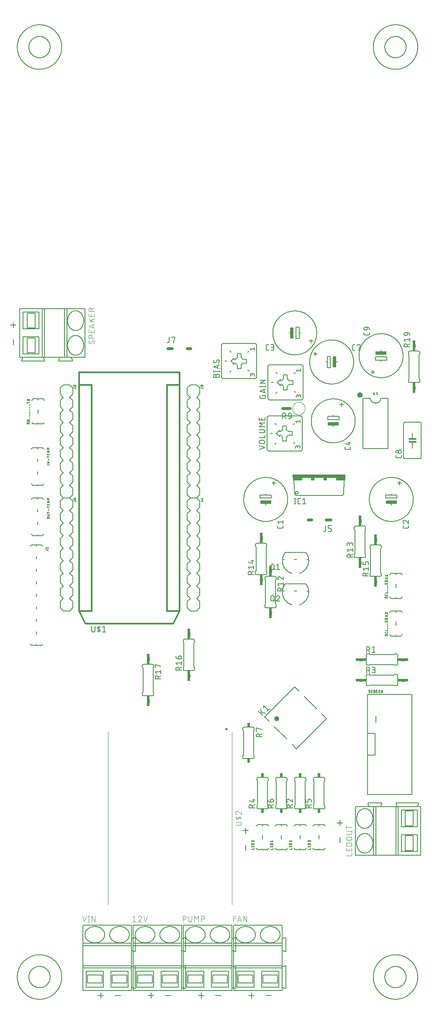
<source format=gbr>
G04 EAGLE Gerber RS-274X export*
G75*
%MOMM*%
%FSLAX34Y34*%
%LPD*%
%INSilkscreen Top*%
%IPPOS*%
%AMOC8*
5,1,8,0,0,1.08239X$1,22.5*%
G01*
%ADD10C,0.152400*%
%ADD11C,0.203200*%
%ADD12C,0.101600*%
%ADD13C,0.304800*%
%ADD14C,0.127000*%
%ADD15C,0.500000*%
%ADD16C,0.120000*%
%ADD17R,10.668000X0.762000*%
%ADD18R,1.905000X0.508000*%
%ADD19R,0.762000X0.508000*%
%ADD20R,2.286000X0.635000*%
%ADD21C,0.609600*%
%ADD22R,0.609600X0.863600*%
%ADD23R,0.863600X0.609600*%
%ADD24R,0.635000X2.286000*%
%ADD25C,1.016000*%

G36*
X709156Y1231389D02*
X709156Y1231389D01*
X709204Y1231404D01*
X709294Y1231421D01*
X710301Y1231773D01*
X710345Y1231798D01*
X710429Y1231835D01*
X711332Y1232402D01*
X711369Y1232436D01*
X711443Y1232491D01*
X712197Y1233245D01*
X712226Y1233286D01*
X712286Y1233356D01*
X712853Y1234259D01*
X712872Y1234306D01*
X712915Y1234387D01*
X713267Y1235393D01*
X713275Y1235443D01*
X713298Y1235532D01*
X713418Y1236592D01*
X713414Y1236642D01*
X713418Y1236734D01*
X713298Y1237793D01*
X713284Y1237842D01*
X713267Y1237932D01*
X712915Y1238938D01*
X712890Y1238982D01*
X712853Y1239066D01*
X712286Y1239969D01*
X712252Y1240007D01*
X712197Y1240080D01*
X711443Y1240834D01*
X711401Y1240863D01*
X711332Y1240923D01*
X710429Y1241490D01*
X710382Y1241509D01*
X710301Y1241552D01*
X709294Y1241904D01*
X709244Y1241912D01*
X709156Y1241936D01*
X708096Y1242055D01*
X708046Y1242052D01*
X707954Y1242055D01*
X706894Y1241936D01*
X706846Y1241921D01*
X706756Y1241904D01*
X705749Y1241552D01*
X705705Y1241527D01*
X705621Y1241490D01*
X704718Y1240923D01*
X704681Y1240889D01*
X704607Y1240834D01*
X703853Y1240080D01*
X703824Y1240039D01*
X703765Y1239969D01*
X703197Y1239066D01*
X703178Y1239020D01*
X703135Y1238938D01*
X702783Y1237932D01*
X702775Y1237882D01*
X702752Y1237793D01*
X702632Y1236734D01*
X702636Y1236683D01*
X702632Y1236592D01*
X702752Y1235532D01*
X702766Y1235484D01*
X702783Y1235393D01*
X703135Y1234387D01*
X703160Y1234343D01*
X703197Y1234259D01*
X703765Y1233356D01*
X703799Y1233318D01*
X703853Y1233245D01*
X704607Y1232491D01*
X704649Y1232462D01*
X704718Y1232402D01*
X705621Y1231835D01*
X705668Y1231816D01*
X705749Y1231773D01*
X706756Y1231421D01*
X706806Y1231413D01*
X706894Y1231389D01*
X707954Y1231270D01*
X708004Y1231273D01*
X708096Y1231270D01*
X709156Y1231389D01*
G37*
D10*
X178562Y22959D02*
X189399Y22959D01*
X183981Y17540D02*
X183981Y28377D01*
X212951Y22959D02*
X223788Y22959D01*
X280162Y22959D02*
X290999Y22959D01*
X285581Y17540D02*
X285581Y28377D01*
X314551Y22959D02*
X325388Y22959D01*
X381762Y22959D02*
X392599Y22959D01*
X387181Y17540D02*
X387181Y28377D01*
X416151Y22959D02*
X426988Y22959D01*
X483362Y22959D02*
X494199Y22959D01*
X488781Y17540D02*
X488781Y28377D01*
X517751Y22959D02*
X528588Y22959D01*
X7084Y1372701D02*
X7084Y1383538D01*
X12502Y1378119D02*
X1665Y1378119D01*
X7084Y1349149D02*
X7084Y1338312D01*
X667484Y377063D02*
X667484Y366226D01*
X662065Y371644D02*
X672902Y371644D01*
X667484Y342674D02*
X667484Y331837D01*
X476984Y350351D02*
X476984Y361188D01*
X482402Y355769D02*
X471565Y355769D01*
X476984Y326799D02*
X476984Y315962D01*
D11*
X452650Y82583D02*
X550650Y82583D01*
X550650Y78060D02*
X452650Y78060D01*
X452650Y123520D02*
X550650Y123520D01*
X550650Y128385D02*
X452650Y128385D01*
X522489Y161761D02*
X523078Y161856D01*
X523670Y161936D01*
X524264Y162002D01*
X524859Y162053D01*
X525455Y162090D01*
X526052Y162112D01*
X526650Y162119D01*
X522489Y161760D02*
X521983Y161666D01*
X521480Y161562D01*
X520979Y161446D01*
X520481Y161319D01*
X519986Y161182D01*
X519494Y161033D01*
X519005Y160874D01*
X518520Y160704D01*
X518050Y160526D01*
X517584Y160338D01*
X517122Y160139D01*
X516665Y159929D01*
X516213Y159709D01*
X515767Y159479D01*
X515325Y159238D01*
X514890Y158987D01*
X514523Y158764D01*
X514162Y158533D01*
X513806Y158294D01*
X513456Y158047D01*
X513110Y157792D01*
X512771Y157530D01*
X512437Y157261D01*
X512110Y156984D01*
X511788Y156700D01*
X511789Y156700D02*
X511487Y156419D01*
X511191Y156131D01*
X510903Y155836D01*
X510622Y155534D01*
X510348Y155225D01*
X510081Y154910D01*
X509823Y154588D01*
X509572Y154261D01*
X509329Y153927D01*
X509118Y153619D01*
X508914Y153307D01*
X508717Y152989D01*
X508529Y152667D01*
X508348Y152341D01*
X508175Y152010D01*
X508011Y151675D01*
X507854Y151336D01*
X507855Y151336D02*
X507727Y151040D01*
X507606Y150741D01*
X507492Y150440D01*
X507385Y150136D01*
X507285Y149829D01*
X507192Y149521D01*
X507106Y149210D01*
X507027Y148898D01*
X506955Y148584D01*
X506891Y148271D01*
X506835Y147958D01*
X506786Y147642D01*
X506745Y147326D01*
X506711Y147009D01*
X506684Y146692D01*
X506665Y146373D01*
X506654Y146055D01*
X506650Y145736D01*
X546345Y148584D02*
X546409Y148272D01*
X546465Y147958D01*
X546514Y147643D01*
X546555Y147327D01*
X546589Y147009D01*
X546616Y146692D01*
X546635Y146373D01*
X546646Y146055D01*
X546650Y145736D01*
X546345Y148584D02*
X546273Y148898D01*
X546194Y149211D01*
X546108Y149521D01*
X546015Y149830D01*
X545915Y150136D01*
X545808Y150440D01*
X545693Y150741D01*
X545572Y151040D01*
X545445Y151336D01*
X545445Y151337D02*
X545307Y151638D01*
X545162Y151937D01*
X545011Y152232D01*
X544853Y152524D01*
X544689Y152812D01*
X544519Y153097D01*
X544343Y153378D01*
X544160Y153655D01*
X543971Y153928D01*
X543971Y153927D02*
X543728Y154261D01*
X543478Y154589D01*
X543219Y154911D01*
X542953Y155226D01*
X542679Y155535D01*
X542398Y155837D01*
X542109Y156132D01*
X541813Y156420D01*
X541511Y156700D01*
X541190Y156984D01*
X540863Y157262D01*
X540530Y157531D01*
X540191Y157794D01*
X539846Y158048D01*
X539495Y158295D01*
X539139Y158534D01*
X538777Y158764D01*
X538410Y158987D01*
X537975Y159238D01*
X537534Y159480D01*
X537087Y159711D01*
X536635Y159931D01*
X536178Y160141D01*
X535717Y160339D01*
X535250Y160527D01*
X534780Y160704D01*
X534295Y160875D01*
X533807Y161034D01*
X533315Y161183D01*
X532819Y161320D01*
X532321Y161447D01*
X531820Y161563D01*
X531317Y161667D01*
X530811Y161760D01*
X530295Y161844D01*
X529777Y161917D01*
X529258Y161979D01*
X528738Y162029D01*
X528217Y162069D01*
X527695Y162097D01*
X527172Y162114D01*
X526650Y162119D01*
X496212Y149144D02*
X496287Y148840D01*
X496356Y148534D01*
X496417Y148227D01*
X496471Y147919D01*
X496518Y147609D01*
X496558Y147298D01*
X496591Y146987D01*
X496617Y146675D01*
X496635Y146362D01*
X496646Y146049D01*
X496650Y145736D01*
X496212Y149144D02*
X496119Y149482D01*
X496018Y149818D01*
X495909Y150151D01*
X495792Y150482D01*
X495667Y150809D01*
X495534Y151134D01*
X495393Y151455D01*
X495244Y151772D01*
X495087Y152086D01*
X494923Y152395D01*
X494759Y152696D01*
X494589Y152994D01*
X494411Y153287D01*
X494226Y153576D01*
X494035Y153860D01*
X493837Y154140D01*
X493632Y154415D01*
X493421Y154685D01*
X493203Y154950D01*
X492979Y155209D01*
X492749Y155463D01*
X492513Y155712D01*
X492514Y155713D02*
X492213Y156026D01*
X491904Y156331D01*
X491589Y156629D01*
X491266Y156920D01*
X490937Y157202D01*
X490601Y157477D01*
X490259Y157744D01*
X489910Y158003D01*
X489556Y158254D01*
X489196Y158496D01*
X488830Y158730D01*
X488831Y158730D02*
X488402Y158992D01*
X487967Y159244D01*
X487526Y159485D01*
X487080Y159716D01*
X486628Y159936D01*
X486172Y160145D01*
X485710Y160344D01*
X485244Y160531D01*
X484774Y160708D01*
X484300Y160873D01*
X484299Y160873D02*
X483753Y161050D01*
X483203Y161214D01*
X482649Y161364D01*
X482092Y161501D01*
X481532Y161624D01*
X480969Y161733D01*
X480403Y161829D01*
X479835Y161910D01*
X479266Y161978D01*
X478686Y162033D01*
X478105Y162075D01*
X477523Y162102D01*
X476941Y162116D01*
X476359Y162116D01*
X475777Y162102D01*
X475195Y162075D01*
X474614Y162033D01*
X474034Y161978D01*
X474035Y161978D02*
X473465Y161909D01*
X472897Y161827D01*
X472332Y161731D01*
X471769Y161622D01*
X471208Y161499D01*
X470651Y161362D01*
X470097Y161212D01*
X469547Y161049D01*
X469002Y160873D01*
X469001Y160873D02*
X468527Y160706D01*
X468057Y160529D01*
X467591Y160341D01*
X467130Y160142D01*
X466673Y159932D01*
X466222Y159712D01*
X465775Y159482D01*
X465335Y159241D01*
X464899Y158990D01*
X464470Y158730D01*
X464105Y158495D01*
X463746Y158252D01*
X463392Y158000D01*
X463044Y157741D01*
X462702Y157474D01*
X462366Y157199D01*
X462037Y156916D01*
X461714Y156626D01*
X461398Y156329D01*
X461089Y156024D01*
X460786Y155713D01*
X460786Y155712D02*
X460512Y155406D01*
X460246Y155094D01*
X459986Y154775D01*
X459733Y154451D01*
X459488Y154121D01*
X459250Y153786D01*
X459020Y153446D01*
X458798Y153100D01*
X458583Y152750D01*
X458376Y152395D01*
X458377Y152394D02*
X458214Y152084D01*
X458057Y151771D01*
X457909Y151453D01*
X457768Y151132D01*
X457635Y150808D01*
X457510Y150480D01*
X457392Y150150D01*
X457283Y149817D01*
X457182Y149481D01*
X457088Y149144D01*
X457013Y148840D01*
X456944Y148534D01*
X456883Y148227D01*
X456829Y147919D01*
X456782Y147609D01*
X456742Y147298D01*
X456709Y146987D01*
X456684Y146675D01*
X456665Y146362D01*
X456654Y146049D01*
X456650Y145736D01*
X456654Y145417D01*
X456665Y145098D01*
X456684Y144779D01*
X456711Y144462D01*
X456745Y144144D01*
X456786Y143828D01*
X456835Y143513D01*
X456891Y143199D01*
X456955Y142887D01*
X457027Y142572D01*
X457105Y142260D01*
X457192Y141950D01*
X457285Y141641D01*
X457385Y141335D01*
X457492Y141031D01*
X457606Y140730D01*
X457727Y140431D01*
X457855Y140136D01*
X457993Y139834D01*
X458138Y139535D01*
X458289Y139240D01*
X458447Y138948D01*
X458611Y138660D01*
X458782Y138375D01*
X458958Y138094D01*
X459141Y137817D01*
X459330Y137545D01*
X459329Y137544D02*
X459571Y137210D01*
X459822Y136882D01*
X460080Y136560D01*
X460347Y136245D01*
X460621Y135936D01*
X460902Y135634D01*
X461191Y135339D01*
X461486Y135051D01*
X461789Y134771D01*
X462110Y134486D01*
X462437Y134209D01*
X462771Y133939D01*
X463110Y133677D01*
X463455Y133423D01*
X463806Y133176D01*
X464162Y132937D01*
X464524Y132706D01*
X464890Y132484D01*
X465326Y132233D01*
X465767Y131991D01*
X466213Y131761D01*
X466665Y131540D01*
X467122Y131331D01*
X467584Y131132D01*
X468050Y130944D01*
X468520Y130767D01*
X469005Y130596D01*
X469493Y130437D01*
X469985Y130288D01*
X470481Y130151D01*
X470979Y130024D01*
X471480Y129908D01*
X471983Y129804D01*
X472489Y129711D01*
X473004Y129627D01*
X473522Y129554D01*
X474041Y129492D01*
X474561Y129442D01*
X475083Y129402D01*
X475604Y129374D01*
X476127Y129357D01*
X476650Y129352D01*
X507088Y142327D02*
X507013Y142631D01*
X506944Y142936D01*
X506883Y143244D01*
X506829Y143552D01*
X506782Y143862D01*
X506742Y144173D01*
X506709Y144484D01*
X506683Y144796D01*
X506665Y145109D01*
X506654Y145422D01*
X506650Y145736D01*
X507088Y142327D02*
X507181Y141989D01*
X507282Y141653D01*
X507391Y141320D01*
X507508Y140989D01*
X507633Y140662D01*
X507766Y140338D01*
X507907Y140017D01*
X508056Y139699D01*
X508213Y139386D01*
X508377Y139076D01*
X508540Y138775D01*
X508711Y138477D01*
X508888Y138184D01*
X509073Y137895D01*
X509264Y137611D01*
X509462Y137331D01*
X509667Y137056D01*
X509878Y136786D01*
X510096Y136521D01*
X510320Y136262D01*
X510550Y136007D01*
X510786Y135759D01*
X511088Y135446D01*
X511396Y135141D01*
X511712Y134843D01*
X512034Y134552D01*
X512363Y134269D01*
X512699Y133994D01*
X513042Y133727D01*
X513390Y133468D01*
X513744Y133217D01*
X514105Y132975D01*
X514470Y132741D01*
X514899Y132479D01*
X515334Y132227D01*
X515774Y131986D01*
X516220Y131755D01*
X516672Y131535D01*
X517129Y131326D01*
X517590Y131127D01*
X518056Y130940D01*
X518527Y130763D01*
X519001Y130598D01*
X519546Y130421D01*
X520096Y130257D01*
X520650Y130107D01*
X521207Y129970D01*
X521767Y129847D01*
X522331Y129738D01*
X522896Y129642D01*
X523464Y129561D01*
X524034Y129493D01*
X524614Y129438D01*
X525195Y129396D01*
X525777Y129369D01*
X526359Y129355D01*
X526941Y129355D01*
X527523Y129369D01*
X528105Y129396D01*
X528686Y129438D01*
X529266Y129493D01*
X529836Y129562D01*
X530404Y129644D01*
X530969Y129740D01*
X531532Y129849D01*
X532093Y129972D01*
X532650Y130109D01*
X533203Y130259D01*
X533753Y130422D01*
X534299Y130598D01*
X534773Y130765D01*
X535243Y130942D01*
X535708Y131130D01*
X536170Y131329D01*
X536626Y131539D01*
X537078Y131759D01*
X537524Y131989D01*
X537965Y132230D01*
X538400Y132481D01*
X538830Y132741D01*
X539195Y132976D01*
X539554Y133219D01*
X539908Y133471D01*
X540256Y133730D01*
X540598Y133997D01*
X540934Y134272D01*
X541263Y134555D01*
X541586Y134845D01*
X541902Y135143D01*
X542211Y135447D01*
X542514Y135759D01*
X542788Y136065D01*
X543054Y136378D01*
X543314Y136696D01*
X543566Y137020D01*
X543812Y137350D01*
X544049Y137685D01*
X544279Y138025D01*
X544502Y138370D01*
X544716Y138721D01*
X544923Y139076D01*
X544923Y139075D02*
X545087Y139385D01*
X545243Y139699D01*
X545392Y140017D01*
X545533Y140338D01*
X545666Y140662D01*
X545791Y140989D01*
X545909Y141320D01*
X546018Y141653D01*
X546119Y141988D01*
X546212Y142326D01*
X546212Y142327D02*
X546287Y142631D01*
X546356Y142936D01*
X546417Y143244D01*
X546471Y143552D01*
X546518Y143862D01*
X546558Y144173D01*
X546591Y144484D01*
X546617Y144796D01*
X546635Y145109D01*
X546646Y145422D01*
X546650Y145736D01*
X480811Y129711D02*
X480222Y129616D01*
X479630Y129536D01*
X479036Y129470D01*
X478441Y129419D01*
X477845Y129382D01*
X477248Y129360D01*
X476650Y129353D01*
X480811Y129711D02*
X481317Y129805D01*
X481820Y129909D01*
X482321Y130025D01*
X482819Y130152D01*
X483314Y130289D01*
X483806Y130438D01*
X484295Y130597D01*
X484780Y130767D01*
X485250Y130944D01*
X485716Y131132D01*
X486178Y131331D01*
X486635Y131541D01*
X487087Y131761D01*
X487533Y131992D01*
X487974Y132233D01*
X488410Y132484D01*
X488409Y132484D02*
X488776Y132708D01*
X489137Y132939D01*
X489493Y133178D01*
X489843Y133425D01*
X490188Y133679D01*
X490528Y133941D01*
X490861Y134211D01*
X491189Y134487D01*
X491510Y134771D01*
X491511Y134771D02*
X491813Y135052D01*
X492109Y135340D01*
X492397Y135635D01*
X492678Y135937D01*
X492952Y136246D01*
X493218Y136561D01*
X493477Y136883D01*
X493728Y137210D01*
X493971Y137544D01*
X494183Y137852D01*
X494387Y138165D01*
X494583Y138482D01*
X494772Y138804D01*
X494952Y139131D01*
X495125Y139462D01*
X495290Y139797D01*
X495446Y140136D01*
X495445Y140136D02*
X495572Y140432D01*
X495693Y140730D01*
X495807Y141032D01*
X495914Y141336D01*
X496014Y141642D01*
X496107Y141950D01*
X496194Y142261D01*
X496273Y142573D01*
X496345Y142887D01*
X496409Y143199D01*
X496465Y143513D01*
X496513Y143828D01*
X496555Y144145D01*
X496589Y144462D01*
X496615Y144780D01*
X496634Y145098D01*
X496645Y145417D01*
X496649Y145736D01*
X452650Y32600D02*
X550650Y32600D01*
X550650Y78060D01*
X550650Y82583D01*
X550650Y123520D01*
X550650Y128385D01*
X550650Y164600D01*
X452650Y164600D01*
X452650Y128385D01*
X452650Y123520D01*
X452650Y82583D01*
X452650Y78060D01*
X452650Y32600D01*
X461650Y47600D02*
X491650Y47600D01*
X491650Y64100D01*
X461650Y64100D01*
X461650Y47600D01*
X459650Y39600D02*
X493650Y39600D01*
X493650Y71600D01*
X459650Y71600D01*
X459650Y39600D01*
X551650Y38600D02*
X553650Y38600D01*
X555650Y37100D01*
X558150Y37100D01*
X558150Y82600D01*
X556150Y82600D01*
X553650Y81100D01*
X551650Y81100D01*
X551650Y113100D02*
X553650Y113100D01*
X555650Y111100D01*
X558150Y111100D01*
X558150Y139100D01*
X555650Y139100D01*
X553650Y137600D01*
X551650Y137600D01*
X511650Y50100D02*
X511650Y47600D01*
X541650Y47600D01*
X541650Y64100D01*
X511650Y64100D01*
X511650Y50100D01*
X509650Y39600D02*
X543650Y39600D01*
X543650Y71600D01*
X509650Y71600D01*
X509650Y39600D01*
D12*
X451358Y171958D02*
X451358Y183642D01*
X456551Y183642D01*
X456551Y178449D02*
X451358Y178449D01*
X460211Y171958D02*
X464106Y183642D01*
X468001Y171958D01*
X467027Y174879D02*
X461185Y174879D01*
X472671Y171958D02*
X472671Y183642D01*
X479163Y171958D01*
X479163Y183642D01*
D11*
X449050Y82583D02*
X351050Y82583D01*
X351050Y78060D02*
X449050Y78060D01*
X449050Y123520D02*
X351050Y123520D01*
X351050Y128385D02*
X449050Y128385D01*
X425050Y162119D02*
X424452Y162112D01*
X423855Y162090D01*
X423259Y162053D01*
X422664Y162002D01*
X422070Y161936D01*
X421478Y161856D01*
X420889Y161761D01*
X420889Y161760D02*
X420383Y161666D01*
X419880Y161562D01*
X419379Y161446D01*
X418881Y161319D01*
X418386Y161182D01*
X417894Y161033D01*
X417405Y160874D01*
X416920Y160704D01*
X416450Y160526D01*
X415984Y160338D01*
X415522Y160139D01*
X415065Y159929D01*
X414613Y159709D01*
X414167Y159479D01*
X413725Y159238D01*
X413290Y158987D01*
X412923Y158764D01*
X412562Y158533D01*
X412206Y158294D01*
X411856Y158047D01*
X411510Y157792D01*
X411171Y157530D01*
X410837Y157261D01*
X410510Y156984D01*
X410188Y156700D01*
X410189Y156700D02*
X409887Y156419D01*
X409591Y156131D01*
X409303Y155836D01*
X409022Y155534D01*
X408748Y155225D01*
X408481Y154910D01*
X408223Y154588D01*
X407972Y154261D01*
X407729Y153927D01*
X407518Y153619D01*
X407314Y153307D01*
X407117Y152989D01*
X406929Y152667D01*
X406748Y152341D01*
X406575Y152010D01*
X406411Y151675D01*
X406254Y151336D01*
X406255Y151336D02*
X406127Y151040D01*
X406006Y150741D01*
X405892Y150440D01*
X405785Y150136D01*
X405685Y149829D01*
X405592Y149521D01*
X405506Y149210D01*
X405427Y148898D01*
X405355Y148584D01*
X405291Y148271D01*
X405235Y147958D01*
X405186Y147642D01*
X405145Y147326D01*
X405111Y147009D01*
X405084Y146692D01*
X405065Y146373D01*
X405054Y146055D01*
X405050Y145736D01*
X444745Y148584D02*
X444809Y148272D01*
X444865Y147958D01*
X444914Y147643D01*
X444955Y147327D01*
X444989Y147009D01*
X445016Y146692D01*
X445035Y146373D01*
X445046Y146055D01*
X445050Y145736D01*
X444745Y148584D02*
X444673Y148898D01*
X444594Y149211D01*
X444508Y149521D01*
X444415Y149830D01*
X444315Y150136D01*
X444208Y150440D01*
X444093Y150741D01*
X443972Y151040D01*
X443845Y151336D01*
X443845Y151337D02*
X443707Y151638D01*
X443562Y151937D01*
X443411Y152232D01*
X443253Y152524D01*
X443089Y152812D01*
X442919Y153097D01*
X442743Y153378D01*
X442560Y153655D01*
X442371Y153928D01*
X442371Y153927D02*
X442128Y154261D01*
X441878Y154589D01*
X441619Y154911D01*
X441353Y155226D01*
X441079Y155535D01*
X440798Y155837D01*
X440509Y156132D01*
X440213Y156420D01*
X439911Y156700D01*
X439590Y156984D01*
X439263Y157262D01*
X438930Y157531D01*
X438591Y157794D01*
X438246Y158048D01*
X437895Y158295D01*
X437539Y158534D01*
X437177Y158764D01*
X436810Y158987D01*
X436375Y159238D01*
X435934Y159480D01*
X435487Y159711D01*
X435035Y159931D01*
X434578Y160141D01*
X434117Y160339D01*
X433650Y160527D01*
X433180Y160704D01*
X432695Y160875D01*
X432207Y161034D01*
X431715Y161183D01*
X431219Y161320D01*
X430721Y161447D01*
X430220Y161563D01*
X429717Y161667D01*
X429211Y161760D01*
X428695Y161844D01*
X428177Y161917D01*
X427658Y161979D01*
X427138Y162029D01*
X426617Y162069D01*
X426095Y162097D01*
X425572Y162114D01*
X425050Y162119D01*
X394612Y149144D02*
X394687Y148840D01*
X394756Y148534D01*
X394817Y148227D01*
X394871Y147919D01*
X394918Y147609D01*
X394958Y147298D01*
X394991Y146987D01*
X395017Y146675D01*
X395035Y146362D01*
X395046Y146049D01*
X395050Y145736D01*
X394612Y149144D02*
X394519Y149482D01*
X394418Y149818D01*
X394309Y150151D01*
X394192Y150482D01*
X394067Y150809D01*
X393934Y151134D01*
X393793Y151455D01*
X393644Y151772D01*
X393487Y152086D01*
X393323Y152395D01*
X393159Y152696D01*
X392989Y152994D01*
X392811Y153287D01*
X392626Y153576D01*
X392435Y153860D01*
X392237Y154140D01*
X392032Y154415D01*
X391821Y154685D01*
X391603Y154950D01*
X391379Y155209D01*
X391149Y155463D01*
X390913Y155712D01*
X390914Y155713D02*
X390613Y156026D01*
X390304Y156331D01*
X389989Y156629D01*
X389666Y156920D01*
X389337Y157202D01*
X389001Y157477D01*
X388659Y157744D01*
X388310Y158003D01*
X387956Y158254D01*
X387596Y158496D01*
X387230Y158730D01*
X387231Y158730D02*
X386802Y158992D01*
X386367Y159244D01*
X385926Y159485D01*
X385480Y159716D01*
X385028Y159936D01*
X384572Y160145D01*
X384110Y160344D01*
X383644Y160531D01*
X383174Y160708D01*
X382700Y160873D01*
X382699Y160873D02*
X382153Y161050D01*
X381603Y161214D01*
X381049Y161364D01*
X380492Y161501D01*
X379932Y161624D01*
X379369Y161733D01*
X378803Y161829D01*
X378235Y161910D01*
X377666Y161978D01*
X377086Y162033D01*
X376505Y162075D01*
X375923Y162102D01*
X375341Y162116D01*
X374759Y162116D01*
X374177Y162102D01*
X373595Y162075D01*
X373014Y162033D01*
X372434Y161978D01*
X372435Y161978D02*
X371865Y161909D01*
X371297Y161827D01*
X370732Y161731D01*
X370169Y161622D01*
X369608Y161499D01*
X369051Y161362D01*
X368497Y161212D01*
X367947Y161049D01*
X367402Y160873D01*
X367401Y160873D02*
X366927Y160706D01*
X366457Y160529D01*
X365991Y160341D01*
X365530Y160142D01*
X365073Y159932D01*
X364622Y159712D01*
X364175Y159482D01*
X363735Y159241D01*
X363299Y158990D01*
X362870Y158730D01*
X362505Y158495D01*
X362146Y158252D01*
X361792Y158000D01*
X361444Y157741D01*
X361102Y157474D01*
X360766Y157199D01*
X360437Y156916D01*
X360114Y156626D01*
X359798Y156329D01*
X359489Y156024D01*
X359186Y155713D01*
X359186Y155712D02*
X358912Y155406D01*
X358646Y155094D01*
X358386Y154775D01*
X358133Y154451D01*
X357888Y154121D01*
X357650Y153786D01*
X357420Y153446D01*
X357198Y153100D01*
X356983Y152750D01*
X356776Y152395D01*
X356777Y152394D02*
X356614Y152084D01*
X356457Y151771D01*
X356309Y151453D01*
X356168Y151132D01*
X356035Y150808D01*
X355910Y150480D01*
X355792Y150150D01*
X355683Y149817D01*
X355582Y149481D01*
X355488Y149144D01*
X355413Y148840D01*
X355344Y148534D01*
X355283Y148227D01*
X355229Y147919D01*
X355182Y147609D01*
X355142Y147298D01*
X355109Y146987D01*
X355084Y146675D01*
X355065Y146362D01*
X355054Y146049D01*
X355050Y145736D01*
X355054Y145417D01*
X355065Y145098D01*
X355084Y144779D01*
X355111Y144462D01*
X355145Y144144D01*
X355186Y143828D01*
X355235Y143513D01*
X355291Y143199D01*
X355355Y142887D01*
X355427Y142572D01*
X355505Y142260D01*
X355592Y141950D01*
X355685Y141641D01*
X355785Y141335D01*
X355892Y141031D01*
X356006Y140730D01*
X356127Y140431D01*
X356255Y140136D01*
X356393Y139834D01*
X356538Y139535D01*
X356689Y139240D01*
X356847Y138948D01*
X357011Y138660D01*
X357182Y138375D01*
X357358Y138094D01*
X357541Y137817D01*
X357730Y137545D01*
X357729Y137544D02*
X357971Y137210D01*
X358222Y136882D01*
X358480Y136560D01*
X358747Y136245D01*
X359021Y135936D01*
X359302Y135634D01*
X359591Y135339D01*
X359886Y135051D01*
X360189Y134771D01*
X360510Y134486D01*
X360837Y134209D01*
X361171Y133939D01*
X361510Y133677D01*
X361855Y133423D01*
X362206Y133176D01*
X362562Y132937D01*
X362924Y132706D01*
X363290Y132484D01*
X363726Y132233D01*
X364167Y131991D01*
X364613Y131761D01*
X365065Y131540D01*
X365522Y131331D01*
X365984Y131132D01*
X366450Y130944D01*
X366920Y130767D01*
X367405Y130596D01*
X367893Y130437D01*
X368385Y130288D01*
X368881Y130151D01*
X369379Y130024D01*
X369880Y129908D01*
X370383Y129804D01*
X370889Y129711D01*
X371404Y129627D01*
X371922Y129554D01*
X372441Y129492D01*
X372961Y129442D01*
X373483Y129402D01*
X374004Y129374D01*
X374527Y129357D01*
X375050Y129352D01*
X405488Y142327D02*
X405413Y142631D01*
X405344Y142936D01*
X405283Y143244D01*
X405229Y143552D01*
X405182Y143862D01*
X405142Y144173D01*
X405109Y144484D01*
X405083Y144796D01*
X405065Y145109D01*
X405054Y145422D01*
X405050Y145736D01*
X405488Y142327D02*
X405581Y141989D01*
X405682Y141653D01*
X405791Y141320D01*
X405908Y140989D01*
X406033Y140662D01*
X406166Y140338D01*
X406307Y140017D01*
X406456Y139699D01*
X406613Y139386D01*
X406777Y139076D01*
X406940Y138775D01*
X407111Y138477D01*
X407288Y138184D01*
X407473Y137895D01*
X407664Y137611D01*
X407862Y137331D01*
X408067Y137056D01*
X408278Y136786D01*
X408496Y136521D01*
X408720Y136262D01*
X408950Y136007D01*
X409186Y135759D01*
X409488Y135446D01*
X409796Y135141D01*
X410112Y134843D01*
X410434Y134552D01*
X410763Y134269D01*
X411099Y133994D01*
X411442Y133727D01*
X411790Y133468D01*
X412144Y133217D01*
X412505Y132975D01*
X412870Y132741D01*
X413299Y132479D01*
X413734Y132227D01*
X414174Y131986D01*
X414620Y131755D01*
X415072Y131535D01*
X415529Y131326D01*
X415990Y131127D01*
X416456Y130940D01*
X416927Y130763D01*
X417401Y130598D01*
X417946Y130421D01*
X418496Y130257D01*
X419050Y130107D01*
X419607Y129970D01*
X420167Y129847D01*
X420731Y129738D01*
X421296Y129642D01*
X421864Y129561D01*
X422434Y129493D01*
X423014Y129438D01*
X423595Y129396D01*
X424177Y129369D01*
X424759Y129355D01*
X425341Y129355D01*
X425923Y129369D01*
X426505Y129396D01*
X427086Y129438D01*
X427666Y129493D01*
X428236Y129562D01*
X428804Y129644D01*
X429369Y129740D01*
X429932Y129849D01*
X430493Y129972D01*
X431050Y130109D01*
X431603Y130259D01*
X432153Y130422D01*
X432699Y130598D01*
X433173Y130765D01*
X433643Y130942D01*
X434108Y131130D01*
X434570Y131329D01*
X435026Y131539D01*
X435478Y131759D01*
X435924Y131989D01*
X436365Y132230D01*
X436800Y132481D01*
X437230Y132741D01*
X437595Y132976D01*
X437954Y133219D01*
X438308Y133471D01*
X438656Y133730D01*
X438998Y133997D01*
X439334Y134272D01*
X439663Y134555D01*
X439986Y134845D01*
X440302Y135143D01*
X440611Y135447D01*
X440914Y135759D01*
X441188Y136065D01*
X441454Y136378D01*
X441714Y136696D01*
X441966Y137020D01*
X442212Y137350D01*
X442449Y137685D01*
X442679Y138025D01*
X442902Y138370D01*
X443116Y138721D01*
X443323Y139076D01*
X443323Y139075D02*
X443487Y139385D01*
X443643Y139699D01*
X443792Y140017D01*
X443933Y140338D01*
X444066Y140662D01*
X444191Y140989D01*
X444309Y141320D01*
X444418Y141653D01*
X444519Y141988D01*
X444612Y142326D01*
X444612Y142327D02*
X444687Y142631D01*
X444756Y142936D01*
X444817Y143244D01*
X444871Y143552D01*
X444918Y143862D01*
X444958Y144173D01*
X444991Y144484D01*
X445017Y144796D01*
X445035Y145109D01*
X445046Y145422D01*
X445050Y145736D01*
X379211Y129711D02*
X378622Y129616D01*
X378030Y129536D01*
X377436Y129470D01*
X376841Y129419D01*
X376245Y129382D01*
X375648Y129360D01*
X375050Y129353D01*
X379211Y129711D02*
X379717Y129805D01*
X380220Y129909D01*
X380721Y130025D01*
X381219Y130152D01*
X381714Y130289D01*
X382206Y130438D01*
X382695Y130597D01*
X383180Y130767D01*
X383650Y130944D01*
X384116Y131132D01*
X384578Y131331D01*
X385035Y131541D01*
X385487Y131761D01*
X385933Y131992D01*
X386374Y132233D01*
X386810Y132484D01*
X386809Y132484D02*
X387176Y132708D01*
X387537Y132939D01*
X387893Y133178D01*
X388243Y133425D01*
X388588Y133679D01*
X388928Y133941D01*
X389261Y134211D01*
X389589Y134487D01*
X389910Y134771D01*
X389911Y134771D02*
X390213Y135052D01*
X390509Y135340D01*
X390797Y135635D01*
X391078Y135937D01*
X391352Y136246D01*
X391618Y136561D01*
X391877Y136883D01*
X392128Y137210D01*
X392371Y137544D01*
X392583Y137852D01*
X392787Y138165D01*
X392983Y138482D01*
X393172Y138804D01*
X393352Y139131D01*
X393525Y139462D01*
X393690Y139797D01*
X393846Y140136D01*
X393845Y140136D02*
X393972Y140432D01*
X394093Y140730D01*
X394207Y141032D01*
X394314Y141336D01*
X394414Y141642D01*
X394507Y141950D01*
X394594Y142261D01*
X394673Y142573D01*
X394745Y142887D01*
X394809Y143199D01*
X394865Y143513D01*
X394913Y143828D01*
X394955Y144145D01*
X394989Y144462D01*
X395015Y144780D01*
X395034Y145098D01*
X395045Y145417D01*
X395049Y145736D01*
X351050Y32600D02*
X449050Y32600D01*
X449050Y78060D01*
X449050Y82583D01*
X449050Y123520D01*
X449050Y128385D01*
X449050Y164600D01*
X351050Y164600D01*
X351050Y128385D01*
X351050Y123520D01*
X351050Y82583D01*
X351050Y78060D01*
X351050Y32600D01*
X360050Y47600D02*
X390050Y47600D01*
X390050Y64100D01*
X360050Y64100D01*
X360050Y47600D01*
X358050Y39600D02*
X392050Y39600D01*
X392050Y71600D01*
X358050Y71600D01*
X358050Y39600D01*
X450050Y38600D02*
X452050Y38600D01*
X454050Y37100D01*
X456550Y37100D01*
X456550Y82600D01*
X454550Y82600D01*
X452050Y81100D01*
X450050Y81100D01*
X450050Y113100D02*
X452050Y113100D01*
X454050Y111100D01*
X456550Y111100D01*
X456550Y139100D01*
X454050Y139100D01*
X452050Y137600D01*
X450050Y137600D01*
X410050Y50100D02*
X410050Y47600D01*
X440050Y47600D01*
X440050Y64100D01*
X410050Y64100D01*
X410050Y50100D01*
X408050Y39600D02*
X442050Y39600D01*
X442050Y71600D01*
X408050Y71600D01*
X408050Y39600D01*
D12*
X349758Y171958D02*
X349758Y183642D01*
X353004Y183642D01*
X353117Y183640D01*
X353230Y183634D01*
X353343Y183624D01*
X353456Y183610D01*
X353568Y183593D01*
X353679Y183571D01*
X353789Y183546D01*
X353899Y183516D01*
X354007Y183483D01*
X354114Y183446D01*
X354220Y183406D01*
X354324Y183361D01*
X354427Y183313D01*
X354528Y183262D01*
X354627Y183207D01*
X354724Y183149D01*
X354819Y183087D01*
X354912Y183022D01*
X355002Y182954D01*
X355090Y182883D01*
X355176Y182808D01*
X355259Y182731D01*
X355339Y182651D01*
X355416Y182568D01*
X355491Y182482D01*
X355562Y182394D01*
X355630Y182304D01*
X355695Y182211D01*
X355757Y182116D01*
X355815Y182019D01*
X355870Y181920D01*
X355921Y181819D01*
X355969Y181716D01*
X356014Y181612D01*
X356054Y181506D01*
X356091Y181399D01*
X356124Y181291D01*
X356154Y181181D01*
X356179Y181071D01*
X356201Y180960D01*
X356218Y180848D01*
X356232Y180735D01*
X356242Y180622D01*
X356248Y180509D01*
X356250Y180396D01*
X356248Y180283D01*
X356242Y180170D01*
X356232Y180057D01*
X356218Y179944D01*
X356201Y179832D01*
X356179Y179721D01*
X356154Y179611D01*
X356124Y179501D01*
X356091Y179393D01*
X356054Y179286D01*
X356014Y179180D01*
X355969Y179076D01*
X355921Y178973D01*
X355870Y178872D01*
X355815Y178773D01*
X355757Y178676D01*
X355695Y178581D01*
X355630Y178488D01*
X355562Y178398D01*
X355491Y178310D01*
X355416Y178224D01*
X355339Y178141D01*
X355259Y178061D01*
X355176Y177984D01*
X355090Y177909D01*
X355002Y177838D01*
X354912Y177770D01*
X354819Y177705D01*
X354724Y177643D01*
X354627Y177585D01*
X354528Y177530D01*
X354427Y177479D01*
X354324Y177431D01*
X354220Y177386D01*
X354114Y177346D01*
X354007Y177309D01*
X353899Y177276D01*
X353789Y177246D01*
X353679Y177221D01*
X353568Y177199D01*
X353456Y177182D01*
X353343Y177168D01*
X353230Y177158D01*
X353117Y177152D01*
X353004Y177150D01*
X353004Y177151D02*
X349758Y177151D01*
X361019Y175204D02*
X361019Y183642D01*
X361018Y175204D02*
X361020Y175091D01*
X361026Y174978D01*
X361036Y174865D01*
X361050Y174752D01*
X361067Y174640D01*
X361089Y174529D01*
X361114Y174419D01*
X361144Y174309D01*
X361177Y174201D01*
X361214Y174094D01*
X361254Y173988D01*
X361299Y173884D01*
X361347Y173781D01*
X361398Y173680D01*
X361453Y173581D01*
X361511Y173484D01*
X361573Y173389D01*
X361638Y173296D01*
X361706Y173206D01*
X361777Y173118D01*
X361852Y173032D01*
X361929Y172949D01*
X362009Y172869D01*
X362092Y172792D01*
X362178Y172717D01*
X362266Y172646D01*
X362356Y172578D01*
X362449Y172513D01*
X362544Y172451D01*
X362641Y172393D01*
X362740Y172338D01*
X362841Y172287D01*
X362944Y172239D01*
X363048Y172194D01*
X363154Y172154D01*
X363261Y172117D01*
X363369Y172084D01*
X363479Y172054D01*
X363589Y172029D01*
X363700Y172007D01*
X363812Y171990D01*
X363925Y171976D01*
X364038Y171966D01*
X364151Y171960D01*
X364264Y171958D01*
X364377Y171960D01*
X364490Y171966D01*
X364603Y171976D01*
X364716Y171990D01*
X364828Y172007D01*
X364939Y172029D01*
X365049Y172054D01*
X365159Y172084D01*
X365267Y172117D01*
X365374Y172154D01*
X365480Y172194D01*
X365584Y172239D01*
X365687Y172287D01*
X365788Y172338D01*
X365887Y172393D01*
X365984Y172451D01*
X366079Y172513D01*
X366172Y172578D01*
X366262Y172646D01*
X366350Y172717D01*
X366436Y172792D01*
X366519Y172869D01*
X366599Y172949D01*
X366676Y173032D01*
X366751Y173118D01*
X366822Y173206D01*
X366890Y173296D01*
X366955Y173389D01*
X367017Y173484D01*
X367075Y173581D01*
X367130Y173680D01*
X367181Y173781D01*
X367229Y173884D01*
X367274Y173988D01*
X367314Y174094D01*
X367351Y174201D01*
X367384Y174309D01*
X367414Y174419D01*
X367439Y174529D01*
X367461Y174640D01*
X367478Y174752D01*
X367492Y174865D01*
X367502Y174978D01*
X367508Y175091D01*
X367510Y175204D01*
X367510Y183642D01*
X373324Y183642D02*
X373324Y171958D01*
X377218Y177151D02*
X373324Y183642D01*
X377218Y177151D02*
X381113Y183642D01*
X381113Y171958D01*
X387096Y171958D02*
X387096Y183642D01*
X390341Y183642D01*
X390454Y183640D01*
X390567Y183634D01*
X390680Y183624D01*
X390793Y183610D01*
X390905Y183593D01*
X391016Y183571D01*
X391126Y183546D01*
X391236Y183516D01*
X391344Y183483D01*
X391451Y183446D01*
X391557Y183406D01*
X391661Y183361D01*
X391764Y183313D01*
X391865Y183262D01*
X391964Y183207D01*
X392061Y183149D01*
X392156Y183087D01*
X392249Y183022D01*
X392339Y182954D01*
X392427Y182883D01*
X392513Y182808D01*
X392596Y182731D01*
X392676Y182651D01*
X392753Y182568D01*
X392828Y182482D01*
X392899Y182394D01*
X392967Y182304D01*
X393032Y182211D01*
X393094Y182116D01*
X393152Y182019D01*
X393207Y181920D01*
X393258Y181819D01*
X393306Y181716D01*
X393351Y181612D01*
X393391Y181506D01*
X393428Y181399D01*
X393461Y181291D01*
X393491Y181181D01*
X393516Y181071D01*
X393538Y180960D01*
X393555Y180848D01*
X393569Y180735D01*
X393579Y180622D01*
X393585Y180509D01*
X393587Y180396D01*
X393585Y180283D01*
X393579Y180170D01*
X393569Y180057D01*
X393555Y179944D01*
X393538Y179832D01*
X393516Y179721D01*
X393491Y179611D01*
X393461Y179501D01*
X393428Y179393D01*
X393391Y179286D01*
X393351Y179180D01*
X393306Y179076D01*
X393258Y178973D01*
X393207Y178872D01*
X393152Y178773D01*
X393094Y178676D01*
X393032Y178581D01*
X392967Y178488D01*
X392899Y178398D01*
X392828Y178310D01*
X392753Y178224D01*
X392676Y178141D01*
X392596Y178061D01*
X392513Y177984D01*
X392427Y177909D01*
X392339Y177838D01*
X392249Y177770D01*
X392156Y177705D01*
X392061Y177643D01*
X391964Y177585D01*
X391865Y177530D01*
X391764Y177479D01*
X391661Y177431D01*
X391557Y177386D01*
X391451Y177346D01*
X391344Y177309D01*
X391236Y177276D01*
X391126Y177246D01*
X391016Y177221D01*
X390905Y177199D01*
X390793Y177182D01*
X390680Y177168D01*
X390567Y177158D01*
X390454Y177152D01*
X390341Y177150D01*
X390341Y177151D02*
X387096Y177151D01*
D13*
X342900Y1257300D02*
X342900Y1282700D01*
X139700Y1282700D02*
X139700Y1257300D01*
X139700Y1282700D02*
X342900Y1282700D01*
X139700Y1257300D02*
X139700Y800100D01*
X165100Y800100D02*
X165100Y1257300D01*
X139700Y1257300D01*
X342900Y1257300D02*
X342900Y800100D01*
X342900Y1257300D02*
X317500Y1257300D01*
X317500Y800100D01*
X152400Y774700D02*
X139700Y800100D01*
X152400Y774700D02*
X330200Y774700D01*
X342900Y800100D01*
X165100Y800100D02*
X139700Y800100D01*
X317500Y800100D02*
X342900Y800100D01*
D14*
X165735Y768985D02*
X165735Y760730D01*
X165737Y760619D01*
X165743Y760509D01*
X165752Y760398D01*
X165766Y760288D01*
X165783Y760179D01*
X165804Y760070D01*
X165829Y759962D01*
X165858Y759855D01*
X165890Y759749D01*
X165926Y759644D01*
X165966Y759541D01*
X166009Y759439D01*
X166056Y759338D01*
X166107Y759239D01*
X166160Y759143D01*
X166217Y759048D01*
X166278Y758955D01*
X166341Y758864D01*
X166408Y758775D01*
X166478Y758689D01*
X166551Y758606D01*
X166626Y758524D01*
X166704Y758446D01*
X166786Y758371D01*
X166869Y758298D01*
X166955Y758228D01*
X167044Y758161D01*
X167135Y758098D01*
X167228Y758037D01*
X167323Y757980D01*
X167419Y757927D01*
X167518Y757876D01*
X167619Y757829D01*
X167721Y757786D01*
X167824Y757746D01*
X167929Y757710D01*
X168035Y757678D01*
X168142Y757649D01*
X168250Y757624D01*
X168359Y757603D01*
X168468Y757586D01*
X168578Y757572D01*
X168689Y757563D01*
X168799Y757557D01*
X168910Y757555D01*
X169021Y757557D01*
X169131Y757563D01*
X169242Y757572D01*
X169352Y757586D01*
X169461Y757603D01*
X169570Y757624D01*
X169678Y757649D01*
X169785Y757678D01*
X169891Y757710D01*
X169996Y757746D01*
X170099Y757786D01*
X170201Y757829D01*
X170302Y757876D01*
X170401Y757927D01*
X170497Y757980D01*
X170592Y758037D01*
X170685Y758098D01*
X170776Y758161D01*
X170865Y758228D01*
X170951Y758298D01*
X171034Y758371D01*
X171116Y758446D01*
X171194Y758524D01*
X171269Y758606D01*
X171342Y758689D01*
X171412Y758775D01*
X171479Y758864D01*
X171542Y758955D01*
X171603Y759048D01*
X171660Y759143D01*
X171713Y759239D01*
X171764Y759338D01*
X171811Y759439D01*
X171854Y759541D01*
X171894Y759644D01*
X171930Y759749D01*
X171962Y759855D01*
X171991Y759962D01*
X172016Y760070D01*
X172037Y760179D01*
X172054Y760288D01*
X172068Y760398D01*
X172077Y760509D01*
X172083Y760619D01*
X172085Y760730D01*
X172085Y768985D01*
X179959Y768985D02*
X179959Y757555D01*
X179959Y763270D02*
X178372Y764223D01*
X178371Y764222D02*
X178298Y764269D01*
X178227Y764318D01*
X178158Y764371D01*
X178092Y764427D01*
X178028Y764486D01*
X177967Y764547D01*
X177909Y764611D01*
X177854Y764678D01*
X177802Y764748D01*
X177754Y764819D01*
X177708Y764893D01*
X177666Y764969D01*
X177628Y765047D01*
X177593Y765126D01*
X177562Y765207D01*
X177535Y765289D01*
X177511Y765372D01*
X177491Y765457D01*
X177475Y765542D01*
X177463Y765628D01*
X177455Y765714D01*
X177451Y765800D01*
X177450Y765887D01*
X177454Y765974D01*
X177462Y766060D01*
X177473Y766146D01*
X177489Y766231D01*
X177508Y766315D01*
X177531Y766399D01*
X177558Y766481D01*
X177589Y766562D01*
X177624Y766642D01*
X177661Y766719D01*
X177703Y766795D01*
X177748Y766870D01*
X177796Y766941D01*
X177848Y767011D01*
X177902Y767078D01*
X177960Y767143D01*
X178020Y767205D01*
X178084Y767264D01*
X178150Y767320D01*
X178218Y767374D01*
X178289Y767423D01*
X178362Y767470D01*
X178437Y767513D01*
X178514Y767553D01*
X178592Y767589D01*
X178673Y767622D01*
X178754Y767651D01*
X178837Y767676D01*
X178921Y767698D01*
X179006Y767715D01*
X179007Y767715D02*
X179144Y767738D01*
X179283Y767758D01*
X179421Y767773D01*
X179560Y767785D01*
X179700Y767793D01*
X179839Y767796D01*
X179979Y767797D01*
X180118Y767793D01*
X180257Y767785D01*
X180396Y767774D01*
X180535Y767758D01*
X180673Y767739D01*
X180811Y767716D01*
X180948Y767689D01*
X181084Y767658D01*
X181219Y767624D01*
X181353Y767586D01*
X181487Y767544D01*
X181618Y767498D01*
X181749Y767449D01*
X181878Y767396D01*
X182006Y767340D01*
X182132Y767280D01*
X182256Y767217D01*
X182379Y767150D01*
X182499Y767080D01*
X179959Y763270D02*
X181547Y762318D01*
X181620Y762271D01*
X181691Y762222D01*
X181760Y762169D01*
X181826Y762113D01*
X181890Y762054D01*
X181951Y761993D01*
X182009Y761929D01*
X182064Y761862D01*
X182116Y761792D01*
X182164Y761721D01*
X182210Y761647D01*
X182252Y761571D01*
X182290Y761493D01*
X182325Y761414D01*
X182356Y761333D01*
X182383Y761251D01*
X182407Y761168D01*
X182427Y761083D01*
X182443Y760998D01*
X182455Y760912D01*
X182463Y760826D01*
X182467Y760740D01*
X182468Y760653D01*
X182464Y760566D01*
X182456Y760480D01*
X182445Y760394D01*
X182429Y760309D01*
X182410Y760225D01*
X182387Y760141D01*
X182360Y760059D01*
X182329Y759978D01*
X182294Y759898D01*
X182257Y759821D01*
X182215Y759745D01*
X182170Y759670D01*
X182122Y759599D01*
X182070Y759529D01*
X182016Y759462D01*
X181958Y759397D01*
X181898Y759335D01*
X181834Y759276D01*
X181768Y759220D01*
X181700Y759166D01*
X181629Y759117D01*
X181556Y759070D01*
X181481Y759027D01*
X181404Y758987D01*
X181326Y758951D01*
X181245Y758918D01*
X181164Y758889D01*
X181081Y758864D01*
X180997Y758842D01*
X180912Y758825D01*
X180911Y758825D02*
X180774Y758802D01*
X180635Y758782D01*
X180497Y758767D01*
X180358Y758755D01*
X180218Y758747D01*
X180079Y758744D01*
X179939Y758743D01*
X179800Y758747D01*
X179661Y758755D01*
X179522Y758766D01*
X179383Y758782D01*
X179245Y758801D01*
X179107Y758824D01*
X178970Y758851D01*
X178834Y758882D01*
X178699Y758916D01*
X178565Y758954D01*
X178431Y758996D01*
X178300Y759042D01*
X178169Y759091D01*
X178040Y759144D01*
X177912Y759200D01*
X177786Y759260D01*
X177662Y759323D01*
X177539Y759390D01*
X177419Y759460D01*
X187452Y766445D02*
X190627Y768985D01*
X190627Y757555D01*
X187452Y757555D02*
X193802Y757555D01*
D15*
X438150Y561040D03*
D16*
X449533Y556000D02*
X449533Y206000D01*
X198167Y206000D02*
X198167Y556000D01*
D12*
X456391Y366896D02*
X464829Y366896D01*
X464942Y366898D01*
X465055Y366904D01*
X465168Y366914D01*
X465281Y366928D01*
X465393Y366945D01*
X465504Y366967D01*
X465614Y366992D01*
X465724Y367022D01*
X465832Y367055D01*
X465939Y367092D01*
X466045Y367132D01*
X466149Y367177D01*
X466252Y367225D01*
X466353Y367276D01*
X466452Y367331D01*
X466549Y367389D01*
X466644Y367451D01*
X466737Y367516D01*
X466827Y367584D01*
X466915Y367655D01*
X467001Y367730D01*
X467084Y367807D01*
X467164Y367887D01*
X467241Y367970D01*
X467316Y368056D01*
X467387Y368144D01*
X467455Y368234D01*
X467520Y368327D01*
X467582Y368422D01*
X467640Y368519D01*
X467695Y368618D01*
X467746Y368719D01*
X467794Y368822D01*
X467839Y368926D01*
X467879Y369032D01*
X467916Y369139D01*
X467949Y369247D01*
X467979Y369357D01*
X468004Y369467D01*
X468026Y369578D01*
X468043Y369690D01*
X468057Y369803D01*
X468067Y369916D01*
X468073Y370029D01*
X468075Y370142D01*
X468073Y370255D01*
X468067Y370368D01*
X468057Y370481D01*
X468043Y370594D01*
X468026Y370706D01*
X468004Y370817D01*
X467979Y370927D01*
X467949Y371037D01*
X467916Y371145D01*
X467879Y371252D01*
X467839Y371358D01*
X467794Y371462D01*
X467746Y371565D01*
X467695Y371666D01*
X467640Y371765D01*
X467582Y371862D01*
X467520Y371957D01*
X467455Y372050D01*
X467387Y372140D01*
X467316Y372228D01*
X467241Y372314D01*
X467164Y372397D01*
X467084Y372477D01*
X467001Y372554D01*
X466915Y372629D01*
X466827Y372700D01*
X466737Y372768D01*
X466644Y372833D01*
X466549Y372895D01*
X466452Y372953D01*
X466353Y373008D01*
X466252Y373059D01*
X466149Y373107D01*
X466045Y373152D01*
X465939Y373192D01*
X465832Y373229D01*
X465724Y373262D01*
X465614Y373292D01*
X465504Y373317D01*
X465393Y373339D01*
X465281Y373356D01*
X465168Y373370D01*
X465055Y373380D01*
X464942Y373386D01*
X464829Y373388D01*
X464829Y373387D02*
X456391Y373387D01*
X456391Y381191D02*
X468075Y381191D01*
X462233Y381191D02*
X461259Y379568D01*
X461260Y379567D02*
X461213Y379494D01*
X461164Y379423D01*
X461111Y379354D01*
X461055Y379287D01*
X460996Y379223D01*
X460935Y379161D01*
X460871Y379103D01*
X460804Y379047D01*
X460735Y378995D01*
X460663Y378945D01*
X460589Y378899D01*
X460514Y378856D01*
X460436Y378817D01*
X460357Y378781D01*
X460276Y378749D01*
X460194Y378720D01*
X460111Y378695D01*
X460027Y378674D01*
X459942Y378657D01*
X459856Y378643D01*
X459770Y378634D01*
X459683Y378628D01*
X459596Y378626D01*
X459509Y378628D01*
X459422Y378634D01*
X459336Y378644D01*
X459250Y378657D01*
X459165Y378675D01*
X459081Y378696D01*
X458998Y378721D01*
X458915Y378750D01*
X458835Y378782D01*
X458756Y378818D01*
X458678Y378857D01*
X458603Y378900D01*
X458529Y378947D01*
X458458Y378996D01*
X458388Y379049D01*
X458322Y379104D01*
X458258Y379163D01*
X458196Y379224D01*
X458137Y379288D01*
X458082Y379355D01*
X458029Y379424D01*
X457979Y379496D01*
X457933Y379569D01*
X457890Y379645D01*
X457851Y379722D01*
X457815Y379801D01*
X457782Y379882D01*
X457754Y379964D01*
X457728Y380047D01*
X457707Y380131D01*
X457690Y380216D01*
X457689Y380217D02*
X457665Y380357D01*
X457645Y380499D01*
X457629Y380640D01*
X457618Y380782D01*
X457610Y380925D01*
X457606Y381067D01*
X457605Y381210D01*
X457609Y381353D01*
X457617Y381495D01*
X457629Y381637D01*
X457645Y381779D01*
X457664Y381920D01*
X457688Y382061D01*
X457715Y382201D01*
X457747Y382340D01*
X457782Y382478D01*
X457821Y382616D01*
X457864Y382752D01*
X457910Y382886D01*
X457961Y383020D01*
X458014Y383152D01*
X458072Y383282D01*
X458133Y383411D01*
X458198Y383538D01*
X458266Y383664D01*
X458338Y383787D01*
X462233Y381191D02*
X463207Y382813D01*
X463206Y382814D02*
X463253Y382887D01*
X463302Y382958D01*
X463355Y383028D01*
X463411Y383094D01*
X463470Y383158D01*
X463531Y383220D01*
X463595Y383278D01*
X463662Y383334D01*
X463731Y383386D01*
X463803Y383436D01*
X463877Y383482D01*
X463952Y383525D01*
X464030Y383564D01*
X464109Y383600D01*
X464190Y383632D01*
X464272Y383661D01*
X464355Y383686D01*
X464439Y383707D01*
X464524Y383724D01*
X464610Y383738D01*
X464697Y383747D01*
X464783Y383753D01*
X464870Y383755D01*
X464957Y383753D01*
X465044Y383747D01*
X465130Y383737D01*
X465216Y383724D01*
X465301Y383706D01*
X465385Y383685D01*
X465468Y383660D01*
X465551Y383631D01*
X465631Y383599D01*
X465710Y383563D01*
X465788Y383524D01*
X465863Y383481D01*
X465937Y383434D01*
X466008Y383385D01*
X466078Y383332D01*
X466144Y383277D01*
X466208Y383218D01*
X466270Y383157D01*
X466329Y383092D01*
X466384Y383026D01*
X466437Y382957D01*
X466487Y382885D01*
X466533Y382812D01*
X466576Y382736D01*
X466615Y382659D01*
X466651Y382580D01*
X466684Y382499D01*
X466712Y382417D01*
X466738Y382334D01*
X466759Y382250D01*
X466776Y382164D01*
X466777Y382164D02*
X466801Y382024D01*
X466821Y381882D01*
X466837Y381741D01*
X466848Y381599D01*
X466856Y381456D01*
X466860Y381314D01*
X466861Y381171D01*
X466857Y381028D01*
X466849Y380886D01*
X466837Y380744D01*
X466821Y380602D01*
X466802Y380461D01*
X466778Y380320D01*
X466751Y380180D01*
X466719Y380041D01*
X466684Y379903D01*
X466645Y379765D01*
X466602Y379629D01*
X466556Y379495D01*
X466505Y379361D01*
X466452Y379229D01*
X466394Y379099D01*
X466333Y378970D01*
X466268Y378843D01*
X466200Y378717D01*
X466128Y378594D01*
X456391Y392183D02*
X456393Y392290D01*
X456399Y392396D01*
X456409Y392502D01*
X456422Y392608D01*
X456440Y392714D01*
X456461Y392818D01*
X456486Y392922D01*
X456515Y393025D01*
X456547Y393126D01*
X456584Y393226D01*
X456624Y393325D01*
X456667Y393423D01*
X456714Y393519D01*
X456765Y393613D01*
X456819Y393705D01*
X456876Y393795D01*
X456936Y393883D01*
X457000Y393968D01*
X457067Y394051D01*
X457137Y394132D01*
X457209Y394210D01*
X457285Y394286D01*
X457363Y394358D01*
X457444Y394428D01*
X457527Y394495D01*
X457612Y394559D01*
X457700Y394619D01*
X457790Y394676D01*
X457882Y394730D01*
X457976Y394781D01*
X458072Y394828D01*
X458170Y394871D01*
X458269Y394911D01*
X458369Y394948D01*
X458470Y394980D01*
X458573Y395009D01*
X458677Y395034D01*
X458781Y395055D01*
X458887Y395073D01*
X458993Y395086D01*
X459099Y395096D01*
X459205Y395102D01*
X459312Y395104D01*
X456391Y392183D02*
X456393Y392062D01*
X456399Y391941D01*
X456409Y391821D01*
X456422Y391700D01*
X456440Y391581D01*
X456461Y391461D01*
X456486Y391343D01*
X456515Y391226D01*
X456548Y391109D01*
X456584Y390994D01*
X456625Y390880D01*
X456668Y390767D01*
X456716Y390655D01*
X456767Y390546D01*
X456822Y390438D01*
X456880Y390331D01*
X456941Y390227D01*
X457006Y390125D01*
X457074Y390025D01*
X457145Y389927D01*
X457219Y389831D01*
X457296Y389738D01*
X457377Y389648D01*
X457460Y389560D01*
X457546Y389475D01*
X457635Y389392D01*
X457726Y389313D01*
X457820Y389236D01*
X457916Y389163D01*
X458014Y389093D01*
X458115Y389026D01*
X458218Y388962D01*
X458323Y388902D01*
X458430Y388844D01*
X458538Y388791D01*
X458648Y388741D01*
X458760Y388695D01*
X458873Y388652D01*
X458988Y388613D01*
X461584Y394130D02*
X461506Y394209D01*
X461426Y394285D01*
X461343Y394358D01*
X461257Y394428D01*
X461170Y394495D01*
X461079Y394559D01*
X460987Y394619D01*
X460893Y394677D01*
X460796Y394731D01*
X460698Y394781D01*
X460598Y394828D01*
X460497Y394872D01*
X460394Y394912D01*
X460289Y394948D01*
X460184Y394980D01*
X460077Y395009D01*
X459970Y395034D01*
X459861Y395056D01*
X459752Y395073D01*
X459643Y395087D01*
X459533Y395096D01*
X459422Y395102D01*
X459312Y395104D01*
X461584Y394130D02*
X468075Y388613D01*
X468075Y395104D01*
D11*
X347450Y82583D02*
X249450Y82583D01*
X249450Y78060D02*
X347450Y78060D01*
X347450Y123520D02*
X249450Y123520D01*
X249450Y128385D02*
X347450Y128385D01*
X323450Y162119D02*
X322852Y162112D01*
X322255Y162090D01*
X321659Y162053D01*
X321064Y162002D01*
X320470Y161936D01*
X319878Y161856D01*
X319289Y161761D01*
X319289Y161760D02*
X318783Y161666D01*
X318280Y161562D01*
X317779Y161446D01*
X317281Y161319D01*
X316786Y161182D01*
X316294Y161033D01*
X315805Y160874D01*
X315320Y160704D01*
X314850Y160526D01*
X314384Y160338D01*
X313922Y160139D01*
X313465Y159929D01*
X313013Y159709D01*
X312567Y159479D01*
X312125Y159238D01*
X311690Y158987D01*
X311323Y158764D01*
X310962Y158533D01*
X310606Y158294D01*
X310256Y158047D01*
X309910Y157792D01*
X309571Y157530D01*
X309237Y157261D01*
X308910Y156984D01*
X308588Y156700D01*
X308589Y156700D02*
X308287Y156419D01*
X307991Y156131D01*
X307703Y155836D01*
X307422Y155534D01*
X307148Y155225D01*
X306881Y154910D01*
X306623Y154588D01*
X306372Y154261D01*
X306129Y153927D01*
X305918Y153619D01*
X305714Y153307D01*
X305517Y152989D01*
X305329Y152667D01*
X305148Y152341D01*
X304975Y152010D01*
X304811Y151675D01*
X304654Y151336D01*
X304655Y151336D02*
X304527Y151040D01*
X304406Y150741D01*
X304292Y150440D01*
X304185Y150136D01*
X304085Y149829D01*
X303992Y149521D01*
X303906Y149210D01*
X303827Y148898D01*
X303755Y148584D01*
X303691Y148271D01*
X303635Y147958D01*
X303586Y147642D01*
X303545Y147326D01*
X303511Y147009D01*
X303484Y146692D01*
X303465Y146373D01*
X303454Y146055D01*
X303450Y145736D01*
X343145Y148584D02*
X343209Y148272D01*
X343265Y147958D01*
X343314Y147643D01*
X343355Y147327D01*
X343389Y147009D01*
X343416Y146692D01*
X343435Y146373D01*
X343446Y146055D01*
X343450Y145736D01*
X343145Y148584D02*
X343073Y148898D01*
X342994Y149211D01*
X342908Y149521D01*
X342815Y149830D01*
X342715Y150136D01*
X342608Y150440D01*
X342493Y150741D01*
X342372Y151040D01*
X342245Y151336D01*
X342245Y151337D02*
X342107Y151638D01*
X341962Y151937D01*
X341811Y152232D01*
X341653Y152524D01*
X341489Y152812D01*
X341319Y153097D01*
X341143Y153378D01*
X340960Y153655D01*
X340771Y153928D01*
X340771Y153927D02*
X340528Y154261D01*
X340278Y154589D01*
X340019Y154911D01*
X339753Y155226D01*
X339479Y155535D01*
X339198Y155837D01*
X338909Y156132D01*
X338613Y156420D01*
X338311Y156700D01*
X337990Y156984D01*
X337663Y157262D01*
X337330Y157531D01*
X336991Y157794D01*
X336646Y158048D01*
X336295Y158295D01*
X335939Y158534D01*
X335577Y158764D01*
X335210Y158987D01*
X334775Y159238D01*
X334334Y159480D01*
X333887Y159711D01*
X333435Y159931D01*
X332978Y160141D01*
X332517Y160339D01*
X332050Y160527D01*
X331580Y160704D01*
X331095Y160875D01*
X330607Y161034D01*
X330115Y161183D01*
X329619Y161320D01*
X329121Y161447D01*
X328620Y161563D01*
X328117Y161667D01*
X327611Y161760D01*
X327095Y161844D01*
X326577Y161917D01*
X326058Y161979D01*
X325538Y162029D01*
X325017Y162069D01*
X324495Y162097D01*
X323972Y162114D01*
X323450Y162119D01*
X293012Y149144D02*
X293087Y148840D01*
X293156Y148534D01*
X293217Y148227D01*
X293271Y147919D01*
X293318Y147609D01*
X293358Y147298D01*
X293391Y146987D01*
X293417Y146675D01*
X293435Y146362D01*
X293446Y146049D01*
X293450Y145736D01*
X293012Y149144D02*
X292919Y149482D01*
X292818Y149818D01*
X292709Y150151D01*
X292592Y150482D01*
X292467Y150809D01*
X292334Y151134D01*
X292193Y151455D01*
X292044Y151772D01*
X291887Y152086D01*
X291723Y152395D01*
X291559Y152696D01*
X291389Y152994D01*
X291211Y153287D01*
X291026Y153576D01*
X290835Y153860D01*
X290637Y154140D01*
X290432Y154415D01*
X290221Y154685D01*
X290003Y154950D01*
X289779Y155209D01*
X289549Y155463D01*
X289313Y155712D01*
X289314Y155713D02*
X289013Y156026D01*
X288704Y156331D01*
X288389Y156629D01*
X288066Y156920D01*
X287737Y157202D01*
X287401Y157477D01*
X287059Y157744D01*
X286710Y158003D01*
X286356Y158254D01*
X285996Y158496D01*
X285630Y158730D01*
X285631Y158730D02*
X285202Y158992D01*
X284767Y159244D01*
X284326Y159485D01*
X283880Y159716D01*
X283428Y159936D01*
X282972Y160145D01*
X282510Y160344D01*
X282044Y160531D01*
X281574Y160708D01*
X281100Y160873D01*
X281099Y160873D02*
X280553Y161050D01*
X280003Y161214D01*
X279449Y161364D01*
X278892Y161501D01*
X278332Y161624D01*
X277769Y161733D01*
X277203Y161829D01*
X276635Y161910D01*
X276066Y161978D01*
X275486Y162033D01*
X274905Y162075D01*
X274323Y162102D01*
X273741Y162116D01*
X273159Y162116D01*
X272577Y162102D01*
X271995Y162075D01*
X271414Y162033D01*
X270834Y161978D01*
X270835Y161978D02*
X270265Y161909D01*
X269697Y161827D01*
X269132Y161731D01*
X268569Y161622D01*
X268008Y161499D01*
X267451Y161362D01*
X266897Y161212D01*
X266347Y161049D01*
X265802Y160873D01*
X265801Y160873D02*
X265327Y160706D01*
X264857Y160529D01*
X264391Y160341D01*
X263930Y160142D01*
X263473Y159932D01*
X263022Y159712D01*
X262575Y159482D01*
X262135Y159241D01*
X261699Y158990D01*
X261270Y158730D01*
X260905Y158495D01*
X260546Y158252D01*
X260192Y158000D01*
X259844Y157741D01*
X259502Y157474D01*
X259166Y157199D01*
X258837Y156916D01*
X258514Y156626D01*
X258198Y156329D01*
X257889Y156024D01*
X257586Y155713D01*
X257586Y155712D02*
X257312Y155406D01*
X257046Y155094D01*
X256786Y154775D01*
X256533Y154451D01*
X256288Y154121D01*
X256050Y153786D01*
X255820Y153446D01*
X255598Y153100D01*
X255383Y152750D01*
X255176Y152395D01*
X255177Y152394D02*
X255014Y152084D01*
X254857Y151771D01*
X254709Y151453D01*
X254568Y151132D01*
X254435Y150808D01*
X254310Y150480D01*
X254192Y150150D01*
X254083Y149817D01*
X253982Y149481D01*
X253888Y149144D01*
X253813Y148840D01*
X253744Y148534D01*
X253683Y148227D01*
X253629Y147919D01*
X253582Y147609D01*
X253542Y147298D01*
X253509Y146987D01*
X253484Y146675D01*
X253465Y146362D01*
X253454Y146049D01*
X253450Y145736D01*
X253454Y145417D01*
X253465Y145098D01*
X253484Y144779D01*
X253511Y144462D01*
X253545Y144144D01*
X253586Y143828D01*
X253635Y143513D01*
X253691Y143199D01*
X253755Y142887D01*
X253827Y142572D01*
X253905Y142260D01*
X253992Y141950D01*
X254085Y141641D01*
X254185Y141335D01*
X254292Y141031D01*
X254406Y140730D01*
X254527Y140431D01*
X254655Y140136D01*
X254793Y139834D01*
X254938Y139535D01*
X255089Y139240D01*
X255247Y138948D01*
X255411Y138660D01*
X255582Y138375D01*
X255758Y138094D01*
X255941Y137817D01*
X256130Y137545D01*
X256129Y137544D02*
X256371Y137210D01*
X256622Y136882D01*
X256880Y136560D01*
X257147Y136245D01*
X257421Y135936D01*
X257702Y135634D01*
X257991Y135339D01*
X258286Y135051D01*
X258589Y134771D01*
X258910Y134486D01*
X259237Y134209D01*
X259571Y133939D01*
X259910Y133677D01*
X260255Y133423D01*
X260606Y133176D01*
X260962Y132937D01*
X261324Y132706D01*
X261690Y132484D01*
X262126Y132233D01*
X262567Y131991D01*
X263013Y131761D01*
X263465Y131540D01*
X263922Y131331D01*
X264384Y131132D01*
X264850Y130944D01*
X265320Y130767D01*
X265805Y130596D01*
X266293Y130437D01*
X266785Y130288D01*
X267281Y130151D01*
X267779Y130024D01*
X268280Y129908D01*
X268783Y129804D01*
X269289Y129711D01*
X269804Y129627D01*
X270322Y129554D01*
X270841Y129492D01*
X271361Y129442D01*
X271883Y129402D01*
X272404Y129374D01*
X272927Y129357D01*
X273450Y129352D01*
X303888Y142327D02*
X303813Y142631D01*
X303744Y142936D01*
X303683Y143244D01*
X303629Y143552D01*
X303582Y143862D01*
X303542Y144173D01*
X303509Y144484D01*
X303483Y144796D01*
X303465Y145109D01*
X303454Y145422D01*
X303450Y145736D01*
X303888Y142327D02*
X303981Y141989D01*
X304082Y141653D01*
X304191Y141320D01*
X304308Y140989D01*
X304433Y140662D01*
X304566Y140338D01*
X304707Y140017D01*
X304856Y139699D01*
X305013Y139386D01*
X305177Y139076D01*
X305340Y138775D01*
X305511Y138477D01*
X305688Y138184D01*
X305873Y137895D01*
X306064Y137611D01*
X306262Y137331D01*
X306467Y137056D01*
X306678Y136786D01*
X306896Y136521D01*
X307120Y136262D01*
X307350Y136007D01*
X307586Y135759D01*
X307888Y135446D01*
X308196Y135141D01*
X308512Y134843D01*
X308834Y134552D01*
X309163Y134269D01*
X309499Y133994D01*
X309842Y133727D01*
X310190Y133468D01*
X310544Y133217D01*
X310905Y132975D01*
X311270Y132741D01*
X311699Y132479D01*
X312134Y132227D01*
X312574Y131986D01*
X313020Y131755D01*
X313472Y131535D01*
X313929Y131326D01*
X314390Y131127D01*
X314856Y130940D01*
X315327Y130763D01*
X315801Y130598D01*
X316346Y130421D01*
X316896Y130257D01*
X317450Y130107D01*
X318007Y129970D01*
X318567Y129847D01*
X319131Y129738D01*
X319696Y129642D01*
X320264Y129561D01*
X320834Y129493D01*
X321414Y129438D01*
X321995Y129396D01*
X322577Y129369D01*
X323159Y129355D01*
X323741Y129355D01*
X324323Y129369D01*
X324905Y129396D01*
X325486Y129438D01*
X326066Y129493D01*
X326636Y129562D01*
X327204Y129644D01*
X327769Y129740D01*
X328332Y129849D01*
X328893Y129972D01*
X329450Y130109D01*
X330003Y130259D01*
X330553Y130422D01*
X331099Y130598D01*
X331573Y130765D01*
X332043Y130942D01*
X332508Y131130D01*
X332970Y131329D01*
X333426Y131539D01*
X333878Y131759D01*
X334324Y131989D01*
X334765Y132230D01*
X335200Y132481D01*
X335630Y132741D01*
X335995Y132976D01*
X336354Y133219D01*
X336708Y133471D01*
X337056Y133730D01*
X337398Y133997D01*
X337734Y134272D01*
X338063Y134555D01*
X338386Y134845D01*
X338702Y135143D01*
X339011Y135447D01*
X339314Y135759D01*
X339588Y136065D01*
X339854Y136378D01*
X340114Y136696D01*
X340366Y137020D01*
X340612Y137350D01*
X340849Y137685D01*
X341079Y138025D01*
X341302Y138370D01*
X341516Y138721D01*
X341723Y139076D01*
X341723Y139075D02*
X341887Y139385D01*
X342043Y139699D01*
X342192Y140017D01*
X342333Y140338D01*
X342466Y140662D01*
X342591Y140989D01*
X342709Y141320D01*
X342818Y141653D01*
X342919Y141988D01*
X343012Y142326D01*
X343012Y142327D02*
X343087Y142631D01*
X343156Y142936D01*
X343217Y143244D01*
X343271Y143552D01*
X343318Y143862D01*
X343358Y144173D01*
X343391Y144484D01*
X343417Y144796D01*
X343435Y145109D01*
X343446Y145422D01*
X343450Y145736D01*
X277611Y129711D02*
X277022Y129616D01*
X276430Y129536D01*
X275836Y129470D01*
X275241Y129419D01*
X274645Y129382D01*
X274048Y129360D01*
X273450Y129353D01*
X277611Y129711D02*
X278117Y129805D01*
X278620Y129909D01*
X279121Y130025D01*
X279619Y130152D01*
X280114Y130289D01*
X280606Y130438D01*
X281095Y130597D01*
X281580Y130767D01*
X282050Y130944D01*
X282516Y131132D01*
X282978Y131331D01*
X283435Y131541D01*
X283887Y131761D01*
X284333Y131992D01*
X284774Y132233D01*
X285210Y132484D01*
X285209Y132484D02*
X285576Y132708D01*
X285937Y132939D01*
X286293Y133178D01*
X286643Y133425D01*
X286988Y133679D01*
X287328Y133941D01*
X287661Y134211D01*
X287989Y134487D01*
X288310Y134771D01*
X288311Y134771D02*
X288613Y135052D01*
X288909Y135340D01*
X289197Y135635D01*
X289478Y135937D01*
X289752Y136246D01*
X290018Y136561D01*
X290277Y136883D01*
X290528Y137210D01*
X290771Y137544D01*
X290983Y137852D01*
X291187Y138165D01*
X291383Y138482D01*
X291572Y138804D01*
X291752Y139131D01*
X291925Y139462D01*
X292090Y139797D01*
X292246Y140136D01*
X292245Y140136D02*
X292372Y140432D01*
X292493Y140730D01*
X292607Y141032D01*
X292714Y141336D01*
X292814Y141642D01*
X292907Y141950D01*
X292994Y142261D01*
X293073Y142573D01*
X293145Y142887D01*
X293209Y143199D01*
X293265Y143513D01*
X293313Y143828D01*
X293355Y144145D01*
X293389Y144462D01*
X293415Y144780D01*
X293434Y145098D01*
X293445Y145417D01*
X293449Y145736D01*
X249450Y32600D02*
X347450Y32600D01*
X347450Y78060D01*
X347450Y82583D01*
X347450Y123520D01*
X347450Y128385D01*
X347450Y164600D01*
X249450Y164600D01*
X249450Y128385D01*
X249450Y123520D01*
X249450Y82583D01*
X249450Y78060D01*
X249450Y32600D01*
X258450Y47600D02*
X288450Y47600D01*
X288450Y64100D01*
X258450Y64100D01*
X258450Y47600D01*
X256450Y39600D02*
X290450Y39600D01*
X290450Y71600D01*
X256450Y71600D01*
X256450Y39600D01*
X348450Y38600D02*
X350450Y38600D01*
X352450Y37100D01*
X354950Y37100D01*
X354950Y82600D01*
X352950Y82600D01*
X350450Y81100D01*
X348450Y81100D01*
X348450Y113100D02*
X350450Y113100D01*
X352450Y111100D01*
X354950Y111100D01*
X354950Y139100D01*
X352450Y139100D01*
X350450Y137600D01*
X348450Y137600D01*
X308450Y50100D02*
X308450Y47600D01*
X338450Y47600D01*
X338450Y64100D01*
X308450Y64100D01*
X308450Y50100D01*
X306450Y39600D02*
X340450Y39600D01*
X340450Y71600D01*
X306450Y71600D01*
X306450Y39600D01*
D12*
X248158Y181046D02*
X251404Y183642D01*
X251404Y171958D01*
X254649Y171958D02*
X248158Y171958D01*
X263158Y183642D02*
X263265Y183640D01*
X263371Y183634D01*
X263477Y183624D01*
X263583Y183611D01*
X263689Y183593D01*
X263793Y183572D01*
X263897Y183547D01*
X264000Y183518D01*
X264101Y183486D01*
X264201Y183449D01*
X264300Y183409D01*
X264398Y183366D01*
X264494Y183319D01*
X264588Y183268D01*
X264680Y183214D01*
X264770Y183157D01*
X264858Y183097D01*
X264943Y183033D01*
X265026Y182966D01*
X265107Y182896D01*
X265185Y182824D01*
X265261Y182748D01*
X265333Y182670D01*
X265403Y182589D01*
X265470Y182506D01*
X265534Y182421D01*
X265594Y182333D01*
X265651Y182243D01*
X265705Y182151D01*
X265756Y182057D01*
X265803Y181961D01*
X265846Y181863D01*
X265886Y181764D01*
X265923Y181664D01*
X265955Y181563D01*
X265984Y181460D01*
X266009Y181356D01*
X266030Y181252D01*
X266048Y181146D01*
X266061Y181040D01*
X266071Y180934D01*
X266077Y180828D01*
X266079Y180721D01*
X263158Y183642D02*
X263037Y183640D01*
X262916Y183634D01*
X262796Y183624D01*
X262675Y183611D01*
X262556Y183593D01*
X262436Y183572D01*
X262318Y183547D01*
X262201Y183518D01*
X262084Y183485D01*
X261969Y183449D01*
X261855Y183408D01*
X261742Y183365D01*
X261630Y183317D01*
X261521Y183266D01*
X261413Y183211D01*
X261306Y183153D01*
X261202Y183092D01*
X261100Y183027D01*
X261000Y182959D01*
X260902Y182888D01*
X260806Y182814D01*
X260713Y182737D01*
X260623Y182656D01*
X260535Y182573D01*
X260450Y182487D01*
X260367Y182398D01*
X260288Y182307D01*
X260211Y182213D01*
X260138Y182117D01*
X260068Y182019D01*
X260001Y181918D01*
X259937Y181815D01*
X259877Y181710D01*
X259820Y181603D01*
X259766Y181495D01*
X259716Y181385D01*
X259670Y181273D01*
X259627Y181160D01*
X259588Y181045D01*
X265106Y178449D02*
X265185Y178526D01*
X265261Y178607D01*
X265334Y178690D01*
X265404Y178775D01*
X265471Y178863D01*
X265535Y178953D01*
X265595Y179045D01*
X265652Y179140D01*
X265706Y179236D01*
X265757Y179334D01*
X265804Y179434D01*
X265848Y179536D01*
X265888Y179639D01*
X265924Y179743D01*
X265956Y179849D01*
X265985Y179955D01*
X266010Y180063D01*
X266032Y180171D01*
X266049Y180281D01*
X266063Y180390D01*
X266072Y180500D01*
X266078Y180611D01*
X266080Y180721D01*
X265105Y178449D02*
X259588Y171958D01*
X266079Y171958D01*
X274264Y171958D02*
X270369Y183642D01*
X278158Y183642D02*
X274264Y171958D01*
D11*
X245850Y82583D02*
X147850Y82583D01*
X147850Y78060D02*
X245850Y78060D01*
X245850Y123520D02*
X147850Y123520D01*
X147850Y128385D02*
X245850Y128385D01*
X221850Y162119D02*
X221252Y162112D01*
X220655Y162090D01*
X220059Y162053D01*
X219464Y162002D01*
X218870Y161936D01*
X218278Y161856D01*
X217689Y161761D01*
X217689Y161760D02*
X217183Y161666D01*
X216680Y161562D01*
X216179Y161446D01*
X215681Y161319D01*
X215186Y161182D01*
X214694Y161033D01*
X214205Y160874D01*
X213720Y160704D01*
X213250Y160526D01*
X212784Y160338D01*
X212322Y160139D01*
X211865Y159929D01*
X211413Y159709D01*
X210967Y159479D01*
X210525Y159238D01*
X210090Y158987D01*
X209723Y158764D01*
X209362Y158533D01*
X209006Y158294D01*
X208656Y158047D01*
X208310Y157792D01*
X207971Y157530D01*
X207637Y157261D01*
X207310Y156984D01*
X206988Y156700D01*
X206989Y156700D02*
X206687Y156419D01*
X206391Y156131D01*
X206103Y155836D01*
X205822Y155534D01*
X205548Y155225D01*
X205281Y154910D01*
X205023Y154588D01*
X204772Y154261D01*
X204529Y153927D01*
X204318Y153619D01*
X204114Y153307D01*
X203917Y152989D01*
X203729Y152667D01*
X203548Y152341D01*
X203375Y152010D01*
X203211Y151675D01*
X203054Y151336D01*
X203055Y151336D02*
X202927Y151040D01*
X202806Y150741D01*
X202692Y150440D01*
X202585Y150136D01*
X202485Y149829D01*
X202392Y149521D01*
X202306Y149210D01*
X202227Y148898D01*
X202155Y148584D01*
X202091Y148271D01*
X202035Y147958D01*
X201986Y147642D01*
X201945Y147326D01*
X201911Y147009D01*
X201884Y146692D01*
X201865Y146373D01*
X201854Y146055D01*
X201850Y145736D01*
X241545Y148584D02*
X241609Y148272D01*
X241665Y147958D01*
X241714Y147643D01*
X241755Y147327D01*
X241789Y147009D01*
X241816Y146692D01*
X241835Y146373D01*
X241846Y146055D01*
X241850Y145736D01*
X241545Y148584D02*
X241473Y148898D01*
X241394Y149211D01*
X241308Y149521D01*
X241215Y149830D01*
X241115Y150136D01*
X241008Y150440D01*
X240893Y150741D01*
X240772Y151040D01*
X240645Y151336D01*
X240645Y151337D02*
X240507Y151638D01*
X240362Y151937D01*
X240211Y152232D01*
X240053Y152524D01*
X239889Y152812D01*
X239719Y153097D01*
X239543Y153378D01*
X239360Y153655D01*
X239171Y153928D01*
X239171Y153927D02*
X238928Y154261D01*
X238678Y154589D01*
X238419Y154911D01*
X238153Y155226D01*
X237879Y155535D01*
X237598Y155837D01*
X237309Y156132D01*
X237013Y156420D01*
X236711Y156700D01*
X236390Y156984D01*
X236063Y157262D01*
X235730Y157531D01*
X235391Y157794D01*
X235046Y158048D01*
X234695Y158295D01*
X234339Y158534D01*
X233977Y158764D01*
X233610Y158987D01*
X233175Y159238D01*
X232734Y159480D01*
X232287Y159711D01*
X231835Y159931D01*
X231378Y160141D01*
X230917Y160339D01*
X230450Y160527D01*
X229980Y160704D01*
X229495Y160875D01*
X229007Y161034D01*
X228515Y161183D01*
X228019Y161320D01*
X227521Y161447D01*
X227020Y161563D01*
X226517Y161667D01*
X226011Y161760D01*
X225495Y161844D01*
X224977Y161917D01*
X224458Y161979D01*
X223938Y162029D01*
X223417Y162069D01*
X222895Y162097D01*
X222372Y162114D01*
X221850Y162119D01*
X191412Y149144D02*
X191487Y148840D01*
X191556Y148534D01*
X191617Y148227D01*
X191671Y147919D01*
X191718Y147609D01*
X191758Y147298D01*
X191791Y146987D01*
X191817Y146675D01*
X191835Y146362D01*
X191846Y146049D01*
X191850Y145736D01*
X191412Y149144D02*
X191319Y149482D01*
X191218Y149818D01*
X191109Y150151D01*
X190992Y150482D01*
X190867Y150809D01*
X190734Y151134D01*
X190593Y151455D01*
X190444Y151772D01*
X190287Y152086D01*
X190123Y152395D01*
X189959Y152696D01*
X189789Y152994D01*
X189611Y153287D01*
X189426Y153576D01*
X189235Y153860D01*
X189037Y154140D01*
X188832Y154415D01*
X188621Y154685D01*
X188403Y154950D01*
X188179Y155209D01*
X187949Y155463D01*
X187713Y155712D01*
X187714Y155713D02*
X187413Y156026D01*
X187104Y156331D01*
X186789Y156629D01*
X186466Y156920D01*
X186137Y157202D01*
X185801Y157477D01*
X185459Y157744D01*
X185110Y158003D01*
X184756Y158254D01*
X184396Y158496D01*
X184030Y158730D01*
X184031Y158730D02*
X183602Y158992D01*
X183167Y159244D01*
X182726Y159485D01*
X182280Y159716D01*
X181828Y159936D01*
X181372Y160145D01*
X180910Y160344D01*
X180444Y160531D01*
X179974Y160708D01*
X179500Y160873D01*
X179499Y160873D02*
X178953Y161050D01*
X178403Y161214D01*
X177849Y161364D01*
X177292Y161501D01*
X176732Y161624D01*
X176169Y161733D01*
X175603Y161829D01*
X175035Y161910D01*
X174466Y161978D01*
X173886Y162033D01*
X173305Y162075D01*
X172723Y162102D01*
X172141Y162116D01*
X171559Y162116D01*
X170977Y162102D01*
X170395Y162075D01*
X169814Y162033D01*
X169234Y161978D01*
X169235Y161978D02*
X168665Y161909D01*
X168097Y161827D01*
X167532Y161731D01*
X166969Y161622D01*
X166408Y161499D01*
X165851Y161362D01*
X165297Y161212D01*
X164747Y161049D01*
X164202Y160873D01*
X164201Y160873D02*
X163727Y160706D01*
X163257Y160529D01*
X162791Y160341D01*
X162330Y160142D01*
X161873Y159932D01*
X161422Y159712D01*
X160975Y159482D01*
X160535Y159241D01*
X160099Y158990D01*
X159670Y158730D01*
X159305Y158495D01*
X158946Y158252D01*
X158592Y158000D01*
X158244Y157741D01*
X157902Y157474D01*
X157566Y157199D01*
X157237Y156916D01*
X156914Y156626D01*
X156598Y156329D01*
X156289Y156024D01*
X155986Y155713D01*
X155986Y155712D02*
X155712Y155406D01*
X155446Y155094D01*
X155186Y154775D01*
X154933Y154451D01*
X154688Y154121D01*
X154450Y153786D01*
X154220Y153446D01*
X153998Y153100D01*
X153783Y152750D01*
X153576Y152395D01*
X153577Y152394D02*
X153414Y152084D01*
X153257Y151771D01*
X153109Y151453D01*
X152968Y151132D01*
X152835Y150808D01*
X152710Y150480D01*
X152592Y150150D01*
X152483Y149817D01*
X152382Y149481D01*
X152288Y149144D01*
X152213Y148840D01*
X152144Y148534D01*
X152083Y148227D01*
X152029Y147919D01*
X151982Y147609D01*
X151942Y147298D01*
X151909Y146987D01*
X151884Y146675D01*
X151865Y146362D01*
X151854Y146049D01*
X151850Y145736D01*
X151854Y145417D01*
X151865Y145098D01*
X151884Y144779D01*
X151911Y144462D01*
X151945Y144144D01*
X151986Y143828D01*
X152035Y143513D01*
X152091Y143199D01*
X152155Y142887D01*
X152227Y142572D01*
X152305Y142260D01*
X152392Y141950D01*
X152485Y141641D01*
X152585Y141335D01*
X152692Y141031D01*
X152806Y140730D01*
X152927Y140431D01*
X153055Y140136D01*
X153193Y139834D01*
X153338Y139535D01*
X153489Y139240D01*
X153647Y138948D01*
X153811Y138660D01*
X153982Y138375D01*
X154158Y138094D01*
X154341Y137817D01*
X154530Y137545D01*
X154529Y137544D02*
X154771Y137210D01*
X155022Y136882D01*
X155280Y136560D01*
X155547Y136245D01*
X155821Y135936D01*
X156102Y135634D01*
X156391Y135339D01*
X156686Y135051D01*
X156989Y134771D01*
X157310Y134486D01*
X157637Y134209D01*
X157971Y133939D01*
X158310Y133677D01*
X158655Y133423D01*
X159006Y133176D01*
X159362Y132937D01*
X159724Y132706D01*
X160090Y132484D01*
X160526Y132233D01*
X160967Y131991D01*
X161413Y131761D01*
X161865Y131540D01*
X162322Y131331D01*
X162784Y131132D01*
X163250Y130944D01*
X163720Y130767D01*
X164205Y130596D01*
X164693Y130437D01*
X165185Y130288D01*
X165681Y130151D01*
X166179Y130024D01*
X166680Y129908D01*
X167183Y129804D01*
X167689Y129711D01*
X168204Y129627D01*
X168722Y129554D01*
X169241Y129492D01*
X169761Y129442D01*
X170283Y129402D01*
X170804Y129374D01*
X171327Y129357D01*
X171850Y129352D01*
X202288Y142327D02*
X202213Y142631D01*
X202144Y142936D01*
X202083Y143244D01*
X202029Y143552D01*
X201982Y143862D01*
X201942Y144173D01*
X201909Y144484D01*
X201883Y144796D01*
X201865Y145109D01*
X201854Y145422D01*
X201850Y145736D01*
X202288Y142327D02*
X202381Y141989D01*
X202482Y141653D01*
X202591Y141320D01*
X202708Y140989D01*
X202833Y140662D01*
X202966Y140338D01*
X203107Y140017D01*
X203256Y139699D01*
X203413Y139386D01*
X203577Y139076D01*
X203740Y138775D01*
X203911Y138477D01*
X204088Y138184D01*
X204273Y137895D01*
X204464Y137611D01*
X204662Y137331D01*
X204867Y137056D01*
X205078Y136786D01*
X205296Y136521D01*
X205520Y136262D01*
X205750Y136007D01*
X205986Y135759D01*
X206288Y135446D01*
X206596Y135141D01*
X206912Y134843D01*
X207234Y134552D01*
X207563Y134269D01*
X207899Y133994D01*
X208242Y133727D01*
X208590Y133468D01*
X208944Y133217D01*
X209305Y132975D01*
X209670Y132741D01*
X210099Y132479D01*
X210534Y132227D01*
X210974Y131986D01*
X211420Y131755D01*
X211872Y131535D01*
X212329Y131326D01*
X212790Y131127D01*
X213256Y130940D01*
X213727Y130763D01*
X214201Y130598D01*
X214746Y130421D01*
X215296Y130257D01*
X215850Y130107D01*
X216407Y129970D01*
X216967Y129847D01*
X217531Y129738D01*
X218096Y129642D01*
X218664Y129561D01*
X219234Y129493D01*
X219814Y129438D01*
X220395Y129396D01*
X220977Y129369D01*
X221559Y129355D01*
X222141Y129355D01*
X222723Y129369D01*
X223305Y129396D01*
X223886Y129438D01*
X224466Y129493D01*
X225036Y129562D01*
X225604Y129644D01*
X226169Y129740D01*
X226732Y129849D01*
X227293Y129972D01*
X227850Y130109D01*
X228403Y130259D01*
X228953Y130422D01*
X229499Y130598D01*
X229973Y130765D01*
X230443Y130942D01*
X230908Y131130D01*
X231370Y131329D01*
X231826Y131539D01*
X232278Y131759D01*
X232724Y131989D01*
X233165Y132230D01*
X233600Y132481D01*
X234030Y132741D01*
X234395Y132976D01*
X234754Y133219D01*
X235108Y133471D01*
X235456Y133730D01*
X235798Y133997D01*
X236134Y134272D01*
X236463Y134555D01*
X236786Y134845D01*
X237102Y135143D01*
X237411Y135447D01*
X237714Y135759D01*
X237988Y136065D01*
X238254Y136378D01*
X238514Y136696D01*
X238766Y137020D01*
X239012Y137350D01*
X239249Y137685D01*
X239479Y138025D01*
X239702Y138370D01*
X239916Y138721D01*
X240123Y139076D01*
X240123Y139075D02*
X240287Y139385D01*
X240443Y139699D01*
X240592Y140017D01*
X240733Y140338D01*
X240866Y140662D01*
X240991Y140989D01*
X241109Y141320D01*
X241218Y141653D01*
X241319Y141988D01*
X241412Y142326D01*
X241412Y142327D02*
X241487Y142631D01*
X241556Y142936D01*
X241617Y143244D01*
X241671Y143552D01*
X241718Y143862D01*
X241758Y144173D01*
X241791Y144484D01*
X241817Y144796D01*
X241835Y145109D01*
X241846Y145422D01*
X241850Y145736D01*
X176011Y129711D02*
X175422Y129616D01*
X174830Y129536D01*
X174236Y129470D01*
X173641Y129419D01*
X173045Y129382D01*
X172448Y129360D01*
X171850Y129353D01*
X176011Y129711D02*
X176517Y129805D01*
X177020Y129909D01*
X177521Y130025D01*
X178019Y130152D01*
X178514Y130289D01*
X179006Y130438D01*
X179495Y130597D01*
X179980Y130767D01*
X180450Y130944D01*
X180916Y131132D01*
X181378Y131331D01*
X181835Y131541D01*
X182287Y131761D01*
X182733Y131992D01*
X183174Y132233D01*
X183610Y132484D01*
X183609Y132484D02*
X183976Y132708D01*
X184337Y132939D01*
X184693Y133178D01*
X185043Y133425D01*
X185388Y133679D01*
X185728Y133941D01*
X186061Y134211D01*
X186389Y134487D01*
X186710Y134771D01*
X186711Y134771D02*
X187013Y135052D01*
X187309Y135340D01*
X187597Y135635D01*
X187878Y135937D01*
X188152Y136246D01*
X188418Y136561D01*
X188677Y136883D01*
X188928Y137210D01*
X189171Y137544D01*
X189383Y137852D01*
X189587Y138165D01*
X189783Y138482D01*
X189972Y138804D01*
X190152Y139131D01*
X190325Y139462D01*
X190490Y139797D01*
X190646Y140136D01*
X190645Y140136D02*
X190772Y140432D01*
X190893Y140730D01*
X191007Y141032D01*
X191114Y141336D01*
X191214Y141642D01*
X191307Y141950D01*
X191394Y142261D01*
X191473Y142573D01*
X191545Y142887D01*
X191609Y143199D01*
X191665Y143513D01*
X191713Y143828D01*
X191755Y144145D01*
X191789Y144462D01*
X191815Y144780D01*
X191834Y145098D01*
X191845Y145417D01*
X191849Y145736D01*
X147850Y32600D02*
X245850Y32600D01*
X245850Y78060D01*
X245850Y82583D01*
X245850Y123520D01*
X245850Y128385D01*
X245850Y164600D01*
X147850Y164600D01*
X147850Y128385D01*
X147850Y123520D01*
X147850Y82583D01*
X147850Y78060D01*
X147850Y32600D01*
X156850Y47600D02*
X186850Y47600D01*
X186850Y64100D01*
X156850Y64100D01*
X156850Y47600D01*
X154850Y39600D02*
X188850Y39600D01*
X188850Y71600D01*
X154850Y71600D01*
X154850Y39600D01*
X246850Y38600D02*
X248850Y38600D01*
X250850Y37100D01*
X253350Y37100D01*
X253350Y82600D01*
X251350Y82600D01*
X248850Y81100D01*
X246850Y81100D01*
X246850Y113100D02*
X248850Y113100D01*
X250850Y111100D01*
X253350Y111100D01*
X253350Y139100D01*
X250850Y139100D01*
X248850Y137600D01*
X246850Y137600D01*
X206850Y50100D02*
X206850Y47600D01*
X236850Y47600D01*
X236850Y64100D01*
X206850Y64100D01*
X206850Y50100D01*
X204850Y39600D02*
X238850Y39600D01*
X238850Y71600D01*
X204850Y71600D01*
X204850Y39600D01*
D12*
X150453Y171958D02*
X146558Y183642D01*
X154347Y183642D02*
X150453Y171958D01*
X159597Y171958D02*
X159597Y183642D01*
X158298Y171958D02*
X160895Y171958D01*
X160895Y183642D02*
X158298Y183642D01*
X165876Y183642D02*
X165876Y171958D01*
X172367Y171958D02*
X165876Y183642D01*
X172367Y183642D02*
X172367Y171958D01*
D11*
X69883Y1313075D02*
X69883Y1411075D01*
X65360Y1411075D02*
X65360Y1313075D01*
X110820Y1313075D02*
X110820Y1411075D01*
X115685Y1411075D02*
X115685Y1313075D01*
X149419Y1337075D02*
X149412Y1337673D01*
X149390Y1338270D01*
X149353Y1338866D01*
X149302Y1339461D01*
X149236Y1340055D01*
X149156Y1340647D01*
X149061Y1341236D01*
X149060Y1341236D02*
X148966Y1341742D01*
X148862Y1342245D01*
X148746Y1342746D01*
X148619Y1343244D01*
X148482Y1343739D01*
X148333Y1344231D01*
X148174Y1344720D01*
X148004Y1345205D01*
X147826Y1345675D01*
X147638Y1346141D01*
X147439Y1346603D01*
X147229Y1347060D01*
X147009Y1347512D01*
X146779Y1347958D01*
X146538Y1348400D01*
X146287Y1348835D01*
X146064Y1349202D01*
X145833Y1349563D01*
X145594Y1349919D01*
X145347Y1350269D01*
X145092Y1350615D01*
X144830Y1350954D01*
X144561Y1351288D01*
X144284Y1351615D01*
X144000Y1351937D01*
X144000Y1351936D02*
X143719Y1352238D01*
X143431Y1352534D01*
X143136Y1352822D01*
X142834Y1353103D01*
X142525Y1353377D01*
X142210Y1353644D01*
X141888Y1353902D01*
X141561Y1354153D01*
X141227Y1354396D01*
X140919Y1354607D01*
X140607Y1354811D01*
X140289Y1355008D01*
X139967Y1355196D01*
X139641Y1355377D01*
X139310Y1355550D01*
X138975Y1355714D01*
X138636Y1355871D01*
X138636Y1355870D02*
X138340Y1355998D01*
X138041Y1356119D01*
X137740Y1356233D01*
X137436Y1356340D01*
X137129Y1356440D01*
X136821Y1356533D01*
X136510Y1356619D01*
X136198Y1356698D01*
X135884Y1356770D01*
X135571Y1356834D01*
X135258Y1356890D01*
X134942Y1356939D01*
X134626Y1356980D01*
X134309Y1357014D01*
X133992Y1357041D01*
X133673Y1357060D01*
X133355Y1357071D01*
X133036Y1357075D01*
X135884Y1317380D02*
X135572Y1317316D01*
X135258Y1317260D01*
X134943Y1317211D01*
X134627Y1317170D01*
X134309Y1317136D01*
X133992Y1317109D01*
X133673Y1317090D01*
X133355Y1317079D01*
X133036Y1317075D01*
X135884Y1317380D02*
X136198Y1317452D01*
X136511Y1317531D01*
X136821Y1317617D01*
X137130Y1317710D01*
X137436Y1317810D01*
X137740Y1317917D01*
X138041Y1318032D01*
X138340Y1318153D01*
X138636Y1318280D01*
X138637Y1318280D02*
X138938Y1318418D01*
X139237Y1318563D01*
X139532Y1318714D01*
X139824Y1318872D01*
X140112Y1319036D01*
X140397Y1319206D01*
X140678Y1319382D01*
X140955Y1319565D01*
X141228Y1319754D01*
X141227Y1319754D02*
X141561Y1319997D01*
X141889Y1320247D01*
X142211Y1320506D01*
X142526Y1320772D01*
X142835Y1321046D01*
X143137Y1321327D01*
X143432Y1321616D01*
X143720Y1321912D01*
X144000Y1322214D01*
X144284Y1322535D01*
X144562Y1322862D01*
X144831Y1323195D01*
X145094Y1323534D01*
X145348Y1323879D01*
X145595Y1324230D01*
X145834Y1324586D01*
X146064Y1324948D01*
X146287Y1325315D01*
X146538Y1325750D01*
X146780Y1326191D01*
X147011Y1326638D01*
X147231Y1327090D01*
X147441Y1327547D01*
X147639Y1328008D01*
X147827Y1328475D01*
X148004Y1328945D01*
X148175Y1329430D01*
X148334Y1329918D01*
X148483Y1330410D01*
X148620Y1330906D01*
X148747Y1331404D01*
X148863Y1331905D01*
X148967Y1332408D01*
X149060Y1332914D01*
X149144Y1333430D01*
X149217Y1333948D01*
X149279Y1334467D01*
X149329Y1334987D01*
X149369Y1335508D01*
X149397Y1336030D01*
X149414Y1336553D01*
X149419Y1337075D01*
X136444Y1367513D02*
X136140Y1367438D01*
X135834Y1367369D01*
X135527Y1367308D01*
X135219Y1367254D01*
X134909Y1367207D01*
X134598Y1367167D01*
X134287Y1367134D01*
X133975Y1367108D01*
X133662Y1367090D01*
X133349Y1367079D01*
X133036Y1367075D01*
X136444Y1367513D02*
X136782Y1367606D01*
X137118Y1367707D01*
X137451Y1367816D01*
X137782Y1367933D01*
X138109Y1368058D01*
X138434Y1368191D01*
X138755Y1368332D01*
X139072Y1368481D01*
X139386Y1368638D01*
X139695Y1368802D01*
X139996Y1368966D01*
X140294Y1369136D01*
X140587Y1369314D01*
X140876Y1369499D01*
X141160Y1369690D01*
X141440Y1369888D01*
X141715Y1370093D01*
X141985Y1370304D01*
X142250Y1370522D01*
X142509Y1370746D01*
X142763Y1370976D01*
X143012Y1371212D01*
X143013Y1371211D02*
X143326Y1371512D01*
X143631Y1371821D01*
X143929Y1372136D01*
X144220Y1372459D01*
X144502Y1372788D01*
X144777Y1373124D01*
X145044Y1373466D01*
X145303Y1373815D01*
X145554Y1374169D01*
X145796Y1374529D01*
X146030Y1374895D01*
X146030Y1374894D02*
X146292Y1375323D01*
X146544Y1375758D01*
X146785Y1376199D01*
X147016Y1376645D01*
X147236Y1377097D01*
X147445Y1377553D01*
X147644Y1378015D01*
X147831Y1378481D01*
X148008Y1378951D01*
X148173Y1379425D01*
X148173Y1379426D02*
X148350Y1379972D01*
X148514Y1380522D01*
X148664Y1381076D01*
X148801Y1381633D01*
X148924Y1382193D01*
X149033Y1382756D01*
X149129Y1383322D01*
X149210Y1383890D01*
X149278Y1384459D01*
X149333Y1385039D01*
X149375Y1385620D01*
X149402Y1386202D01*
X149416Y1386784D01*
X149416Y1387366D01*
X149402Y1387948D01*
X149375Y1388530D01*
X149333Y1389111D01*
X149278Y1389691D01*
X149278Y1389690D02*
X149209Y1390260D01*
X149127Y1390828D01*
X149031Y1391393D01*
X148922Y1391956D01*
X148799Y1392517D01*
X148662Y1393074D01*
X148512Y1393628D01*
X148349Y1394178D01*
X148173Y1394723D01*
X148173Y1394724D02*
X148006Y1395198D01*
X147829Y1395668D01*
X147641Y1396134D01*
X147442Y1396595D01*
X147232Y1397052D01*
X147012Y1397503D01*
X146782Y1397950D01*
X146541Y1398390D01*
X146290Y1398826D01*
X146030Y1399255D01*
X145795Y1399620D01*
X145552Y1399979D01*
X145300Y1400333D01*
X145041Y1400681D01*
X144774Y1401023D01*
X144499Y1401359D01*
X144216Y1401688D01*
X143926Y1402011D01*
X143629Y1402327D01*
X143324Y1402636D01*
X143013Y1402939D01*
X143012Y1402939D02*
X142706Y1403213D01*
X142394Y1403479D01*
X142075Y1403739D01*
X141751Y1403992D01*
X141421Y1404237D01*
X141086Y1404475D01*
X140746Y1404705D01*
X140400Y1404927D01*
X140050Y1405142D01*
X139695Y1405349D01*
X139694Y1405348D02*
X139384Y1405511D01*
X139071Y1405668D01*
X138753Y1405816D01*
X138432Y1405957D01*
X138108Y1406090D01*
X137780Y1406215D01*
X137450Y1406333D01*
X137117Y1406442D01*
X136781Y1406543D01*
X136444Y1406637D01*
X136140Y1406712D01*
X135834Y1406781D01*
X135527Y1406842D01*
X135219Y1406896D01*
X134909Y1406943D01*
X134598Y1406983D01*
X134287Y1407016D01*
X133975Y1407041D01*
X133662Y1407060D01*
X133349Y1407071D01*
X133036Y1407075D01*
X132717Y1407071D01*
X132398Y1407060D01*
X132079Y1407041D01*
X131762Y1407014D01*
X131444Y1406980D01*
X131128Y1406939D01*
X130813Y1406890D01*
X130499Y1406834D01*
X130187Y1406770D01*
X129872Y1406698D01*
X129560Y1406620D01*
X129250Y1406533D01*
X128941Y1406440D01*
X128635Y1406340D01*
X128331Y1406233D01*
X128030Y1406119D01*
X127731Y1405998D01*
X127436Y1405870D01*
X127134Y1405732D01*
X126835Y1405587D01*
X126540Y1405436D01*
X126248Y1405278D01*
X125960Y1405114D01*
X125675Y1404943D01*
X125394Y1404767D01*
X125117Y1404584D01*
X124845Y1404395D01*
X124844Y1404396D02*
X124510Y1404154D01*
X124182Y1403903D01*
X123860Y1403645D01*
X123545Y1403378D01*
X123236Y1403104D01*
X122934Y1402823D01*
X122639Y1402534D01*
X122351Y1402239D01*
X122071Y1401936D01*
X121786Y1401615D01*
X121509Y1401288D01*
X121239Y1400954D01*
X120977Y1400615D01*
X120723Y1400270D01*
X120476Y1399919D01*
X120237Y1399563D01*
X120006Y1399201D01*
X119784Y1398835D01*
X119533Y1398399D01*
X119291Y1397958D01*
X119061Y1397512D01*
X118840Y1397060D01*
X118631Y1396603D01*
X118432Y1396141D01*
X118244Y1395675D01*
X118067Y1395205D01*
X117896Y1394720D01*
X117737Y1394232D01*
X117588Y1393740D01*
X117451Y1393244D01*
X117324Y1392746D01*
X117208Y1392245D01*
X117104Y1391742D01*
X117011Y1391236D01*
X116927Y1390721D01*
X116854Y1390203D01*
X116792Y1389684D01*
X116742Y1389164D01*
X116702Y1388642D01*
X116674Y1388121D01*
X116657Y1387598D01*
X116652Y1387075D01*
X129627Y1356637D02*
X129931Y1356712D01*
X130236Y1356781D01*
X130544Y1356842D01*
X130852Y1356896D01*
X131162Y1356943D01*
X131473Y1356983D01*
X131784Y1357016D01*
X132096Y1357042D01*
X132409Y1357060D01*
X132722Y1357071D01*
X133036Y1357075D01*
X129627Y1356637D02*
X129289Y1356544D01*
X128953Y1356443D01*
X128620Y1356334D01*
X128289Y1356217D01*
X127962Y1356092D01*
X127638Y1355959D01*
X127317Y1355818D01*
X126999Y1355669D01*
X126686Y1355512D01*
X126376Y1355348D01*
X126075Y1355185D01*
X125777Y1355014D01*
X125484Y1354837D01*
X125195Y1354652D01*
X124911Y1354461D01*
X124631Y1354263D01*
X124356Y1354058D01*
X124086Y1353847D01*
X123821Y1353629D01*
X123562Y1353405D01*
X123307Y1353175D01*
X123059Y1352939D01*
X122746Y1352637D01*
X122441Y1352329D01*
X122143Y1352013D01*
X121852Y1351691D01*
X121569Y1351362D01*
X121294Y1351026D01*
X121027Y1350683D01*
X120768Y1350335D01*
X120517Y1349981D01*
X120275Y1349620D01*
X120041Y1349255D01*
X119779Y1348826D01*
X119527Y1348391D01*
X119286Y1347951D01*
X119055Y1347505D01*
X118835Y1347053D01*
X118626Y1346596D01*
X118427Y1346135D01*
X118240Y1345669D01*
X118063Y1345198D01*
X117898Y1344724D01*
X117721Y1344179D01*
X117557Y1343629D01*
X117407Y1343075D01*
X117270Y1342518D01*
X117147Y1341958D01*
X117038Y1341394D01*
X116942Y1340829D01*
X116861Y1340261D01*
X116793Y1339691D01*
X116738Y1339111D01*
X116696Y1338530D01*
X116669Y1337948D01*
X116655Y1337366D01*
X116655Y1336784D01*
X116669Y1336202D01*
X116696Y1335620D01*
X116738Y1335039D01*
X116793Y1334459D01*
X116862Y1333889D01*
X116944Y1333321D01*
X117040Y1332756D01*
X117149Y1332193D01*
X117272Y1331632D01*
X117409Y1331075D01*
X117559Y1330522D01*
X117722Y1329972D01*
X117898Y1329426D01*
X118065Y1328952D01*
X118242Y1328482D01*
X118430Y1328017D01*
X118629Y1327555D01*
X118839Y1327099D01*
X119059Y1326647D01*
X119289Y1326201D01*
X119530Y1325760D01*
X119781Y1325325D01*
X120041Y1324895D01*
X120276Y1324530D01*
X120519Y1324171D01*
X120771Y1323817D01*
X121030Y1323469D01*
X121297Y1323127D01*
X121572Y1322791D01*
X121855Y1322462D01*
X122145Y1322139D01*
X122443Y1321823D01*
X122747Y1321514D01*
X123059Y1321211D01*
X123365Y1320937D01*
X123678Y1320671D01*
X123996Y1320411D01*
X124320Y1320159D01*
X124650Y1319913D01*
X124985Y1319676D01*
X125325Y1319446D01*
X125670Y1319223D01*
X126021Y1319009D01*
X126376Y1318802D01*
X126375Y1318802D02*
X126685Y1318638D01*
X126999Y1318482D01*
X127317Y1318333D01*
X127638Y1318192D01*
X127962Y1318059D01*
X128289Y1317934D01*
X128620Y1317816D01*
X128953Y1317707D01*
X129288Y1317606D01*
X129626Y1317513D01*
X129627Y1317513D02*
X129931Y1317438D01*
X130236Y1317369D01*
X130544Y1317308D01*
X130852Y1317254D01*
X131162Y1317207D01*
X131473Y1317167D01*
X131784Y1317134D01*
X132096Y1317108D01*
X132409Y1317090D01*
X132722Y1317079D01*
X133036Y1317075D01*
X117011Y1382914D02*
X116916Y1383503D01*
X116836Y1384095D01*
X116770Y1384689D01*
X116719Y1385284D01*
X116682Y1385880D01*
X116660Y1386477D01*
X116653Y1387075D01*
X117011Y1382914D02*
X117105Y1382408D01*
X117209Y1381905D01*
X117325Y1381404D01*
X117452Y1380906D01*
X117589Y1380411D01*
X117738Y1379919D01*
X117897Y1379430D01*
X118067Y1378945D01*
X118244Y1378475D01*
X118432Y1378009D01*
X118631Y1377547D01*
X118841Y1377090D01*
X119061Y1376638D01*
X119292Y1376192D01*
X119533Y1375751D01*
X119784Y1375315D01*
X119784Y1375316D02*
X120008Y1374949D01*
X120239Y1374588D01*
X120478Y1374232D01*
X120725Y1373882D01*
X120979Y1373537D01*
X121241Y1373197D01*
X121511Y1372864D01*
X121787Y1372536D01*
X122071Y1372215D01*
X122071Y1372214D02*
X122352Y1371912D01*
X122640Y1371616D01*
X122935Y1371328D01*
X123237Y1371047D01*
X123546Y1370773D01*
X123861Y1370507D01*
X124183Y1370248D01*
X124510Y1369997D01*
X124844Y1369754D01*
X125152Y1369542D01*
X125465Y1369338D01*
X125782Y1369142D01*
X126104Y1368953D01*
X126431Y1368773D01*
X126762Y1368600D01*
X127097Y1368435D01*
X127436Y1368279D01*
X127436Y1368280D02*
X127732Y1368153D01*
X128030Y1368032D01*
X128332Y1367918D01*
X128636Y1367811D01*
X128942Y1367711D01*
X129250Y1367618D01*
X129561Y1367531D01*
X129873Y1367452D01*
X130187Y1367380D01*
X130499Y1367316D01*
X130813Y1367260D01*
X131128Y1367212D01*
X131445Y1367170D01*
X131762Y1367136D01*
X132080Y1367110D01*
X132398Y1367091D01*
X132717Y1367080D01*
X133036Y1367076D01*
X19900Y1411075D02*
X19900Y1313075D01*
X65360Y1313075D01*
X69883Y1313075D01*
X110820Y1313075D01*
X115685Y1313075D01*
X151900Y1313075D01*
X151900Y1411075D01*
X115685Y1411075D01*
X110820Y1411075D01*
X69883Y1411075D01*
X65360Y1411075D01*
X19900Y1411075D01*
X34900Y1402075D02*
X34900Y1372075D01*
X51400Y1372075D01*
X51400Y1402075D01*
X34900Y1402075D01*
X26900Y1404075D02*
X26900Y1370075D01*
X58900Y1370075D01*
X58900Y1404075D01*
X26900Y1404075D01*
X25900Y1312075D02*
X25900Y1310075D01*
X24400Y1308075D01*
X24400Y1305575D01*
X69900Y1305575D01*
X69900Y1307575D01*
X68400Y1310075D01*
X68400Y1312075D01*
X100400Y1312075D02*
X100400Y1310075D01*
X98400Y1308075D01*
X98400Y1305575D01*
X126400Y1305575D01*
X126400Y1308075D01*
X124900Y1310075D01*
X124900Y1312075D01*
X37400Y1352075D02*
X34900Y1352075D01*
X34900Y1322075D01*
X51400Y1322075D01*
X51400Y1352075D01*
X37400Y1352075D01*
X26900Y1354075D02*
X26900Y1320075D01*
X58900Y1320075D01*
X58900Y1354075D01*
X26900Y1354075D01*
D12*
X168346Y1346761D02*
X168445Y1346759D01*
X168545Y1346753D01*
X168644Y1346744D01*
X168742Y1346731D01*
X168840Y1346714D01*
X168938Y1346693D01*
X169034Y1346668D01*
X169129Y1346640D01*
X169223Y1346608D01*
X169316Y1346573D01*
X169408Y1346534D01*
X169498Y1346491D01*
X169586Y1346446D01*
X169673Y1346396D01*
X169757Y1346344D01*
X169840Y1346288D01*
X169920Y1346230D01*
X169998Y1346168D01*
X170073Y1346103D01*
X170146Y1346035D01*
X170216Y1345965D01*
X170284Y1345892D01*
X170349Y1345817D01*
X170411Y1345739D01*
X170469Y1345659D01*
X170525Y1345576D01*
X170577Y1345492D01*
X170627Y1345405D01*
X170672Y1345317D01*
X170715Y1345227D01*
X170754Y1345135D01*
X170789Y1345042D01*
X170821Y1344948D01*
X170849Y1344853D01*
X170874Y1344757D01*
X170895Y1344659D01*
X170912Y1344561D01*
X170925Y1344463D01*
X170934Y1344364D01*
X170940Y1344264D01*
X170942Y1344165D01*
X170940Y1344021D01*
X170934Y1343876D01*
X170925Y1343732D01*
X170912Y1343589D01*
X170895Y1343445D01*
X170874Y1343302D01*
X170849Y1343160D01*
X170821Y1343019D01*
X170789Y1342878D01*
X170753Y1342738D01*
X170714Y1342599D01*
X170671Y1342461D01*
X170624Y1342325D01*
X170574Y1342189D01*
X170520Y1342055D01*
X170463Y1341923D01*
X170402Y1341792D01*
X170338Y1341663D01*
X170270Y1341535D01*
X170200Y1341409D01*
X170125Y1341285D01*
X170048Y1341164D01*
X169967Y1341044D01*
X169884Y1340926D01*
X169797Y1340811D01*
X169707Y1340698D01*
X169614Y1340587D01*
X169519Y1340479D01*
X169420Y1340373D01*
X169319Y1340270D01*
X161854Y1340595D02*
X161755Y1340597D01*
X161655Y1340603D01*
X161556Y1340612D01*
X161458Y1340625D01*
X161360Y1340642D01*
X161262Y1340663D01*
X161166Y1340688D01*
X161071Y1340716D01*
X160977Y1340748D01*
X160884Y1340783D01*
X160792Y1340822D01*
X160702Y1340865D01*
X160614Y1340910D01*
X160527Y1340960D01*
X160443Y1341012D01*
X160360Y1341068D01*
X160280Y1341126D01*
X160202Y1341188D01*
X160127Y1341253D01*
X160054Y1341321D01*
X159984Y1341391D01*
X159916Y1341464D01*
X159851Y1341539D01*
X159789Y1341617D01*
X159731Y1341697D01*
X159675Y1341780D01*
X159623Y1341864D01*
X159573Y1341951D01*
X159528Y1342039D01*
X159485Y1342129D01*
X159446Y1342221D01*
X159411Y1342314D01*
X159379Y1342408D01*
X159351Y1342503D01*
X159326Y1342599D01*
X159305Y1342697D01*
X159288Y1342795D01*
X159275Y1342893D01*
X159266Y1342992D01*
X159260Y1343092D01*
X159258Y1343191D01*
X159260Y1343327D01*
X159266Y1343463D01*
X159275Y1343599D01*
X159288Y1343735D01*
X159306Y1343870D01*
X159326Y1344004D01*
X159351Y1344138D01*
X159379Y1344272D01*
X159412Y1344404D01*
X159447Y1344535D01*
X159487Y1344666D01*
X159530Y1344795D01*
X159576Y1344923D01*
X159627Y1345049D01*
X159680Y1345175D01*
X159738Y1345298D01*
X159798Y1345420D01*
X159862Y1345540D01*
X159930Y1345659D01*
X160000Y1345775D01*
X160074Y1345889D01*
X160151Y1346002D01*
X160232Y1346112D01*
X164126Y1341893D02*
X164073Y1341807D01*
X164016Y1341723D01*
X163957Y1341641D01*
X163894Y1341561D01*
X163828Y1341484D01*
X163760Y1341409D01*
X163688Y1341337D01*
X163614Y1341268D01*
X163537Y1341202D01*
X163458Y1341139D01*
X163376Y1341079D01*
X163292Y1341022D01*
X163206Y1340968D01*
X163118Y1340918D01*
X163028Y1340871D01*
X162937Y1340827D01*
X162843Y1340788D01*
X162749Y1340751D01*
X162653Y1340719D01*
X162555Y1340690D01*
X162457Y1340665D01*
X162358Y1340644D01*
X162258Y1340626D01*
X162158Y1340613D01*
X162057Y1340603D01*
X161955Y1340597D01*
X161854Y1340595D01*
X166074Y1345463D02*
X166127Y1345549D01*
X166184Y1345633D01*
X166243Y1345715D01*
X166306Y1345795D01*
X166372Y1345872D01*
X166440Y1345947D01*
X166512Y1346019D01*
X166586Y1346088D01*
X166663Y1346154D01*
X166742Y1346217D01*
X166824Y1346277D01*
X166908Y1346334D01*
X166994Y1346388D01*
X167082Y1346438D01*
X167172Y1346485D01*
X167263Y1346529D01*
X167357Y1346568D01*
X167451Y1346605D01*
X167547Y1346637D01*
X167645Y1346666D01*
X167743Y1346691D01*
X167842Y1346712D01*
X167942Y1346730D01*
X168042Y1346743D01*
X168143Y1346753D01*
X168245Y1346759D01*
X168346Y1346761D01*
X166074Y1345463D02*
X164126Y1341893D01*
X159258Y1351870D02*
X170942Y1351870D01*
X159258Y1351870D02*
X159258Y1355115D01*
X159260Y1355228D01*
X159266Y1355341D01*
X159276Y1355454D01*
X159290Y1355567D01*
X159307Y1355679D01*
X159329Y1355790D01*
X159354Y1355900D01*
X159384Y1356010D01*
X159417Y1356118D01*
X159454Y1356225D01*
X159494Y1356331D01*
X159539Y1356435D01*
X159587Y1356538D01*
X159638Y1356639D01*
X159693Y1356738D01*
X159751Y1356835D01*
X159813Y1356930D01*
X159878Y1357023D01*
X159946Y1357113D01*
X160017Y1357201D01*
X160092Y1357287D01*
X160169Y1357370D01*
X160249Y1357450D01*
X160332Y1357527D01*
X160418Y1357602D01*
X160506Y1357673D01*
X160596Y1357741D01*
X160689Y1357806D01*
X160784Y1357868D01*
X160881Y1357926D01*
X160980Y1357981D01*
X161081Y1358032D01*
X161184Y1358080D01*
X161288Y1358125D01*
X161394Y1358165D01*
X161501Y1358202D01*
X161609Y1358235D01*
X161719Y1358265D01*
X161829Y1358290D01*
X161940Y1358312D01*
X162052Y1358329D01*
X162165Y1358343D01*
X162278Y1358353D01*
X162391Y1358359D01*
X162504Y1358361D01*
X162617Y1358359D01*
X162730Y1358353D01*
X162843Y1358343D01*
X162956Y1358329D01*
X163068Y1358312D01*
X163179Y1358290D01*
X163289Y1358265D01*
X163399Y1358235D01*
X163507Y1358202D01*
X163614Y1358165D01*
X163720Y1358125D01*
X163824Y1358080D01*
X163927Y1358032D01*
X164028Y1357981D01*
X164127Y1357926D01*
X164224Y1357868D01*
X164319Y1357806D01*
X164412Y1357741D01*
X164502Y1357673D01*
X164590Y1357602D01*
X164676Y1357527D01*
X164759Y1357450D01*
X164839Y1357370D01*
X164916Y1357287D01*
X164991Y1357201D01*
X165062Y1357113D01*
X165130Y1357023D01*
X165195Y1356930D01*
X165257Y1356835D01*
X165315Y1356738D01*
X165370Y1356639D01*
X165421Y1356538D01*
X165469Y1356435D01*
X165514Y1356331D01*
X165554Y1356225D01*
X165591Y1356118D01*
X165624Y1356010D01*
X165654Y1355900D01*
X165679Y1355790D01*
X165701Y1355679D01*
X165718Y1355567D01*
X165732Y1355454D01*
X165742Y1355341D01*
X165748Y1355228D01*
X165750Y1355115D01*
X165749Y1355115D02*
X165749Y1351870D01*
X170942Y1363153D02*
X170942Y1368346D01*
X170942Y1363153D02*
X159258Y1363153D01*
X159258Y1368346D01*
X164451Y1367048D02*
X164451Y1363153D01*
X170942Y1372006D02*
X159258Y1375901D01*
X170942Y1379796D01*
X168021Y1378822D02*
X168021Y1372980D01*
X170942Y1384636D02*
X159258Y1384636D01*
X159258Y1391127D02*
X166398Y1384636D01*
X163802Y1387232D02*
X170942Y1391127D01*
X170942Y1395919D02*
X170942Y1401112D01*
X170942Y1395919D02*
X159258Y1395919D01*
X159258Y1401112D01*
X164451Y1399814D02*
X164451Y1395919D01*
X159258Y1405876D02*
X170942Y1405876D01*
X159258Y1405876D02*
X159258Y1409121D01*
X159260Y1409234D01*
X159266Y1409347D01*
X159276Y1409460D01*
X159290Y1409573D01*
X159307Y1409685D01*
X159329Y1409796D01*
X159354Y1409906D01*
X159384Y1410016D01*
X159417Y1410124D01*
X159454Y1410231D01*
X159494Y1410337D01*
X159539Y1410441D01*
X159587Y1410544D01*
X159638Y1410645D01*
X159693Y1410744D01*
X159751Y1410841D01*
X159813Y1410936D01*
X159878Y1411029D01*
X159946Y1411119D01*
X160017Y1411207D01*
X160092Y1411293D01*
X160169Y1411376D01*
X160249Y1411456D01*
X160332Y1411533D01*
X160418Y1411608D01*
X160506Y1411679D01*
X160596Y1411747D01*
X160689Y1411812D01*
X160784Y1411874D01*
X160881Y1411932D01*
X160980Y1411987D01*
X161081Y1412038D01*
X161184Y1412086D01*
X161288Y1412131D01*
X161394Y1412171D01*
X161501Y1412208D01*
X161609Y1412241D01*
X161719Y1412271D01*
X161829Y1412296D01*
X161940Y1412318D01*
X162052Y1412335D01*
X162165Y1412349D01*
X162278Y1412359D01*
X162391Y1412365D01*
X162504Y1412367D01*
X162617Y1412365D01*
X162730Y1412359D01*
X162843Y1412349D01*
X162956Y1412335D01*
X163068Y1412318D01*
X163179Y1412296D01*
X163289Y1412271D01*
X163399Y1412241D01*
X163507Y1412208D01*
X163614Y1412171D01*
X163720Y1412131D01*
X163824Y1412086D01*
X163927Y1412038D01*
X164028Y1411987D01*
X164127Y1411932D01*
X164224Y1411874D01*
X164319Y1411812D01*
X164412Y1411747D01*
X164502Y1411679D01*
X164590Y1411608D01*
X164676Y1411533D01*
X164759Y1411456D01*
X164839Y1411376D01*
X164916Y1411293D01*
X164991Y1411207D01*
X165062Y1411119D01*
X165130Y1411029D01*
X165195Y1410936D01*
X165257Y1410841D01*
X165315Y1410744D01*
X165370Y1410645D01*
X165421Y1410544D01*
X165469Y1410441D01*
X165514Y1410337D01*
X165554Y1410231D01*
X165591Y1410124D01*
X165624Y1410016D01*
X165654Y1409906D01*
X165679Y1409796D01*
X165701Y1409685D01*
X165718Y1409573D01*
X165732Y1409460D01*
X165742Y1409347D01*
X165748Y1409234D01*
X165750Y1409121D01*
X165749Y1409121D02*
X165749Y1405876D01*
X165749Y1409771D02*
X170942Y1412367D01*
D11*
X781050Y854710D02*
X781050Y847090D01*
X781050Y828040D02*
X781050Y825500D01*
X771144Y825500D01*
X768350Y828294D01*
X781050Y825500D02*
X790956Y825500D01*
X793750Y828294D01*
X781050Y873760D02*
X781050Y876300D01*
X790956Y876300D01*
X793750Y873506D01*
X781050Y876300D02*
X771144Y876300D01*
X768350Y873506D01*
D14*
X762833Y828816D02*
X762898Y828814D01*
X762962Y828808D01*
X763026Y828798D01*
X763090Y828785D01*
X763152Y828767D01*
X763213Y828746D01*
X763273Y828722D01*
X763331Y828693D01*
X763388Y828661D01*
X763442Y828626D01*
X763494Y828588D01*
X763544Y828546D01*
X763591Y828502D01*
X763635Y828455D01*
X763677Y828405D01*
X763715Y828353D01*
X763750Y828299D01*
X763782Y828242D01*
X763811Y828184D01*
X763835Y828124D01*
X763856Y828063D01*
X763874Y828001D01*
X763887Y827937D01*
X763897Y827873D01*
X763903Y827809D01*
X763905Y827744D01*
X763903Y827650D01*
X763897Y827556D01*
X763887Y827462D01*
X763874Y827369D01*
X763856Y827277D01*
X763835Y827185D01*
X763810Y827094D01*
X763781Y827004D01*
X763748Y826916D01*
X763712Y826829D01*
X763672Y826744D01*
X763629Y826660D01*
X763582Y826579D01*
X763532Y826499D01*
X763479Y826421D01*
X763422Y826346D01*
X763363Y826273D01*
X763300Y826203D01*
X763235Y826135D01*
X760151Y826270D02*
X760086Y826272D01*
X760022Y826278D01*
X759958Y826288D01*
X759894Y826301D01*
X759832Y826319D01*
X759771Y826340D01*
X759711Y826364D01*
X759653Y826393D01*
X759596Y826425D01*
X759542Y826460D01*
X759490Y826498D01*
X759440Y826540D01*
X759393Y826584D01*
X759349Y826631D01*
X759307Y826681D01*
X759269Y826733D01*
X759234Y826787D01*
X759202Y826844D01*
X759173Y826902D01*
X759149Y826962D01*
X759128Y827023D01*
X759110Y827085D01*
X759097Y827149D01*
X759087Y827213D01*
X759081Y827277D01*
X759079Y827342D01*
X759081Y827428D01*
X759086Y827514D01*
X759096Y827600D01*
X759109Y827685D01*
X759125Y827770D01*
X759145Y827854D01*
X759169Y827937D01*
X759196Y828019D01*
X759227Y828099D01*
X759261Y828179D01*
X759299Y828256D01*
X759340Y828332D01*
X759384Y828406D01*
X759431Y828479D01*
X759481Y828549D01*
X761089Y826805D02*
X761056Y826752D01*
X761019Y826701D01*
X760980Y826652D01*
X760938Y826605D01*
X760893Y826561D01*
X760846Y826520D01*
X760797Y826481D01*
X760745Y826445D01*
X760691Y826412D01*
X760636Y826383D01*
X760579Y826357D01*
X760520Y826334D01*
X760461Y826314D01*
X760400Y826298D01*
X760339Y826285D01*
X760276Y826276D01*
X760214Y826271D01*
X760151Y826269D01*
X761895Y828280D02*
X761928Y828333D01*
X761965Y828384D01*
X762004Y828433D01*
X762046Y828480D01*
X762091Y828524D01*
X762138Y828565D01*
X762187Y828604D01*
X762239Y828640D01*
X762293Y828673D01*
X762348Y828702D01*
X762405Y828728D01*
X762464Y828751D01*
X762523Y828771D01*
X762584Y828787D01*
X762645Y828800D01*
X762708Y828809D01*
X762770Y828814D01*
X762833Y828816D01*
X761894Y828280D02*
X761090Y826805D01*
X763905Y832482D02*
X763905Y833555D01*
X763905Y832482D02*
X763903Y832417D01*
X763897Y832353D01*
X763887Y832289D01*
X763874Y832225D01*
X763856Y832163D01*
X763835Y832102D01*
X763811Y832042D01*
X763782Y831984D01*
X763750Y831927D01*
X763715Y831873D01*
X763677Y831821D01*
X763635Y831771D01*
X763591Y831724D01*
X763544Y831680D01*
X763494Y831638D01*
X763442Y831600D01*
X763388Y831565D01*
X763331Y831533D01*
X763273Y831504D01*
X763213Y831480D01*
X763152Y831459D01*
X763090Y831441D01*
X763026Y831428D01*
X762962Y831418D01*
X762898Y831412D01*
X762833Y831410D01*
X760151Y831410D01*
X760151Y831409D02*
X760086Y831411D01*
X760022Y831417D01*
X759958Y831427D01*
X759894Y831440D01*
X759832Y831458D01*
X759771Y831479D01*
X759711Y831504D01*
X759652Y831532D01*
X759596Y831564D01*
X759541Y831599D01*
X759489Y831637D01*
X759439Y831679D01*
X759392Y831723D01*
X759348Y831770D01*
X759306Y831820D01*
X759268Y831872D01*
X759233Y831927D01*
X759201Y831983D01*
X759173Y832042D01*
X759148Y832101D01*
X759127Y832163D01*
X759109Y832225D01*
X759096Y832289D01*
X759086Y832353D01*
X759080Y832417D01*
X759078Y832482D01*
X759079Y832482D02*
X759079Y833555D01*
X759079Y836213D02*
X763905Y836213D01*
X763905Y838358D01*
X764441Y840485D02*
X764441Y842630D01*
X764441Y844874D02*
X764441Y847019D01*
X764441Y849263D02*
X764441Y851408D01*
X763905Y855358D02*
X763903Y855423D01*
X763897Y855487D01*
X763887Y855551D01*
X763874Y855615D01*
X763856Y855677D01*
X763835Y855738D01*
X763811Y855798D01*
X763782Y855856D01*
X763750Y855913D01*
X763715Y855967D01*
X763677Y856019D01*
X763635Y856069D01*
X763591Y856116D01*
X763544Y856160D01*
X763494Y856202D01*
X763442Y856240D01*
X763388Y856275D01*
X763331Y856307D01*
X763273Y856336D01*
X763213Y856360D01*
X763152Y856381D01*
X763090Y856399D01*
X763026Y856412D01*
X762962Y856422D01*
X762898Y856428D01*
X762833Y856430D01*
X763905Y855358D02*
X763903Y855264D01*
X763897Y855170D01*
X763887Y855076D01*
X763874Y854983D01*
X763856Y854891D01*
X763835Y854799D01*
X763810Y854708D01*
X763781Y854618D01*
X763748Y854530D01*
X763712Y854443D01*
X763672Y854358D01*
X763629Y854274D01*
X763582Y854193D01*
X763532Y854113D01*
X763479Y854035D01*
X763422Y853960D01*
X763363Y853887D01*
X763300Y853817D01*
X763235Y853749D01*
X760151Y853884D02*
X760086Y853886D01*
X760022Y853892D01*
X759958Y853902D01*
X759894Y853915D01*
X759832Y853933D01*
X759771Y853954D01*
X759711Y853978D01*
X759653Y854007D01*
X759596Y854039D01*
X759542Y854074D01*
X759490Y854112D01*
X759440Y854154D01*
X759393Y854198D01*
X759349Y854245D01*
X759307Y854295D01*
X759269Y854347D01*
X759234Y854401D01*
X759202Y854458D01*
X759173Y854516D01*
X759149Y854576D01*
X759128Y854637D01*
X759110Y854699D01*
X759097Y854763D01*
X759087Y854827D01*
X759081Y854891D01*
X759079Y854956D01*
X759081Y855042D01*
X759086Y855128D01*
X759096Y855214D01*
X759109Y855299D01*
X759125Y855384D01*
X759145Y855468D01*
X759169Y855551D01*
X759196Y855633D01*
X759227Y855713D01*
X759261Y855793D01*
X759299Y855870D01*
X759340Y855946D01*
X759384Y856020D01*
X759431Y856093D01*
X759481Y856163D01*
X761089Y854420D02*
X761056Y854367D01*
X761019Y854316D01*
X760980Y854267D01*
X760938Y854220D01*
X760893Y854176D01*
X760846Y854135D01*
X760797Y854096D01*
X760745Y854060D01*
X760691Y854027D01*
X760636Y853998D01*
X760579Y853972D01*
X760520Y853949D01*
X760461Y853929D01*
X760400Y853913D01*
X760339Y853900D01*
X760276Y853891D01*
X760214Y853886D01*
X760151Y853884D01*
X761895Y855894D02*
X761928Y855947D01*
X761965Y855998D01*
X762004Y856047D01*
X762046Y856094D01*
X762091Y856138D01*
X762138Y856179D01*
X762187Y856218D01*
X762239Y856254D01*
X762293Y856287D01*
X762348Y856316D01*
X762405Y856342D01*
X762464Y856365D01*
X762523Y856385D01*
X762584Y856401D01*
X762645Y856414D01*
X762708Y856423D01*
X762770Y856428D01*
X762833Y856430D01*
X761894Y855894D02*
X761090Y854420D01*
X759079Y859236D02*
X763905Y859236D01*
X759079Y859236D02*
X759079Y860576D01*
X759081Y860646D01*
X759086Y860716D01*
X759096Y860786D01*
X759108Y860855D01*
X759125Y860923D01*
X759145Y860990D01*
X759168Y861057D01*
X759195Y861121D01*
X759225Y861185D01*
X759259Y861247D01*
X759295Y861306D01*
X759335Y861364D01*
X759378Y861420D01*
X759423Y861473D01*
X759472Y861524D01*
X759523Y861573D01*
X759576Y861618D01*
X759632Y861661D01*
X759690Y861701D01*
X759750Y861737D01*
X759811Y861771D01*
X759875Y861801D01*
X759939Y861828D01*
X760006Y861851D01*
X760073Y861871D01*
X760141Y861888D01*
X760210Y861900D01*
X760280Y861910D01*
X760350Y861915D01*
X760420Y861917D01*
X762564Y861917D01*
X762564Y861918D02*
X762634Y861916D01*
X762704Y861911D01*
X762774Y861901D01*
X762843Y861889D01*
X762911Y861872D01*
X762978Y861852D01*
X763045Y861829D01*
X763109Y861802D01*
X763173Y861772D01*
X763235Y861738D01*
X763294Y861702D01*
X763352Y861662D01*
X763408Y861619D01*
X763461Y861574D01*
X763512Y861525D01*
X763561Y861474D01*
X763606Y861421D01*
X763649Y861365D01*
X763689Y861307D01*
X763725Y861247D01*
X763759Y861186D01*
X763789Y861122D01*
X763816Y861058D01*
X763839Y860991D01*
X763859Y860924D01*
X763876Y860856D01*
X763888Y860787D01*
X763898Y860717D01*
X763903Y860647D01*
X763905Y860577D01*
X763905Y860576D02*
X763905Y859236D01*
X763905Y864637D02*
X759079Y866246D01*
X763905Y867854D01*
X762699Y867452D02*
X762699Y865039D01*
X760151Y870392D02*
X759079Y871732D01*
X763905Y871732D01*
X763905Y870392D02*
X763905Y873073D01*
D11*
X781050Y778510D02*
X781050Y770890D01*
X781050Y751840D02*
X781050Y749300D01*
X771144Y749300D01*
X768350Y752094D01*
X781050Y749300D02*
X790956Y749300D01*
X793750Y752094D01*
X781050Y797560D02*
X781050Y800100D01*
X790956Y800100D01*
X793750Y797306D01*
X781050Y800100D02*
X771144Y800100D01*
X768350Y797306D01*
D14*
X762833Y752616D02*
X762898Y752614D01*
X762962Y752608D01*
X763026Y752598D01*
X763090Y752585D01*
X763152Y752567D01*
X763213Y752546D01*
X763273Y752522D01*
X763331Y752493D01*
X763388Y752461D01*
X763442Y752426D01*
X763494Y752388D01*
X763544Y752346D01*
X763591Y752302D01*
X763635Y752255D01*
X763677Y752205D01*
X763715Y752153D01*
X763750Y752099D01*
X763782Y752042D01*
X763811Y751984D01*
X763835Y751924D01*
X763856Y751863D01*
X763874Y751801D01*
X763887Y751737D01*
X763897Y751673D01*
X763903Y751609D01*
X763905Y751544D01*
X763903Y751450D01*
X763897Y751356D01*
X763887Y751262D01*
X763874Y751169D01*
X763856Y751077D01*
X763835Y750985D01*
X763810Y750894D01*
X763781Y750804D01*
X763748Y750716D01*
X763712Y750629D01*
X763672Y750544D01*
X763629Y750460D01*
X763582Y750379D01*
X763532Y750299D01*
X763479Y750221D01*
X763422Y750146D01*
X763363Y750073D01*
X763300Y750003D01*
X763235Y749935D01*
X760151Y750070D02*
X760086Y750072D01*
X760022Y750078D01*
X759958Y750088D01*
X759894Y750101D01*
X759832Y750119D01*
X759771Y750140D01*
X759711Y750164D01*
X759653Y750193D01*
X759596Y750225D01*
X759542Y750260D01*
X759490Y750298D01*
X759440Y750340D01*
X759393Y750384D01*
X759349Y750431D01*
X759307Y750481D01*
X759269Y750533D01*
X759234Y750587D01*
X759202Y750644D01*
X759173Y750702D01*
X759149Y750762D01*
X759128Y750823D01*
X759110Y750885D01*
X759097Y750949D01*
X759087Y751013D01*
X759081Y751077D01*
X759079Y751142D01*
X759081Y751228D01*
X759086Y751314D01*
X759096Y751400D01*
X759109Y751485D01*
X759125Y751570D01*
X759145Y751654D01*
X759169Y751737D01*
X759196Y751819D01*
X759227Y751899D01*
X759261Y751979D01*
X759299Y752056D01*
X759340Y752132D01*
X759384Y752206D01*
X759431Y752279D01*
X759481Y752349D01*
X761089Y750605D02*
X761056Y750552D01*
X761019Y750501D01*
X760980Y750452D01*
X760938Y750405D01*
X760893Y750361D01*
X760846Y750320D01*
X760797Y750281D01*
X760745Y750245D01*
X760691Y750212D01*
X760636Y750183D01*
X760579Y750157D01*
X760520Y750134D01*
X760461Y750114D01*
X760400Y750098D01*
X760339Y750085D01*
X760276Y750076D01*
X760214Y750071D01*
X760151Y750069D01*
X761895Y752080D02*
X761928Y752133D01*
X761965Y752184D01*
X762004Y752233D01*
X762046Y752280D01*
X762091Y752324D01*
X762138Y752365D01*
X762187Y752404D01*
X762239Y752440D01*
X762293Y752473D01*
X762348Y752502D01*
X762405Y752528D01*
X762464Y752551D01*
X762523Y752571D01*
X762584Y752587D01*
X762645Y752600D01*
X762708Y752609D01*
X762770Y752614D01*
X762833Y752616D01*
X761894Y752080D02*
X761090Y750605D01*
X763905Y756282D02*
X763905Y757355D01*
X763905Y756282D02*
X763903Y756217D01*
X763897Y756153D01*
X763887Y756089D01*
X763874Y756025D01*
X763856Y755963D01*
X763835Y755902D01*
X763811Y755842D01*
X763782Y755784D01*
X763750Y755727D01*
X763715Y755673D01*
X763677Y755621D01*
X763635Y755571D01*
X763591Y755524D01*
X763544Y755480D01*
X763494Y755438D01*
X763442Y755400D01*
X763388Y755365D01*
X763331Y755333D01*
X763273Y755304D01*
X763213Y755280D01*
X763152Y755259D01*
X763090Y755241D01*
X763026Y755228D01*
X762962Y755218D01*
X762898Y755212D01*
X762833Y755210D01*
X760151Y755210D01*
X760151Y755209D02*
X760086Y755211D01*
X760022Y755217D01*
X759958Y755227D01*
X759894Y755240D01*
X759832Y755258D01*
X759771Y755279D01*
X759711Y755304D01*
X759652Y755332D01*
X759596Y755364D01*
X759541Y755399D01*
X759489Y755437D01*
X759439Y755479D01*
X759392Y755523D01*
X759348Y755570D01*
X759306Y755620D01*
X759268Y755672D01*
X759233Y755727D01*
X759201Y755783D01*
X759173Y755842D01*
X759148Y755901D01*
X759127Y755963D01*
X759109Y756025D01*
X759096Y756089D01*
X759086Y756153D01*
X759080Y756217D01*
X759078Y756282D01*
X759079Y756282D02*
X759079Y757355D01*
X759079Y760013D02*
X763905Y760013D01*
X763905Y762158D01*
X764441Y764285D02*
X764441Y766430D01*
X764441Y768674D02*
X764441Y770819D01*
X764441Y773063D02*
X764441Y775208D01*
X763905Y779158D02*
X763903Y779223D01*
X763897Y779287D01*
X763887Y779351D01*
X763874Y779415D01*
X763856Y779477D01*
X763835Y779538D01*
X763811Y779598D01*
X763782Y779656D01*
X763750Y779713D01*
X763715Y779767D01*
X763677Y779819D01*
X763635Y779869D01*
X763591Y779916D01*
X763544Y779960D01*
X763494Y780002D01*
X763442Y780040D01*
X763388Y780075D01*
X763331Y780107D01*
X763273Y780136D01*
X763213Y780160D01*
X763152Y780181D01*
X763090Y780199D01*
X763026Y780212D01*
X762962Y780222D01*
X762898Y780228D01*
X762833Y780230D01*
X763905Y779158D02*
X763903Y779064D01*
X763897Y778970D01*
X763887Y778876D01*
X763874Y778783D01*
X763856Y778691D01*
X763835Y778599D01*
X763810Y778508D01*
X763781Y778418D01*
X763748Y778330D01*
X763712Y778243D01*
X763672Y778158D01*
X763629Y778074D01*
X763582Y777993D01*
X763532Y777913D01*
X763479Y777835D01*
X763422Y777760D01*
X763363Y777687D01*
X763300Y777617D01*
X763235Y777549D01*
X760151Y777684D02*
X760086Y777686D01*
X760022Y777692D01*
X759958Y777702D01*
X759894Y777715D01*
X759832Y777733D01*
X759771Y777754D01*
X759711Y777778D01*
X759653Y777807D01*
X759596Y777839D01*
X759542Y777874D01*
X759490Y777912D01*
X759440Y777954D01*
X759393Y777998D01*
X759349Y778045D01*
X759307Y778095D01*
X759269Y778147D01*
X759234Y778201D01*
X759202Y778258D01*
X759173Y778316D01*
X759149Y778376D01*
X759128Y778437D01*
X759110Y778499D01*
X759097Y778563D01*
X759087Y778627D01*
X759081Y778691D01*
X759079Y778756D01*
X759081Y778842D01*
X759086Y778928D01*
X759096Y779014D01*
X759109Y779099D01*
X759125Y779184D01*
X759145Y779268D01*
X759169Y779351D01*
X759196Y779433D01*
X759227Y779513D01*
X759261Y779593D01*
X759299Y779670D01*
X759340Y779746D01*
X759384Y779820D01*
X759431Y779893D01*
X759481Y779963D01*
X761089Y778220D02*
X761056Y778167D01*
X761019Y778116D01*
X760980Y778067D01*
X760938Y778020D01*
X760893Y777976D01*
X760846Y777935D01*
X760797Y777896D01*
X760745Y777860D01*
X760691Y777827D01*
X760636Y777798D01*
X760579Y777772D01*
X760520Y777749D01*
X760461Y777729D01*
X760400Y777713D01*
X760339Y777700D01*
X760276Y777691D01*
X760214Y777686D01*
X760151Y777684D01*
X761895Y779694D02*
X761928Y779747D01*
X761965Y779798D01*
X762004Y779847D01*
X762046Y779894D01*
X762091Y779938D01*
X762138Y779979D01*
X762187Y780018D01*
X762239Y780054D01*
X762293Y780087D01*
X762348Y780116D01*
X762405Y780142D01*
X762464Y780165D01*
X762523Y780185D01*
X762584Y780201D01*
X762645Y780214D01*
X762708Y780223D01*
X762770Y780228D01*
X762833Y780230D01*
X761894Y779694D02*
X761090Y778220D01*
X759079Y783036D02*
X763905Y783036D01*
X759079Y783036D02*
X759079Y784376D01*
X759081Y784446D01*
X759086Y784516D01*
X759096Y784586D01*
X759108Y784655D01*
X759125Y784723D01*
X759145Y784790D01*
X759168Y784857D01*
X759195Y784921D01*
X759225Y784985D01*
X759259Y785047D01*
X759295Y785106D01*
X759335Y785164D01*
X759378Y785220D01*
X759423Y785273D01*
X759472Y785324D01*
X759523Y785373D01*
X759576Y785418D01*
X759632Y785461D01*
X759690Y785501D01*
X759750Y785537D01*
X759811Y785571D01*
X759875Y785601D01*
X759939Y785628D01*
X760006Y785651D01*
X760073Y785671D01*
X760141Y785688D01*
X760210Y785700D01*
X760280Y785710D01*
X760350Y785715D01*
X760420Y785717D01*
X762564Y785717D01*
X762564Y785718D02*
X762634Y785716D01*
X762704Y785711D01*
X762774Y785701D01*
X762843Y785689D01*
X762911Y785672D01*
X762978Y785652D01*
X763045Y785629D01*
X763109Y785602D01*
X763173Y785572D01*
X763235Y785538D01*
X763294Y785502D01*
X763352Y785462D01*
X763408Y785419D01*
X763461Y785374D01*
X763512Y785325D01*
X763561Y785274D01*
X763606Y785221D01*
X763649Y785165D01*
X763689Y785107D01*
X763725Y785047D01*
X763759Y784986D01*
X763789Y784922D01*
X763816Y784858D01*
X763839Y784791D01*
X763859Y784724D01*
X763876Y784656D01*
X763888Y784587D01*
X763898Y784517D01*
X763903Y784447D01*
X763905Y784377D01*
X763905Y784376D02*
X763905Y783036D01*
X763905Y788437D02*
X759079Y790046D01*
X763905Y791654D01*
X762699Y791252D02*
X762699Y788839D01*
X759079Y795666D02*
X759081Y795734D01*
X759087Y795801D01*
X759096Y795868D01*
X759109Y795935D01*
X759126Y796000D01*
X759147Y796065D01*
X759171Y796128D01*
X759199Y796190D01*
X759230Y796250D01*
X759264Y796308D01*
X759302Y796364D01*
X759342Y796419D01*
X759386Y796470D01*
X759433Y796519D01*
X759482Y796566D01*
X759533Y796610D01*
X759588Y796650D01*
X759644Y796688D01*
X759702Y796722D01*
X759762Y796753D01*
X759824Y796781D01*
X759887Y796805D01*
X759952Y796826D01*
X760017Y796843D01*
X760084Y796856D01*
X760151Y796865D01*
X760218Y796871D01*
X760286Y796873D01*
X759079Y795666D02*
X759081Y795588D01*
X759087Y795510D01*
X759097Y795433D01*
X759110Y795356D01*
X759128Y795280D01*
X759149Y795205D01*
X759174Y795131D01*
X759203Y795059D01*
X759235Y794988D01*
X759271Y794919D01*
X759310Y794851D01*
X759353Y794786D01*
X759399Y794723D01*
X759448Y794662D01*
X759500Y794604D01*
X759555Y794549D01*
X759612Y794496D01*
X759672Y794447D01*
X759735Y794400D01*
X759800Y794357D01*
X759866Y794317D01*
X759935Y794280D01*
X760006Y794247D01*
X760078Y794217D01*
X760152Y794191D01*
X761224Y796471D02*
X761175Y796520D01*
X761123Y796567D01*
X761068Y796610D01*
X761011Y796651D01*
X760952Y796689D01*
X760891Y796723D01*
X760828Y796754D01*
X760764Y796782D01*
X760698Y796806D01*
X760632Y796826D01*
X760564Y796843D01*
X760495Y796856D01*
X760426Y796865D01*
X760356Y796871D01*
X760286Y796873D01*
X761224Y796471D02*
X763905Y794192D01*
X763905Y796873D01*
D11*
X55880Y1102360D02*
X55880Y1107440D01*
X55880Y1082040D02*
X55880Y1076960D01*
X55880Y1127760D02*
X55880Y1130300D01*
X65786Y1130300D01*
X68580Y1127506D01*
X55880Y1130300D02*
X45974Y1130300D01*
X43180Y1127506D01*
X55880Y1056640D02*
X55880Y1054100D01*
X45974Y1054100D01*
X43180Y1056894D01*
X55880Y1054100D02*
X65786Y1054100D01*
X68580Y1056894D01*
D14*
X75565Y1095443D02*
X80391Y1095443D01*
X80391Y1095979D02*
X80391Y1094906D01*
X75565Y1094906D02*
X75565Y1095979D01*
X75565Y1098674D02*
X80391Y1098674D01*
X80391Y1101355D02*
X75565Y1098674D01*
X75565Y1101355D02*
X80391Y1101355D01*
X78514Y1104441D02*
X78514Y1107658D01*
X80391Y1111536D02*
X75565Y1111536D01*
X75565Y1110195D02*
X75565Y1112877D01*
X80391Y1115518D02*
X80391Y1117663D01*
X80391Y1115518D02*
X75565Y1115518D01*
X75565Y1117663D01*
X77710Y1117127D02*
X77710Y1115518D01*
X75565Y1120351D02*
X80391Y1120351D01*
X78246Y1121960D02*
X75565Y1120351D01*
X78246Y1121960D02*
X75565Y1123569D01*
X80391Y1123569D01*
X80391Y1126984D02*
X75565Y1126984D01*
X75565Y1128324D01*
X75567Y1128395D01*
X75573Y1128467D01*
X75582Y1128537D01*
X75595Y1128607D01*
X75612Y1128677D01*
X75633Y1128745D01*
X75657Y1128812D01*
X75685Y1128878D01*
X75716Y1128942D01*
X75751Y1129005D01*
X75789Y1129065D01*
X75830Y1129124D01*
X75874Y1129180D01*
X75921Y1129234D01*
X75970Y1129285D01*
X76023Y1129333D01*
X76078Y1129379D01*
X76135Y1129421D01*
X76195Y1129461D01*
X76256Y1129497D01*
X76320Y1129530D01*
X76385Y1129559D01*
X76451Y1129585D01*
X76519Y1129608D01*
X76588Y1129627D01*
X76658Y1129642D01*
X76728Y1129653D01*
X76799Y1129661D01*
X76870Y1129665D01*
X76942Y1129665D01*
X77013Y1129661D01*
X77084Y1129653D01*
X77154Y1129642D01*
X77224Y1129627D01*
X77293Y1129608D01*
X77361Y1129585D01*
X77427Y1129559D01*
X77492Y1129530D01*
X77556Y1129497D01*
X77617Y1129461D01*
X77677Y1129421D01*
X77734Y1129379D01*
X77789Y1129333D01*
X77842Y1129285D01*
X77891Y1129234D01*
X77938Y1129180D01*
X77982Y1129124D01*
X78023Y1129065D01*
X78061Y1129005D01*
X78096Y1128942D01*
X78127Y1128878D01*
X78155Y1128812D01*
X78179Y1128745D01*
X78200Y1128677D01*
X78217Y1128607D01*
X78230Y1128537D01*
X78239Y1128467D01*
X78245Y1128395D01*
X78247Y1128324D01*
X78246Y1128324D02*
X78246Y1126984D01*
D11*
X55880Y1005840D02*
X55880Y1000760D01*
X55880Y980440D02*
X55880Y975360D01*
X55880Y1026160D02*
X55880Y1028700D01*
X65786Y1028700D01*
X68580Y1025906D01*
X55880Y1028700D02*
X45974Y1028700D01*
X43180Y1025906D01*
X55880Y955040D02*
X55880Y952500D01*
X45974Y952500D01*
X43180Y955294D01*
X55880Y952500D02*
X65786Y952500D01*
X68580Y955294D01*
D14*
X76906Y986650D02*
X79050Y986650D01*
X76906Y986650D02*
X76835Y986652D01*
X76763Y986658D01*
X76693Y986667D01*
X76623Y986680D01*
X76553Y986697D01*
X76485Y986718D01*
X76418Y986742D01*
X76352Y986770D01*
X76288Y986801D01*
X76225Y986836D01*
X76165Y986874D01*
X76106Y986915D01*
X76050Y986959D01*
X75996Y987006D01*
X75945Y987055D01*
X75897Y987108D01*
X75851Y987163D01*
X75809Y987220D01*
X75769Y987280D01*
X75733Y987341D01*
X75700Y987405D01*
X75671Y987470D01*
X75645Y987536D01*
X75622Y987604D01*
X75603Y987673D01*
X75588Y987743D01*
X75577Y987813D01*
X75569Y987884D01*
X75565Y987955D01*
X75565Y988027D01*
X75569Y988098D01*
X75577Y988169D01*
X75588Y988239D01*
X75603Y988309D01*
X75622Y988378D01*
X75645Y988446D01*
X75671Y988512D01*
X75700Y988577D01*
X75733Y988641D01*
X75769Y988702D01*
X75809Y988762D01*
X75851Y988819D01*
X75897Y988874D01*
X75945Y988927D01*
X75996Y988976D01*
X76050Y989023D01*
X76106Y989067D01*
X76165Y989108D01*
X76225Y989146D01*
X76288Y989181D01*
X76352Y989212D01*
X76418Y989240D01*
X76485Y989264D01*
X76553Y989285D01*
X76623Y989302D01*
X76693Y989315D01*
X76763Y989324D01*
X76835Y989330D01*
X76906Y989332D01*
X76906Y989331D02*
X79050Y989331D01*
X79050Y989332D02*
X79121Y989330D01*
X79193Y989324D01*
X79263Y989315D01*
X79333Y989302D01*
X79403Y989285D01*
X79471Y989264D01*
X79538Y989240D01*
X79604Y989212D01*
X79668Y989181D01*
X79731Y989146D01*
X79791Y989108D01*
X79850Y989067D01*
X79906Y989023D01*
X79960Y988976D01*
X80011Y988927D01*
X80059Y988874D01*
X80105Y988819D01*
X80147Y988762D01*
X80187Y988702D01*
X80223Y988641D01*
X80256Y988577D01*
X80285Y988512D01*
X80311Y988446D01*
X80334Y988378D01*
X80353Y988309D01*
X80368Y988239D01*
X80379Y988169D01*
X80387Y988098D01*
X80391Y988027D01*
X80391Y987955D01*
X80387Y987884D01*
X80379Y987813D01*
X80368Y987743D01*
X80353Y987673D01*
X80334Y987604D01*
X80311Y987536D01*
X80285Y987470D01*
X80256Y987405D01*
X80223Y987341D01*
X80187Y987280D01*
X80147Y987220D01*
X80105Y987163D01*
X80059Y987108D01*
X80011Y987055D01*
X79960Y987006D01*
X79906Y986959D01*
X79850Y986915D01*
X79791Y986874D01*
X79731Y986836D01*
X79668Y986801D01*
X79604Y986770D01*
X79538Y986742D01*
X79471Y986718D01*
X79403Y986697D01*
X79333Y986680D01*
X79263Y986667D01*
X79193Y986658D01*
X79121Y986652D01*
X79050Y986650D01*
X79050Y992319D02*
X75565Y992319D01*
X79050Y992319D02*
X79121Y992321D01*
X79193Y992327D01*
X79263Y992336D01*
X79333Y992349D01*
X79403Y992366D01*
X79471Y992387D01*
X79538Y992411D01*
X79604Y992439D01*
X79668Y992470D01*
X79731Y992505D01*
X79791Y992543D01*
X79850Y992584D01*
X79906Y992628D01*
X79960Y992675D01*
X80011Y992724D01*
X80059Y992777D01*
X80105Y992832D01*
X80147Y992889D01*
X80187Y992949D01*
X80223Y993010D01*
X80256Y993074D01*
X80285Y993139D01*
X80311Y993205D01*
X80334Y993273D01*
X80353Y993342D01*
X80368Y993412D01*
X80379Y993482D01*
X80387Y993553D01*
X80391Y993624D01*
X80391Y993696D01*
X80387Y993767D01*
X80379Y993838D01*
X80368Y993908D01*
X80353Y993978D01*
X80334Y994047D01*
X80311Y994115D01*
X80285Y994181D01*
X80256Y994246D01*
X80223Y994310D01*
X80187Y994371D01*
X80147Y994431D01*
X80105Y994488D01*
X80059Y994543D01*
X80011Y994596D01*
X79960Y994645D01*
X79906Y994692D01*
X79850Y994736D01*
X79791Y994777D01*
X79731Y994815D01*
X79668Y994850D01*
X79604Y994881D01*
X79538Y994909D01*
X79471Y994933D01*
X79403Y994954D01*
X79333Y994971D01*
X79263Y994984D01*
X79193Y994993D01*
X79121Y994999D01*
X79050Y995001D01*
X79050Y995000D02*
X75565Y995000D01*
X75565Y998963D02*
X80391Y998963D01*
X75565Y997623D02*
X75565Y1000304D01*
X78514Y1002841D02*
X78514Y1006058D01*
X80391Y1009936D02*
X75565Y1009936D01*
X75565Y1008595D02*
X75565Y1011277D01*
X80391Y1013918D02*
X80391Y1016063D01*
X80391Y1013918D02*
X75565Y1013918D01*
X75565Y1016063D01*
X77710Y1015527D02*
X77710Y1013918D01*
X75565Y1018751D02*
X80391Y1018751D01*
X78246Y1020360D02*
X75565Y1018751D01*
X78246Y1020360D02*
X75565Y1021969D01*
X80391Y1021969D01*
X80391Y1025384D02*
X75565Y1025384D01*
X75565Y1026724D01*
X75567Y1026795D01*
X75573Y1026867D01*
X75582Y1026937D01*
X75595Y1027007D01*
X75612Y1027077D01*
X75633Y1027145D01*
X75657Y1027212D01*
X75685Y1027278D01*
X75716Y1027342D01*
X75751Y1027405D01*
X75789Y1027465D01*
X75830Y1027524D01*
X75874Y1027580D01*
X75921Y1027634D01*
X75970Y1027685D01*
X76023Y1027733D01*
X76078Y1027779D01*
X76135Y1027821D01*
X76195Y1027861D01*
X76256Y1027897D01*
X76320Y1027930D01*
X76385Y1027959D01*
X76451Y1027985D01*
X76519Y1028008D01*
X76588Y1028027D01*
X76658Y1028042D01*
X76728Y1028053D01*
X76799Y1028061D01*
X76870Y1028065D01*
X76942Y1028065D01*
X77013Y1028061D01*
X77084Y1028053D01*
X77154Y1028042D01*
X77224Y1028027D01*
X77293Y1028008D01*
X77361Y1027985D01*
X77427Y1027959D01*
X77492Y1027930D01*
X77556Y1027897D01*
X77617Y1027861D01*
X77677Y1027821D01*
X77734Y1027779D01*
X77789Y1027733D01*
X77842Y1027685D01*
X77891Y1027634D01*
X77938Y1027580D01*
X77982Y1027524D01*
X78023Y1027465D01*
X78061Y1027405D01*
X78096Y1027342D01*
X78127Y1027278D01*
X78155Y1027212D01*
X78179Y1027145D01*
X78200Y1027077D01*
X78217Y1027007D01*
X78230Y1026937D01*
X78239Y1026867D01*
X78245Y1026795D01*
X78247Y1026724D01*
X78246Y1026724D02*
X78246Y1025384D01*
D11*
X740600Y587375D02*
X740600Y574675D01*
X813350Y631225D02*
X813350Y429225D01*
X723350Y429225D02*
X723350Y508225D01*
X723350Y552225D01*
X723350Y631225D01*
X812350Y631225D01*
X813350Y429225D02*
X723350Y429225D01*
X723350Y552225D02*
X738350Y552225D01*
X738350Y508225D01*
X723350Y508225D01*
D14*
X727414Y635000D02*
X727479Y635002D01*
X727543Y635008D01*
X727607Y635018D01*
X727671Y635031D01*
X727733Y635049D01*
X727794Y635070D01*
X727854Y635094D01*
X727912Y635123D01*
X727969Y635155D01*
X728023Y635190D01*
X728075Y635228D01*
X728125Y635270D01*
X728172Y635314D01*
X728216Y635361D01*
X728258Y635411D01*
X728296Y635463D01*
X728331Y635517D01*
X728363Y635574D01*
X728392Y635632D01*
X728416Y635692D01*
X728437Y635753D01*
X728455Y635815D01*
X728468Y635879D01*
X728478Y635943D01*
X728484Y636007D01*
X728486Y636072D01*
X727414Y635000D02*
X727320Y635002D01*
X727226Y635008D01*
X727132Y635018D01*
X727039Y635031D01*
X726947Y635049D01*
X726855Y635070D01*
X726764Y635095D01*
X726674Y635124D01*
X726586Y635157D01*
X726499Y635193D01*
X726414Y635233D01*
X726330Y635276D01*
X726249Y635323D01*
X726169Y635373D01*
X726091Y635426D01*
X726016Y635483D01*
X725943Y635542D01*
X725873Y635605D01*
X725805Y635670D01*
X725939Y638754D02*
X725941Y638819D01*
X725947Y638883D01*
X725957Y638947D01*
X725970Y639011D01*
X725988Y639073D01*
X726009Y639134D01*
X726033Y639194D01*
X726062Y639252D01*
X726094Y639309D01*
X726129Y639363D01*
X726167Y639415D01*
X726209Y639465D01*
X726253Y639512D01*
X726300Y639556D01*
X726350Y639598D01*
X726402Y639636D01*
X726456Y639671D01*
X726513Y639703D01*
X726571Y639732D01*
X726631Y639756D01*
X726692Y639777D01*
X726754Y639795D01*
X726818Y639808D01*
X726882Y639818D01*
X726946Y639824D01*
X727011Y639826D01*
X727097Y639824D01*
X727183Y639819D01*
X727269Y639809D01*
X727354Y639796D01*
X727439Y639780D01*
X727523Y639760D01*
X727606Y639736D01*
X727688Y639709D01*
X727768Y639678D01*
X727848Y639644D01*
X727925Y639606D01*
X728001Y639565D01*
X728075Y639521D01*
X728147Y639474D01*
X728218Y639424D01*
X726475Y637816D02*
X726422Y637849D01*
X726371Y637886D01*
X726322Y637925D01*
X726275Y637967D01*
X726231Y638012D01*
X726190Y638059D01*
X726151Y638108D01*
X726115Y638160D01*
X726082Y638214D01*
X726053Y638269D01*
X726027Y638326D01*
X726004Y638385D01*
X725984Y638444D01*
X725968Y638505D01*
X725955Y638566D01*
X725946Y638629D01*
X725941Y638691D01*
X725939Y638754D01*
X727950Y637010D02*
X728003Y636977D01*
X728054Y636940D01*
X728103Y636901D01*
X728150Y636859D01*
X728194Y636814D01*
X728235Y636767D01*
X728274Y636718D01*
X728310Y636666D01*
X728343Y636612D01*
X728372Y636557D01*
X728398Y636500D01*
X728421Y636441D01*
X728441Y636382D01*
X728457Y636321D01*
X728470Y636260D01*
X728479Y636197D01*
X728484Y636135D01*
X728486Y636072D01*
X727950Y637011D02*
X726475Y637815D01*
X732152Y635000D02*
X733225Y635000D01*
X732152Y635000D02*
X732087Y635002D01*
X732023Y635008D01*
X731959Y635018D01*
X731895Y635031D01*
X731833Y635049D01*
X731772Y635070D01*
X731712Y635094D01*
X731654Y635123D01*
X731597Y635155D01*
X731543Y635190D01*
X731491Y635228D01*
X731441Y635270D01*
X731394Y635314D01*
X731350Y635361D01*
X731308Y635411D01*
X731270Y635463D01*
X731235Y635517D01*
X731203Y635574D01*
X731174Y635632D01*
X731150Y635692D01*
X731129Y635753D01*
X731111Y635815D01*
X731098Y635879D01*
X731088Y635943D01*
X731082Y636007D01*
X731080Y636072D01*
X731080Y638754D01*
X731082Y638819D01*
X731088Y638883D01*
X731098Y638947D01*
X731111Y639011D01*
X731129Y639073D01*
X731150Y639134D01*
X731174Y639194D01*
X731203Y639252D01*
X731235Y639309D01*
X731270Y639363D01*
X731308Y639415D01*
X731350Y639465D01*
X731394Y639512D01*
X731441Y639556D01*
X731491Y639598D01*
X731543Y639636D01*
X731597Y639671D01*
X731654Y639703D01*
X731712Y639732D01*
X731772Y639756D01*
X731833Y639777D01*
X731895Y639795D01*
X731959Y639808D01*
X732023Y639818D01*
X732087Y639824D01*
X732152Y639826D01*
X733225Y639826D01*
X735927Y639826D02*
X735927Y635000D01*
X735927Y639826D02*
X737268Y639826D01*
X737339Y639824D01*
X737411Y639818D01*
X737481Y639809D01*
X737551Y639796D01*
X737621Y639779D01*
X737689Y639758D01*
X737756Y639734D01*
X737822Y639706D01*
X737886Y639675D01*
X737949Y639640D01*
X738009Y639602D01*
X738068Y639561D01*
X738124Y639517D01*
X738178Y639470D01*
X738229Y639421D01*
X738277Y639368D01*
X738323Y639313D01*
X738365Y639256D01*
X738405Y639196D01*
X738441Y639135D01*
X738474Y639071D01*
X738503Y639006D01*
X738529Y638940D01*
X738552Y638872D01*
X738571Y638803D01*
X738586Y638733D01*
X738597Y638663D01*
X738605Y638592D01*
X738609Y638521D01*
X738609Y638449D01*
X738605Y638378D01*
X738597Y638307D01*
X738586Y638237D01*
X738571Y638167D01*
X738552Y638098D01*
X738529Y638030D01*
X738503Y637964D01*
X738474Y637899D01*
X738441Y637835D01*
X738405Y637774D01*
X738365Y637714D01*
X738323Y637657D01*
X738277Y637602D01*
X738229Y637549D01*
X738178Y637500D01*
X738124Y637453D01*
X738068Y637409D01*
X738009Y637368D01*
X737949Y637330D01*
X737886Y637295D01*
X737822Y637264D01*
X737756Y637236D01*
X737689Y637212D01*
X737621Y637191D01*
X737551Y637174D01*
X737481Y637161D01*
X737411Y637152D01*
X737339Y637146D01*
X737268Y637144D01*
X737268Y637145D02*
X735927Y637145D01*
X737536Y637145D02*
X738608Y635000D01*
X741552Y635000D02*
X743697Y635000D01*
X741552Y635000D02*
X741552Y639826D01*
X743697Y639826D01*
X743161Y637681D02*
X741552Y637681D01*
X746307Y635000D02*
X748452Y635000D01*
X746307Y635000D02*
X746307Y639826D01*
X748452Y639826D01*
X747916Y637681D02*
X746307Y637681D01*
X751042Y639826D02*
X751042Y635000D01*
X753723Y635000D02*
X751042Y639826D01*
X753723Y639826D02*
X753723Y635000D01*
X675005Y1035685D02*
X676275Y1064895D01*
X675005Y1035685D02*
X672465Y1033145D01*
X578485Y1033145D01*
X575945Y1035685D01*
X574675Y1064895D01*
X577977Y1039241D02*
X577979Y1039341D01*
X577985Y1039442D01*
X577995Y1039541D01*
X578009Y1039641D01*
X578026Y1039740D01*
X578048Y1039838D01*
X578074Y1039935D01*
X578103Y1040031D01*
X578136Y1040125D01*
X578173Y1040219D01*
X578213Y1040311D01*
X578257Y1040401D01*
X578305Y1040489D01*
X578356Y1040576D01*
X578410Y1040660D01*
X578468Y1040742D01*
X578529Y1040822D01*
X578593Y1040899D01*
X578660Y1040974D01*
X578730Y1041046D01*
X578803Y1041115D01*
X578878Y1041181D01*
X578956Y1041245D01*
X579036Y1041305D01*
X579119Y1041362D01*
X579204Y1041415D01*
X579291Y1041465D01*
X579380Y1041512D01*
X579470Y1041555D01*
X579562Y1041595D01*
X579656Y1041631D01*
X579751Y1041663D01*
X579847Y1041691D01*
X579945Y1041716D01*
X580043Y1041736D01*
X580142Y1041753D01*
X580242Y1041766D01*
X580341Y1041775D01*
X580442Y1041780D01*
X580542Y1041781D01*
X580642Y1041778D01*
X580743Y1041771D01*
X580842Y1041760D01*
X580942Y1041745D01*
X581040Y1041727D01*
X581138Y1041704D01*
X581235Y1041677D01*
X581330Y1041647D01*
X581425Y1041613D01*
X581518Y1041575D01*
X581609Y1041534D01*
X581699Y1041489D01*
X581787Y1041441D01*
X581873Y1041389D01*
X581957Y1041334D01*
X582038Y1041275D01*
X582117Y1041213D01*
X582194Y1041149D01*
X582268Y1041081D01*
X582339Y1041010D01*
X582408Y1040937D01*
X582473Y1040861D01*
X582536Y1040782D01*
X582595Y1040701D01*
X582651Y1040618D01*
X582704Y1040533D01*
X582753Y1040445D01*
X582799Y1040356D01*
X582841Y1040265D01*
X582880Y1040172D01*
X582915Y1040078D01*
X582946Y1039983D01*
X582974Y1039886D01*
X582997Y1039789D01*
X583017Y1039690D01*
X583033Y1039591D01*
X583045Y1039492D01*
X583053Y1039391D01*
X583057Y1039291D01*
X583057Y1039191D01*
X583053Y1039091D01*
X583045Y1038990D01*
X583033Y1038891D01*
X583017Y1038792D01*
X582997Y1038693D01*
X582974Y1038596D01*
X582946Y1038499D01*
X582915Y1038404D01*
X582880Y1038310D01*
X582841Y1038217D01*
X582799Y1038126D01*
X582753Y1038037D01*
X582704Y1037949D01*
X582651Y1037864D01*
X582595Y1037781D01*
X582536Y1037700D01*
X582473Y1037621D01*
X582408Y1037545D01*
X582339Y1037472D01*
X582268Y1037401D01*
X582194Y1037333D01*
X582117Y1037269D01*
X582038Y1037207D01*
X581957Y1037148D01*
X581873Y1037093D01*
X581787Y1037041D01*
X581699Y1036993D01*
X581609Y1036948D01*
X581518Y1036907D01*
X581425Y1036869D01*
X581330Y1036835D01*
X581235Y1036805D01*
X581138Y1036778D01*
X581040Y1036755D01*
X580942Y1036737D01*
X580842Y1036722D01*
X580743Y1036711D01*
X580642Y1036704D01*
X580542Y1036701D01*
X580442Y1036702D01*
X580341Y1036707D01*
X580242Y1036716D01*
X580142Y1036729D01*
X580043Y1036746D01*
X579945Y1036766D01*
X579847Y1036791D01*
X579751Y1036819D01*
X579656Y1036851D01*
X579562Y1036887D01*
X579470Y1036927D01*
X579380Y1036970D01*
X579291Y1037017D01*
X579204Y1037067D01*
X579119Y1037120D01*
X579036Y1037177D01*
X578956Y1037237D01*
X578878Y1037301D01*
X578803Y1037367D01*
X578730Y1037436D01*
X578660Y1037508D01*
X578593Y1037583D01*
X578529Y1037660D01*
X578468Y1037740D01*
X578410Y1037822D01*
X578356Y1037906D01*
X578305Y1037993D01*
X578257Y1038081D01*
X578213Y1038171D01*
X578173Y1038263D01*
X578136Y1038357D01*
X578103Y1038451D01*
X578074Y1038547D01*
X578048Y1038644D01*
X578026Y1038742D01*
X578009Y1038841D01*
X577995Y1038941D01*
X577985Y1039040D01*
X577979Y1039141D01*
X577977Y1039241D01*
D17*
X625475Y1072515D03*
D18*
X581660Y1066165D03*
D19*
X612775Y1066165D03*
X638175Y1066165D03*
D18*
X669290Y1066165D03*
D14*
X576580Y1027938D02*
X576580Y1016508D01*
X575310Y1016508D02*
X577850Y1016508D01*
X577850Y1027938D02*
X575310Y1027938D01*
X585052Y1016508D02*
X587592Y1016508D01*
X585052Y1016508D02*
X584952Y1016510D01*
X584853Y1016516D01*
X584753Y1016526D01*
X584655Y1016539D01*
X584556Y1016557D01*
X584459Y1016578D01*
X584363Y1016603D01*
X584267Y1016632D01*
X584173Y1016665D01*
X584080Y1016701D01*
X583989Y1016741D01*
X583899Y1016785D01*
X583811Y1016832D01*
X583725Y1016882D01*
X583641Y1016936D01*
X583559Y1016993D01*
X583480Y1017053D01*
X583402Y1017117D01*
X583328Y1017183D01*
X583256Y1017252D01*
X583187Y1017324D01*
X583121Y1017398D01*
X583057Y1017476D01*
X582997Y1017555D01*
X582940Y1017637D01*
X582886Y1017721D01*
X582836Y1017807D01*
X582789Y1017895D01*
X582745Y1017985D01*
X582705Y1018076D01*
X582669Y1018169D01*
X582636Y1018263D01*
X582607Y1018359D01*
X582582Y1018455D01*
X582561Y1018552D01*
X582543Y1018651D01*
X582530Y1018749D01*
X582520Y1018849D01*
X582514Y1018948D01*
X582512Y1019048D01*
X582512Y1025398D01*
X582514Y1025498D01*
X582520Y1025597D01*
X582530Y1025697D01*
X582543Y1025795D01*
X582561Y1025894D01*
X582582Y1025991D01*
X582607Y1026087D01*
X582636Y1026183D01*
X582669Y1026277D01*
X582705Y1026370D01*
X582745Y1026461D01*
X582789Y1026551D01*
X582836Y1026639D01*
X582886Y1026725D01*
X582940Y1026809D01*
X582997Y1026891D01*
X583057Y1026970D01*
X583121Y1027048D01*
X583187Y1027122D01*
X583256Y1027194D01*
X583328Y1027263D01*
X583402Y1027329D01*
X583480Y1027393D01*
X583559Y1027453D01*
X583641Y1027510D01*
X583725Y1027564D01*
X583811Y1027614D01*
X583899Y1027661D01*
X583989Y1027705D01*
X584080Y1027745D01*
X584173Y1027781D01*
X584267Y1027814D01*
X584363Y1027843D01*
X584459Y1027868D01*
X584556Y1027889D01*
X584655Y1027907D01*
X584753Y1027920D01*
X584853Y1027930D01*
X584952Y1027936D01*
X585052Y1027938D01*
X587592Y1027938D01*
X592074Y1025398D02*
X595249Y1027938D01*
X595249Y1016508D01*
X592074Y1016508D02*
X598424Y1016508D01*
D10*
X517525Y1034415D02*
X517525Y1036955D01*
X517525Y1034415D02*
X506095Y1034415D01*
X506095Y1028065D01*
X528955Y1028065D01*
X528955Y1034415D01*
X517525Y1034415D01*
X517525Y1019175D02*
X517525Y1014095D01*
X530225Y1058545D02*
X537845Y1058545D01*
X534035Y1062355D02*
X534035Y1054735D01*
X473075Y1025525D02*
X473088Y1026616D01*
X473129Y1027706D01*
X473195Y1028795D01*
X473289Y1029882D01*
X473409Y1030966D01*
X473556Y1032047D01*
X473729Y1033124D01*
X473929Y1034197D01*
X474155Y1035264D01*
X474407Y1036325D01*
X474685Y1037380D01*
X474989Y1038428D01*
X475318Y1039468D01*
X475673Y1040500D01*
X476053Y1041522D01*
X476459Y1042535D01*
X476888Y1043538D01*
X477343Y1044530D01*
X477821Y1045510D01*
X478324Y1046479D01*
X478850Y1047434D01*
X479399Y1048377D01*
X479971Y1049306D01*
X480566Y1050220D01*
X481183Y1051120D01*
X481822Y1052004D01*
X482483Y1052872D01*
X483165Y1053724D01*
X483867Y1054559D01*
X484590Y1055376D01*
X485332Y1056175D01*
X486094Y1056956D01*
X486875Y1057718D01*
X487674Y1058460D01*
X488491Y1059183D01*
X489326Y1059885D01*
X490178Y1060567D01*
X491046Y1061228D01*
X491930Y1061867D01*
X492830Y1062484D01*
X493744Y1063079D01*
X494673Y1063651D01*
X495616Y1064200D01*
X496571Y1064726D01*
X497540Y1065229D01*
X498520Y1065707D01*
X499512Y1066162D01*
X500515Y1066591D01*
X501528Y1066997D01*
X502550Y1067377D01*
X503582Y1067732D01*
X504622Y1068061D01*
X505670Y1068365D01*
X506725Y1068643D01*
X507786Y1068895D01*
X508853Y1069121D01*
X509926Y1069321D01*
X511003Y1069494D01*
X512084Y1069641D01*
X513168Y1069761D01*
X514255Y1069855D01*
X515344Y1069921D01*
X516434Y1069962D01*
X517525Y1069975D01*
X518616Y1069962D01*
X519706Y1069921D01*
X520795Y1069855D01*
X521882Y1069761D01*
X522966Y1069641D01*
X524047Y1069494D01*
X525124Y1069321D01*
X526197Y1069121D01*
X527264Y1068895D01*
X528325Y1068643D01*
X529380Y1068365D01*
X530428Y1068061D01*
X531468Y1067732D01*
X532500Y1067377D01*
X533522Y1066997D01*
X534535Y1066591D01*
X535538Y1066162D01*
X536530Y1065707D01*
X537510Y1065229D01*
X538479Y1064726D01*
X539434Y1064200D01*
X540377Y1063651D01*
X541306Y1063079D01*
X542220Y1062484D01*
X543120Y1061867D01*
X544004Y1061228D01*
X544872Y1060567D01*
X545724Y1059885D01*
X546559Y1059183D01*
X547376Y1058460D01*
X548175Y1057718D01*
X548956Y1056956D01*
X549718Y1056175D01*
X550460Y1055376D01*
X551183Y1054559D01*
X551885Y1053724D01*
X552567Y1052872D01*
X553228Y1052004D01*
X553867Y1051120D01*
X554484Y1050220D01*
X555079Y1049306D01*
X555651Y1048377D01*
X556200Y1047434D01*
X556726Y1046479D01*
X557229Y1045510D01*
X557707Y1044530D01*
X558162Y1043538D01*
X558591Y1042535D01*
X558997Y1041522D01*
X559377Y1040500D01*
X559732Y1039468D01*
X560061Y1038428D01*
X560365Y1037380D01*
X560643Y1036325D01*
X560895Y1035264D01*
X561121Y1034197D01*
X561321Y1033124D01*
X561494Y1032047D01*
X561641Y1030966D01*
X561761Y1029882D01*
X561855Y1028795D01*
X561921Y1027706D01*
X561962Y1026616D01*
X561975Y1025525D01*
X561962Y1024434D01*
X561921Y1023344D01*
X561855Y1022255D01*
X561761Y1021168D01*
X561641Y1020084D01*
X561494Y1019003D01*
X561321Y1017926D01*
X561121Y1016853D01*
X560895Y1015786D01*
X560643Y1014725D01*
X560365Y1013670D01*
X560061Y1012622D01*
X559732Y1011582D01*
X559377Y1010550D01*
X558997Y1009528D01*
X558591Y1008515D01*
X558162Y1007512D01*
X557707Y1006520D01*
X557229Y1005540D01*
X556726Y1004571D01*
X556200Y1003616D01*
X555651Y1002673D01*
X555079Y1001744D01*
X554484Y1000830D01*
X553867Y999930D01*
X553228Y999046D01*
X552567Y998178D01*
X551885Y997326D01*
X551183Y996491D01*
X550460Y995674D01*
X549718Y994875D01*
X548956Y994094D01*
X548175Y993332D01*
X547376Y992590D01*
X546559Y991867D01*
X545724Y991165D01*
X544872Y990483D01*
X544004Y989822D01*
X543120Y989183D01*
X542220Y988566D01*
X541306Y987971D01*
X540377Y987399D01*
X539434Y986850D01*
X538479Y986324D01*
X537510Y985821D01*
X536530Y985343D01*
X535538Y984888D01*
X534535Y984459D01*
X533522Y984053D01*
X532500Y983673D01*
X531468Y983318D01*
X530428Y982989D01*
X529380Y982685D01*
X528325Y982407D01*
X527264Y982155D01*
X526197Y981929D01*
X525124Y981729D01*
X524047Y981556D01*
X522966Y981409D01*
X521882Y981289D01*
X520795Y981195D01*
X519706Y981129D01*
X518616Y981088D01*
X517525Y981075D01*
X516434Y981088D01*
X515344Y981129D01*
X514255Y981195D01*
X513168Y981289D01*
X512084Y981409D01*
X511003Y981556D01*
X509926Y981729D01*
X508853Y981929D01*
X507786Y982155D01*
X506725Y982407D01*
X505670Y982685D01*
X504622Y982989D01*
X503582Y983318D01*
X502550Y983673D01*
X501528Y984053D01*
X500515Y984459D01*
X499512Y984888D01*
X498520Y985343D01*
X497540Y985821D01*
X496571Y986324D01*
X495616Y986850D01*
X494673Y987399D01*
X493744Y987971D01*
X492830Y988566D01*
X491930Y989183D01*
X491046Y989822D01*
X490178Y990483D01*
X489326Y991165D01*
X488491Y991867D01*
X487674Y992590D01*
X486875Y993332D01*
X486094Y994094D01*
X485332Y994875D01*
X484590Y995674D01*
X483867Y996491D01*
X483165Y997326D01*
X482483Y998178D01*
X481822Y999046D01*
X481183Y999930D01*
X480566Y1000830D01*
X479971Y1001744D01*
X479399Y1002673D01*
X478850Y1003616D01*
X478324Y1004571D01*
X477821Y1005540D01*
X477343Y1006520D01*
X476888Y1007512D01*
X476459Y1008515D01*
X476053Y1009528D01*
X475673Y1010550D01*
X475318Y1011582D01*
X474989Y1012622D01*
X474685Y1013670D01*
X474407Y1014725D01*
X474155Y1015786D01*
X473929Y1016853D01*
X473729Y1017926D01*
X473556Y1019003D01*
X473409Y1020084D01*
X473289Y1021168D01*
X473195Y1022255D01*
X473129Y1023344D01*
X473088Y1024434D01*
X473075Y1025525D01*
D20*
X517525Y1019810D03*
D14*
X552450Y972656D02*
X552450Y970116D01*
X552448Y970016D01*
X552442Y969917D01*
X552432Y969817D01*
X552419Y969719D01*
X552401Y969620D01*
X552380Y969523D01*
X552355Y969427D01*
X552326Y969331D01*
X552293Y969237D01*
X552257Y969144D01*
X552217Y969053D01*
X552173Y968963D01*
X552126Y968875D01*
X552076Y968789D01*
X552022Y968705D01*
X551965Y968623D01*
X551905Y968544D01*
X551841Y968466D01*
X551775Y968392D01*
X551706Y968320D01*
X551634Y968251D01*
X551560Y968185D01*
X551482Y968121D01*
X551403Y968061D01*
X551321Y968004D01*
X551237Y967950D01*
X551151Y967900D01*
X551063Y967853D01*
X550973Y967809D01*
X550882Y967769D01*
X550789Y967733D01*
X550695Y967700D01*
X550599Y967671D01*
X550503Y967646D01*
X550406Y967625D01*
X550307Y967607D01*
X550209Y967594D01*
X550109Y967584D01*
X550010Y967578D01*
X549910Y967576D01*
X543560Y967576D01*
X543460Y967578D01*
X543361Y967584D01*
X543261Y967594D01*
X543163Y967607D01*
X543064Y967625D01*
X542967Y967646D01*
X542871Y967671D01*
X542775Y967700D01*
X542681Y967733D01*
X542588Y967769D01*
X542497Y967809D01*
X542407Y967853D01*
X542319Y967900D01*
X542233Y967950D01*
X542149Y968004D01*
X542067Y968061D01*
X541988Y968121D01*
X541910Y968185D01*
X541836Y968251D01*
X541764Y968320D01*
X541695Y968392D01*
X541629Y968466D01*
X541565Y968544D01*
X541505Y968623D01*
X541448Y968705D01*
X541394Y968789D01*
X541344Y968875D01*
X541297Y968963D01*
X541253Y969053D01*
X541213Y969144D01*
X541177Y969237D01*
X541144Y969331D01*
X541115Y969427D01*
X541090Y969523D01*
X541069Y969620D01*
X541051Y969719D01*
X541038Y969817D01*
X541028Y969917D01*
X541022Y970016D01*
X541020Y970116D01*
X541020Y972656D01*
X543560Y977138D02*
X541020Y980313D01*
X552450Y980313D01*
X552450Y977138D02*
X552450Y983488D01*
D10*
X771525Y1034415D02*
X771525Y1036955D01*
X771525Y1034415D02*
X760095Y1034415D01*
X760095Y1028065D01*
X782955Y1028065D01*
X782955Y1034415D01*
X771525Y1034415D01*
X771525Y1019175D02*
X771525Y1014095D01*
X784225Y1058545D02*
X791845Y1058545D01*
X788035Y1062355D02*
X788035Y1054735D01*
X727075Y1025525D02*
X727088Y1026616D01*
X727129Y1027706D01*
X727195Y1028795D01*
X727289Y1029882D01*
X727409Y1030966D01*
X727556Y1032047D01*
X727729Y1033124D01*
X727929Y1034197D01*
X728155Y1035264D01*
X728407Y1036325D01*
X728685Y1037380D01*
X728989Y1038428D01*
X729318Y1039468D01*
X729673Y1040500D01*
X730053Y1041522D01*
X730459Y1042535D01*
X730888Y1043538D01*
X731343Y1044530D01*
X731821Y1045510D01*
X732324Y1046479D01*
X732850Y1047434D01*
X733399Y1048377D01*
X733971Y1049306D01*
X734566Y1050220D01*
X735183Y1051120D01*
X735822Y1052004D01*
X736483Y1052872D01*
X737165Y1053724D01*
X737867Y1054559D01*
X738590Y1055376D01*
X739332Y1056175D01*
X740094Y1056956D01*
X740875Y1057718D01*
X741674Y1058460D01*
X742491Y1059183D01*
X743326Y1059885D01*
X744178Y1060567D01*
X745046Y1061228D01*
X745930Y1061867D01*
X746830Y1062484D01*
X747744Y1063079D01*
X748673Y1063651D01*
X749616Y1064200D01*
X750571Y1064726D01*
X751540Y1065229D01*
X752520Y1065707D01*
X753512Y1066162D01*
X754515Y1066591D01*
X755528Y1066997D01*
X756550Y1067377D01*
X757582Y1067732D01*
X758622Y1068061D01*
X759670Y1068365D01*
X760725Y1068643D01*
X761786Y1068895D01*
X762853Y1069121D01*
X763926Y1069321D01*
X765003Y1069494D01*
X766084Y1069641D01*
X767168Y1069761D01*
X768255Y1069855D01*
X769344Y1069921D01*
X770434Y1069962D01*
X771525Y1069975D01*
X772616Y1069962D01*
X773706Y1069921D01*
X774795Y1069855D01*
X775882Y1069761D01*
X776966Y1069641D01*
X778047Y1069494D01*
X779124Y1069321D01*
X780197Y1069121D01*
X781264Y1068895D01*
X782325Y1068643D01*
X783380Y1068365D01*
X784428Y1068061D01*
X785468Y1067732D01*
X786500Y1067377D01*
X787522Y1066997D01*
X788535Y1066591D01*
X789538Y1066162D01*
X790530Y1065707D01*
X791510Y1065229D01*
X792479Y1064726D01*
X793434Y1064200D01*
X794377Y1063651D01*
X795306Y1063079D01*
X796220Y1062484D01*
X797120Y1061867D01*
X798004Y1061228D01*
X798872Y1060567D01*
X799724Y1059885D01*
X800559Y1059183D01*
X801376Y1058460D01*
X802175Y1057718D01*
X802956Y1056956D01*
X803718Y1056175D01*
X804460Y1055376D01*
X805183Y1054559D01*
X805885Y1053724D01*
X806567Y1052872D01*
X807228Y1052004D01*
X807867Y1051120D01*
X808484Y1050220D01*
X809079Y1049306D01*
X809651Y1048377D01*
X810200Y1047434D01*
X810726Y1046479D01*
X811229Y1045510D01*
X811707Y1044530D01*
X812162Y1043538D01*
X812591Y1042535D01*
X812997Y1041522D01*
X813377Y1040500D01*
X813732Y1039468D01*
X814061Y1038428D01*
X814365Y1037380D01*
X814643Y1036325D01*
X814895Y1035264D01*
X815121Y1034197D01*
X815321Y1033124D01*
X815494Y1032047D01*
X815641Y1030966D01*
X815761Y1029882D01*
X815855Y1028795D01*
X815921Y1027706D01*
X815962Y1026616D01*
X815975Y1025525D01*
X815962Y1024434D01*
X815921Y1023344D01*
X815855Y1022255D01*
X815761Y1021168D01*
X815641Y1020084D01*
X815494Y1019003D01*
X815321Y1017926D01*
X815121Y1016853D01*
X814895Y1015786D01*
X814643Y1014725D01*
X814365Y1013670D01*
X814061Y1012622D01*
X813732Y1011582D01*
X813377Y1010550D01*
X812997Y1009528D01*
X812591Y1008515D01*
X812162Y1007512D01*
X811707Y1006520D01*
X811229Y1005540D01*
X810726Y1004571D01*
X810200Y1003616D01*
X809651Y1002673D01*
X809079Y1001744D01*
X808484Y1000830D01*
X807867Y999930D01*
X807228Y999046D01*
X806567Y998178D01*
X805885Y997326D01*
X805183Y996491D01*
X804460Y995674D01*
X803718Y994875D01*
X802956Y994094D01*
X802175Y993332D01*
X801376Y992590D01*
X800559Y991867D01*
X799724Y991165D01*
X798872Y990483D01*
X798004Y989822D01*
X797120Y989183D01*
X796220Y988566D01*
X795306Y987971D01*
X794377Y987399D01*
X793434Y986850D01*
X792479Y986324D01*
X791510Y985821D01*
X790530Y985343D01*
X789538Y984888D01*
X788535Y984459D01*
X787522Y984053D01*
X786500Y983673D01*
X785468Y983318D01*
X784428Y982989D01*
X783380Y982685D01*
X782325Y982407D01*
X781264Y982155D01*
X780197Y981929D01*
X779124Y981729D01*
X778047Y981556D01*
X776966Y981409D01*
X775882Y981289D01*
X774795Y981195D01*
X773706Y981129D01*
X772616Y981088D01*
X771525Y981075D01*
X770434Y981088D01*
X769344Y981129D01*
X768255Y981195D01*
X767168Y981289D01*
X766084Y981409D01*
X765003Y981556D01*
X763926Y981729D01*
X762853Y981929D01*
X761786Y982155D01*
X760725Y982407D01*
X759670Y982685D01*
X758622Y982989D01*
X757582Y983318D01*
X756550Y983673D01*
X755528Y984053D01*
X754515Y984459D01*
X753512Y984888D01*
X752520Y985343D01*
X751540Y985821D01*
X750571Y986324D01*
X749616Y986850D01*
X748673Y987399D01*
X747744Y987971D01*
X746830Y988566D01*
X745930Y989183D01*
X745046Y989822D01*
X744178Y990483D01*
X743326Y991165D01*
X742491Y991867D01*
X741674Y992590D01*
X740875Y993332D01*
X740094Y994094D01*
X739332Y994875D01*
X738590Y995674D01*
X737867Y996491D01*
X737165Y997326D01*
X736483Y998178D01*
X735822Y999046D01*
X735183Y999930D01*
X734566Y1000830D01*
X733971Y1001744D01*
X733399Y1002673D01*
X732850Y1003616D01*
X732324Y1004571D01*
X731821Y1005540D01*
X731343Y1006520D01*
X730888Y1007512D01*
X730459Y1008515D01*
X730053Y1009528D01*
X729673Y1010550D01*
X729318Y1011582D01*
X728989Y1012622D01*
X728685Y1013670D01*
X728407Y1014725D01*
X728155Y1015786D01*
X727929Y1016853D01*
X727729Y1017926D01*
X727556Y1019003D01*
X727409Y1020084D01*
X727289Y1021168D01*
X727195Y1022255D01*
X727129Y1023344D01*
X727088Y1024434D01*
X727075Y1025525D01*
D20*
X771525Y1019810D03*
D14*
X806450Y972656D02*
X806450Y970116D01*
X806448Y970016D01*
X806442Y969917D01*
X806432Y969817D01*
X806419Y969719D01*
X806401Y969620D01*
X806380Y969523D01*
X806355Y969427D01*
X806326Y969331D01*
X806293Y969237D01*
X806257Y969144D01*
X806217Y969053D01*
X806173Y968963D01*
X806126Y968875D01*
X806076Y968789D01*
X806022Y968705D01*
X805965Y968623D01*
X805905Y968544D01*
X805841Y968466D01*
X805775Y968392D01*
X805706Y968320D01*
X805634Y968251D01*
X805560Y968185D01*
X805482Y968121D01*
X805403Y968061D01*
X805321Y968004D01*
X805237Y967950D01*
X805151Y967900D01*
X805063Y967853D01*
X804973Y967809D01*
X804882Y967769D01*
X804789Y967733D01*
X804695Y967700D01*
X804599Y967671D01*
X804503Y967646D01*
X804406Y967625D01*
X804307Y967607D01*
X804209Y967594D01*
X804109Y967584D01*
X804010Y967578D01*
X803910Y967576D01*
X797560Y967576D01*
X797460Y967578D01*
X797361Y967584D01*
X797261Y967594D01*
X797163Y967607D01*
X797064Y967625D01*
X796967Y967646D01*
X796871Y967671D01*
X796775Y967700D01*
X796681Y967733D01*
X796588Y967769D01*
X796497Y967809D01*
X796407Y967853D01*
X796319Y967900D01*
X796233Y967950D01*
X796149Y968004D01*
X796067Y968061D01*
X795988Y968121D01*
X795910Y968185D01*
X795836Y968251D01*
X795764Y968320D01*
X795695Y968392D01*
X795629Y968466D01*
X795565Y968544D01*
X795505Y968623D01*
X795448Y968705D01*
X795394Y968789D01*
X795344Y968875D01*
X795297Y968963D01*
X795253Y969053D01*
X795213Y969144D01*
X795177Y969237D01*
X795144Y969331D01*
X795115Y969427D01*
X795090Y969523D01*
X795069Y969620D01*
X795051Y969719D01*
X795038Y969817D01*
X795028Y969917D01*
X795022Y970016D01*
X795020Y970116D01*
X795020Y972656D01*
X795020Y980631D02*
X795022Y980735D01*
X795028Y980840D01*
X795037Y980944D01*
X795050Y981047D01*
X795068Y981150D01*
X795088Y981252D01*
X795113Y981354D01*
X795141Y981454D01*
X795173Y981554D01*
X795209Y981652D01*
X795248Y981749D01*
X795290Y981844D01*
X795336Y981938D01*
X795386Y982030D01*
X795438Y982120D01*
X795494Y982208D01*
X795554Y982294D01*
X795616Y982378D01*
X795681Y982459D01*
X795749Y982538D01*
X795821Y982615D01*
X795894Y982688D01*
X795971Y982760D01*
X796050Y982828D01*
X796131Y982893D01*
X796215Y982955D01*
X796301Y983015D01*
X796389Y983071D01*
X796479Y983123D01*
X796571Y983173D01*
X796665Y983219D01*
X796760Y983261D01*
X796857Y983300D01*
X796955Y983336D01*
X797055Y983368D01*
X797155Y983396D01*
X797257Y983421D01*
X797359Y983441D01*
X797462Y983459D01*
X797565Y983472D01*
X797669Y983481D01*
X797774Y983487D01*
X797878Y983489D01*
X795020Y980631D02*
X795022Y980513D01*
X795028Y980394D01*
X795037Y980276D01*
X795050Y980159D01*
X795068Y980042D01*
X795088Y979925D01*
X795113Y979809D01*
X795141Y979694D01*
X795174Y979581D01*
X795209Y979468D01*
X795249Y979356D01*
X795291Y979246D01*
X795338Y979137D01*
X795388Y979029D01*
X795441Y978924D01*
X795498Y978820D01*
X795558Y978718D01*
X795621Y978618D01*
X795688Y978520D01*
X795757Y978424D01*
X795830Y978331D01*
X795906Y978240D01*
X795984Y978151D01*
X796066Y978065D01*
X796150Y977982D01*
X796236Y977901D01*
X796326Y977824D01*
X796417Y977749D01*
X796511Y977677D01*
X796608Y977608D01*
X796706Y977543D01*
X796807Y977480D01*
X796910Y977421D01*
X797014Y977365D01*
X797120Y977313D01*
X797228Y977264D01*
X797337Y977219D01*
X797448Y977177D01*
X797560Y977139D01*
X800100Y982536D02*
X800025Y982612D01*
X799946Y982687D01*
X799865Y982758D01*
X799781Y982827D01*
X799695Y982892D01*
X799607Y982954D01*
X799517Y983014D01*
X799425Y983070D01*
X799330Y983123D01*
X799234Y983172D01*
X799136Y983218D01*
X799037Y983261D01*
X798936Y983300D01*
X798834Y983335D01*
X798731Y983367D01*
X798627Y983395D01*
X798522Y983420D01*
X798415Y983441D01*
X798309Y983458D01*
X798202Y983471D01*
X798094Y983480D01*
X797986Y983486D01*
X797878Y983488D01*
X800100Y982536D02*
X806450Y977138D01*
X806450Y983488D01*
X604399Y904239D02*
X604331Y904872D01*
X604248Y905502D01*
X604149Y906130D01*
X604036Y906756D01*
X603908Y907378D01*
X603766Y907998D01*
X603608Y908614D01*
X603436Y909226D01*
X603249Y909834D01*
X603048Y910437D01*
X602833Y911035D01*
X602603Y911628D01*
X602360Y912215D01*
X602102Y912796D01*
X601831Y913371D01*
X601546Y913940D01*
X601247Y914501D01*
X600935Y915055D01*
X600610Y915602D01*
X600273Y916140D01*
X599922Y916670D01*
X599559Y917192D01*
X599183Y917705D01*
X598796Y918209D01*
X604399Y904240D02*
X604453Y903591D01*
X604491Y902942D01*
X604513Y902291D01*
X604520Y901640D01*
X604511Y900989D01*
X604485Y900339D01*
X604444Y899689D01*
X604387Y899041D01*
X604314Y898394D01*
X604226Y897749D01*
X604121Y897106D01*
X604001Y896466D01*
X603866Y895830D01*
X603715Y895196D01*
X603548Y894567D01*
X603367Y893942D01*
X603170Y893321D01*
X602958Y892706D01*
X602731Y892096D01*
X602489Y891491D01*
X602232Y890893D01*
X601961Y890301D01*
X601676Y889716D01*
X601376Y889138D01*
X601063Y888568D01*
X600735Y888005D01*
X600394Y887451D01*
X600040Y886905D01*
X599672Y886368D01*
X599291Y885839D01*
X598898Y885321D01*
X598492Y884812D01*
X598074Y884313D01*
X597643Y883825D01*
X597201Y883347D01*
X596747Y882880D01*
X596282Y882425D01*
X595806Y881981D01*
X595320Y881548D01*
X594823Y881128D01*
X594316Y880720D01*
X593799Y880324D01*
X593272Y879941D01*
X592736Y879571D01*
X592192Y879214D01*
X591639Y878871D01*
X591078Y878541D01*
X590508Y878225D01*
X589932Y877923D01*
X589348Y877636D01*
X588757Y877362D01*
X588160Y877103D01*
X587556Y876859D01*
X586947Y876629D01*
X586333Y876415D01*
X585713Y876215D01*
X569987Y876215D02*
X569372Y876414D01*
X568761Y876626D01*
X568156Y876854D01*
X567557Y877096D01*
X566964Y877353D01*
X566377Y877624D01*
X565797Y877909D01*
X565224Y878208D01*
X564658Y878521D01*
X564100Y878848D01*
X563550Y879188D01*
X563009Y879541D01*
X562476Y879907D01*
X561953Y880286D01*
X561438Y880678D01*
X560934Y881081D01*
X560439Y881498D01*
X559954Y881925D01*
X559480Y882365D01*
X559017Y882816D01*
X558565Y883278D01*
X558124Y883751D01*
X557695Y884234D01*
X557278Y884728D01*
X556872Y885231D01*
X556479Y885744D01*
X556099Y886267D01*
X555731Y886799D01*
X555377Y887339D01*
X555035Y887888D01*
X554707Y888445D01*
X554393Y889010D01*
X554092Y889582D01*
X553805Y890161D01*
X553533Y890748D01*
X553274Y891340D01*
X553031Y891939D01*
X552801Y892543D01*
X552587Y893153D01*
X552387Y893768D01*
X552202Y894387D01*
X552032Y895011D01*
X551878Y895639D01*
X551739Y896270D01*
X551615Y896904D01*
X551506Y897542D01*
X551413Y898181D01*
X551336Y898823D01*
X551274Y899466D01*
X551227Y900111D01*
X551197Y900757D01*
X551182Y901403D01*
X551182Y902049D01*
X551199Y902696D01*
X551231Y903341D01*
X551278Y903986D01*
X551341Y904629D01*
X551420Y905271D01*
X551514Y905910D01*
X551624Y906547D01*
X551749Y907182D01*
X551890Y907813D01*
X552046Y908440D01*
X552217Y909063D01*
X552403Y909682D01*
X552604Y910297D01*
X552819Y910906D01*
X553050Y911510D01*
X553295Y912108D01*
X553554Y912700D01*
X553828Y913286D01*
X554116Y913865D01*
X554418Y914436D01*
X554733Y915001D01*
X555062Y915557D01*
X555405Y916105D01*
X555761Y916645D01*
X556129Y917176D01*
X556511Y917698D01*
X556905Y918210D01*
X598795Y918210D01*
X600387Y904240D02*
X604399Y904240D01*
X580713Y904240D02*
X574987Y904240D01*
X555313Y904240D02*
X551301Y904240D01*
X528054Y891540D02*
X528054Y886460D01*
X528054Y891540D02*
X528056Y891651D01*
X528062Y891761D01*
X528071Y891872D01*
X528085Y891982D01*
X528102Y892091D01*
X528123Y892200D01*
X528148Y892308D01*
X528177Y892415D01*
X528209Y892521D01*
X528245Y892626D01*
X528285Y892729D01*
X528328Y892831D01*
X528375Y892932D01*
X528426Y893031D01*
X528479Y893128D01*
X528536Y893222D01*
X528597Y893315D01*
X528660Y893406D01*
X528727Y893495D01*
X528797Y893581D01*
X528870Y893664D01*
X528945Y893746D01*
X529023Y893824D01*
X529105Y893899D01*
X529188Y893972D01*
X529274Y894042D01*
X529363Y894109D01*
X529454Y894172D01*
X529547Y894233D01*
X529642Y894290D01*
X529738Y894343D01*
X529837Y894394D01*
X529938Y894441D01*
X530040Y894484D01*
X530143Y894524D01*
X530248Y894560D01*
X530354Y894592D01*
X530461Y894621D01*
X530569Y894646D01*
X530678Y894667D01*
X530787Y894684D01*
X530897Y894698D01*
X531008Y894707D01*
X531118Y894713D01*
X531229Y894715D01*
X531340Y894713D01*
X531450Y894707D01*
X531561Y894698D01*
X531671Y894684D01*
X531780Y894667D01*
X531889Y894646D01*
X531997Y894621D01*
X532104Y894592D01*
X532210Y894560D01*
X532315Y894524D01*
X532418Y894484D01*
X532520Y894441D01*
X532621Y894394D01*
X532720Y894343D01*
X532817Y894290D01*
X532911Y894233D01*
X533004Y894172D01*
X533095Y894109D01*
X533184Y894042D01*
X533270Y893972D01*
X533353Y893899D01*
X533435Y893824D01*
X533513Y893746D01*
X533588Y893664D01*
X533661Y893581D01*
X533731Y893495D01*
X533798Y893406D01*
X533861Y893315D01*
X533922Y893222D01*
X533979Y893128D01*
X534032Y893031D01*
X534083Y892932D01*
X534130Y892831D01*
X534173Y892729D01*
X534213Y892626D01*
X534249Y892521D01*
X534281Y892415D01*
X534310Y892308D01*
X534335Y892200D01*
X534356Y892091D01*
X534373Y891982D01*
X534387Y891872D01*
X534396Y891761D01*
X534402Y891651D01*
X534404Y891540D01*
X534404Y886460D01*
X534402Y886349D01*
X534396Y886239D01*
X534387Y886128D01*
X534373Y886018D01*
X534356Y885909D01*
X534335Y885800D01*
X534310Y885692D01*
X534281Y885585D01*
X534249Y885479D01*
X534213Y885374D01*
X534173Y885271D01*
X534130Y885169D01*
X534083Y885068D01*
X534032Y884969D01*
X533979Y884873D01*
X533922Y884778D01*
X533861Y884685D01*
X533798Y884594D01*
X533731Y884505D01*
X533661Y884419D01*
X533588Y884336D01*
X533513Y884254D01*
X533435Y884176D01*
X533353Y884101D01*
X533270Y884028D01*
X533184Y883958D01*
X533095Y883891D01*
X533004Y883828D01*
X532911Y883767D01*
X532817Y883710D01*
X532720Y883657D01*
X532621Y883606D01*
X532520Y883559D01*
X532418Y883516D01*
X532315Y883476D01*
X532210Y883440D01*
X532104Y883408D01*
X531997Y883379D01*
X531889Y883354D01*
X531780Y883333D01*
X531671Y883316D01*
X531561Y883302D01*
X531450Y883293D01*
X531340Y883287D01*
X531229Y883285D01*
X531118Y883287D01*
X531008Y883293D01*
X530897Y883302D01*
X530787Y883316D01*
X530678Y883333D01*
X530569Y883354D01*
X530461Y883379D01*
X530354Y883408D01*
X530248Y883440D01*
X530143Y883476D01*
X530040Y883516D01*
X529938Y883559D01*
X529837Y883606D01*
X529738Y883657D01*
X529642Y883710D01*
X529547Y883767D01*
X529454Y883828D01*
X529363Y883891D01*
X529274Y883958D01*
X529188Y884028D01*
X529105Y884101D01*
X529023Y884176D01*
X528945Y884254D01*
X528870Y884336D01*
X528797Y884419D01*
X528727Y884505D01*
X528660Y884594D01*
X528597Y884685D01*
X528536Y884778D01*
X528479Y884873D01*
X528426Y884969D01*
X528375Y885068D01*
X528328Y885169D01*
X528285Y885271D01*
X528245Y885374D01*
X528209Y885479D01*
X528177Y885585D01*
X528148Y885692D01*
X528123Y885800D01*
X528102Y885909D01*
X528085Y886018D01*
X528071Y886128D01*
X528062Y886239D01*
X528056Y886349D01*
X528054Y886460D01*
X533134Y885825D02*
X535674Y883285D01*
X539115Y892175D02*
X542290Y894715D01*
X542290Y883285D01*
X539115Y883285D02*
X545465Y883285D01*
D10*
X535940Y869950D02*
X536040Y869948D01*
X536139Y869942D01*
X536239Y869932D01*
X536337Y869919D01*
X536436Y869901D01*
X536533Y869880D01*
X536629Y869855D01*
X536725Y869826D01*
X536819Y869793D01*
X536912Y869757D01*
X537003Y869717D01*
X537093Y869673D01*
X537181Y869626D01*
X537267Y869576D01*
X537351Y869522D01*
X537433Y869465D01*
X537512Y869405D01*
X537590Y869341D01*
X537664Y869275D01*
X537736Y869206D01*
X537805Y869134D01*
X537871Y869060D01*
X537935Y868982D01*
X537995Y868903D01*
X538052Y868821D01*
X538106Y868737D01*
X538156Y868651D01*
X538203Y868563D01*
X538247Y868473D01*
X538287Y868382D01*
X538323Y868289D01*
X538356Y868195D01*
X538385Y868099D01*
X538410Y868003D01*
X538431Y867906D01*
X538449Y867807D01*
X538462Y867709D01*
X538472Y867609D01*
X538478Y867510D01*
X538480Y867410D01*
X518160Y869950D02*
X518060Y869948D01*
X517961Y869942D01*
X517861Y869932D01*
X517763Y869919D01*
X517664Y869901D01*
X517567Y869880D01*
X517471Y869855D01*
X517375Y869826D01*
X517281Y869793D01*
X517188Y869757D01*
X517097Y869717D01*
X517007Y869673D01*
X516919Y869626D01*
X516833Y869576D01*
X516749Y869522D01*
X516667Y869465D01*
X516588Y869405D01*
X516510Y869341D01*
X516436Y869275D01*
X516364Y869206D01*
X516295Y869134D01*
X516229Y869060D01*
X516165Y868982D01*
X516105Y868903D01*
X516048Y868821D01*
X515994Y868737D01*
X515944Y868651D01*
X515897Y868563D01*
X515853Y868473D01*
X515813Y868382D01*
X515777Y868289D01*
X515744Y868195D01*
X515715Y868099D01*
X515690Y868003D01*
X515669Y867906D01*
X515651Y867807D01*
X515638Y867709D01*
X515628Y867609D01*
X515622Y867510D01*
X515620Y867410D01*
X515620Y808990D02*
X515622Y808890D01*
X515628Y808791D01*
X515638Y808691D01*
X515651Y808593D01*
X515669Y808494D01*
X515690Y808397D01*
X515715Y808301D01*
X515744Y808205D01*
X515777Y808111D01*
X515813Y808018D01*
X515853Y807927D01*
X515897Y807837D01*
X515944Y807749D01*
X515994Y807663D01*
X516048Y807579D01*
X516105Y807497D01*
X516165Y807418D01*
X516229Y807340D01*
X516295Y807266D01*
X516364Y807194D01*
X516436Y807125D01*
X516510Y807059D01*
X516588Y806995D01*
X516667Y806935D01*
X516749Y806878D01*
X516833Y806824D01*
X516919Y806774D01*
X517007Y806727D01*
X517097Y806683D01*
X517188Y806643D01*
X517281Y806607D01*
X517375Y806574D01*
X517471Y806545D01*
X517567Y806520D01*
X517664Y806499D01*
X517763Y806481D01*
X517861Y806468D01*
X517961Y806458D01*
X518060Y806452D01*
X518160Y806450D01*
X535940Y806450D02*
X536040Y806452D01*
X536139Y806458D01*
X536239Y806468D01*
X536337Y806481D01*
X536436Y806499D01*
X536533Y806520D01*
X536629Y806545D01*
X536725Y806574D01*
X536819Y806607D01*
X536912Y806643D01*
X537003Y806683D01*
X537093Y806727D01*
X537181Y806774D01*
X537267Y806824D01*
X537351Y806878D01*
X537433Y806935D01*
X537512Y806995D01*
X537590Y807059D01*
X537664Y807125D01*
X537736Y807194D01*
X537805Y807266D01*
X537871Y807340D01*
X537935Y807418D01*
X537995Y807497D01*
X538052Y807579D01*
X538106Y807663D01*
X538156Y807749D01*
X538203Y807837D01*
X538247Y807927D01*
X538287Y808018D01*
X538323Y808111D01*
X538356Y808205D01*
X538385Y808301D01*
X538410Y808397D01*
X538431Y808494D01*
X538449Y808593D01*
X538462Y808691D01*
X538472Y808791D01*
X538478Y808890D01*
X538480Y808990D01*
X535940Y869950D02*
X518160Y869950D01*
X538480Y867410D02*
X538480Y863600D01*
X537210Y862330D01*
X515620Y863600D02*
X515620Y867410D01*
X515620Y863600D02*
X516890Y862330D01*
X537210Y814070D02*
X538480Y812800D01*
X537210Y814070D02*
X537210Y862330D01*
X516890Y814070D02*
X515620Y812800D01*
X516890Y814070D02*
X516890Y862330D01*
X538480Y812800D02*
X538480Y808990D01*
X515620Y808990D02*
X515620Y812800D01*
X518160Y806450D02*
X535940Y806450D01*
D21*
X527050Y797560D02*
X527050Y793750D01*
X527050Y878840D02*
X527050Y882650D01*
D22*
X527050Y802132D03*
X527050Y874268D03*
X527050Y789432D03*
X527050Y886968D03*
D14*
X541655Y840188D02*
X553085Y840188D01*
X541655Y840188D02*
X541655Y843363D01*
X541657Y843474D01*
X541663Y843584D01*
X541672Y843695D01*
X541686Y843805D01*
X541703Y843914D01*
X541724Y844023D01*
X541749Y844131D01*
X541778Y844238D01*
X541810Y844344D01*
X541846Y844449D01*
X541886Y844552D01*
X541929Y844654D01*
X541976Y844755D01*
X542027Y844854D01*
X542080Y844951D01*
X542137Y845045D01*
X542198Y845138D01*
X542261Y845229D01*
X542328Y845318D01*
X542398Y845404D01*
X542471Y845487D01*
X542546Y845569D01*
X542624Y845647D01*
X542706Y845722D01*
X542789Y845795D01*
X542875Y845865D01*
X542964Y845932D01*
X543055Y845995D01*
X543148Y846056D01*
X543243Y846113D01*
X543339Y846166D01*
X543438Y846217D01*
X543539Y846264D01*
X543641Y846307D01*
X543744Y846347D01*
X543849Y846383D01*
X543955Y846415D01*
X544062Y846444D01*
X544170Y846469D01*
X544279Y846490D01*
X544388Y846507D01*
X544498Y846521D01*
X544609Y846530D01*
X544719Y846536D01*
X544830Y846538D01*
X544941Y846536D01*
X545051Y846530D01*
X545162Y846521D01*
X545272Y846507D01*
X545381Y846490D01*
X545490Y846469D01*
X545598Y846444D01*
X545705Y846415D01*
X545811Y846383D01*
X545916Y846347D01*
X546019Y846307D01*
X546121Y846264D01*
X546222Y846217D01*
X546321Y846166D01*
X546418Y846113D01*
X546512Y846056D01*
X546605Y845995D01*
X546696Y845932D01*
X546785Y845865D01*
X546871Y845795D01*
X546954Y845722D01*
X547036Y845647D01*
X547114Y845569D01*
X547189Y845487D01*
X547262Y845404D01*
X547332Y845318D01*
X547399Y845229D01*
X547462Y845138D01*
X547523Y845045D01*
X547580Y844951D01*
X547633Y844854D01*
X547684Y844755D01*
X547731Y844654D01*
X547774Y844552D01*
X547814Y844449D01*
X547850Y844344D01*
X547882Y844238D01*
X547911Y844131D01*
X547936Y844023D01*
X547957Y843914D01*
X547974Y843805D01*
X547988Y843695D01*
X547997Y843584D01*
X548003Y843474D01*
X548005Y843363D01*
X548005Y840188D01*
X548005Y843998D02*
X553085Y846538D01*
X544195Y851535D02*
X541655Y854710D01*
X553085Y854710D01*
X553085Y851535D02*
X553085Y857885D01*
X541655Y866458D02*
X541657Y866562D01*
X541663Y866667D01*
X541672Y866771D01*
X541685Y866874D01*
X541703Y866977D01*
X541723Y867079D01*
X541748Y867181D01*
X541776Y867281D01*
X541808Y867381D01*
X541844Y867479D01*
X541883Y867576D01*
X541925Y867671D01*
X541971Y867765D01*
X542021Y867857D01*
X542073Y867947D01*
X542129Y868035D01*
X542189Y868121D01*
X542251Y868205D01*
X542316Y868286D01*
X542384Y868365D01*
X542456Y868442D01*
X542529Y868515D01*
X542606Y868587D01*
X542685Y868655D01*
X542766Y868720D01*
X542850Y868782D01*
X542936Y868842D01*
X543024Y868898D01*
X543114Y868950D01*
X543206Y869000D01*
X543300Y869046D01*
X543395Y869088D01*
X543492Y869127D01*
X543590Y869163D01*
X543690Y869195D01*
X543790Y869223D01*
X543892Y869248D01*
X543994Y869268D01*
X544097Y869286D01*
X544200Y869299D01*
X544304Y869308D01*
X544409Y869314D01*
X544513Y869316D01*
X541655Y866458D02*
X541657Y866340D01*
X541663Y866221D01*
X541672Y866103D01*
X541685Y865986D01*
X541703Y865869D01*
X541723Y865752D01*
X541748Y865636D01*
X541776Y865521D01*
X541809Y865408D01*
X541844Y865295D01*
X541884Y865183D01*
X541926Y865073D01*
X541973Y864964D01*
X542023Y864856D01*
X542076Y864751D01*
X542133Y864647D01*
X542193Y864545D01*
X542256Y864445D01*
X542323Y864347D01*
X542392Y864251D01*
X542465Y864158D01*
X542541Y864067D01*
X542619Y863978D01*
X542701Y863892D01*
X542785Y863809D01*
X542871Y863728D01*
X542961Y863651D01*
X543052Y863576D01*
X543146Y863504D01*
X543243Y863435D01*
X543341Y863370D01*
X543442Y863307D01*
X543545Y863248D01*
X543649Y863192D01*
X543755Y863140D01*
X543863Y863091D01*
X543972Y863046D01*
X544083Y863004D01*
X544195Y862966D01*
X546735Y868363D02*
X546660Y868439D01*
X546581Y868514D01*
X546500Y868585D01*
X546416Y868654D01*
X546330Y868719D01*
X546242Y868781D01*
X546152Y868841D01*
X546060Y868897D01*
X545965Y868950D01*
X545869Y868999D01*
X545771Y869045D01*
X545672Y869088D01*
X545571Y869127D01*
X545469Y869162D01*
X545366Y869194D01*
X545262Y869222D01*
X545157Y869247D01*
X545050Y869268D01*
X544944Y869285D01*
X544837Y869298D01*
X544729Y869307D01*
X544621Y869313D01*
X544513Y869315D01*
X546735Y868363D02*
X553085Y862965D01*
X553085Y869315D01*
D10*
X696595Y910590D02*
X696597Y910490D01*
X696603Y910391D01*
X696613Y910291D01*
X696626Y910193D01*
X696644Y910094D01*
X696665Y909997D01*
X696690Y909901D01*
X696719Y909805D01*
X696752Y909711D01*
X696788Y909618D01*
X696828Y909527D01*
X696872Y909437D01*
X696919Y909349D01*
X696969Y909263D01*
X697023Y909179D01*
X697080Y909097D01*
X697140Y909018D01*
X697204Y908940D01*
X697270Y908866D01*
X697339Y908794D01*
X697411Y908725D01*
X697485Y908659D01*
X697563Y908595D01*
X697642Y908535D01*
X697724Y908478D01*
X697808Y908424D01*
X697894Y908374D01*
X697982Y908327D01*
X698072Y908283D01*
X698163Y908243D01*
X698256Y908207D01*
X698350Y908174D01*
X698446Y908145D01*
X698542Y908120D01*
X698639Y908099D01*
X698738Y908081D01*
X698836Y908068D01*
X698936Y908058D01*
X699035Y908052D01*
X699135Y908050D01*
X716915Y908050D02*
X717015Y908052D01*
X717114Y908058D01*
X717214Y908068D01*
X717312Y908081D01*
X717411Y908099D01*
X717508Y908120D01*
X717604Y908145D01*
X717700Y908174D01*
X717794Y908207D01*
X717887Y908243D01*
X717978Y908283D01*
X718068Y908327D01*
X718156Y908374D01*
X718242Y908424D01*
X718326Y908478D01*
X718408Y908535D01*
X718487Y908595D01*
X718565Y908659D01*
X718639Y908725D01*
X718711Y908794D01*
X718780Y908866D01*
X718846Y908940D01*
X718910Y909018D01*
X718970Y909097D01*
X719027Y909179D01*
X719081Y909263D01*
X719131Y909349D01*
X719178Y909437D01*
X719222Y909527D01*
X719262Y909618D01*
X719298Y909711D01*
X719331Y909805D01*
X719360Y909901D01*
X719385Y909997D01*
X719406Y910094D01*
X719424Y910193D01*
X719437Y910291D01*
X719447Y910391D01*
X719453Y910490D01*
X719455Y910590D01*
X719455Y969010D02*
X719453Y969110D01*
X719447Y969209D01*
X719437Y969309D01*
X719424Y969407D01*
X719406Y969506D01*
X719385Y969603D01*
X719360Y969699D01*
X719331Y969795D01*
X719298Y969889D01*
X719262Y969982D01*
X719222Y970073D01*
X719178Y970163D01*
X719131Y970251D01*
X719081Y970337D01*
X719027Y970421D01*
X718970Y970503D01*
X718910Y970582D01*
X718846Y970660D01*
X718780Y970734D01*
X718711Y970806D01*
X718639Y970875D01*
X718565Y970941D01*
X718487Y971005D01*
X718408Y971065D01*
X718326Y971122D01*
X718242Y971176D01*
X718156Y971226D01*
X718068Y971273D01*
X717978Y971317D01*
X717887Y971357D01*
X717794Y971393D01*
X717700Y971426D01*
X717604Y971455D01*
X717508Y971480D01*
X717411Y971501D01*
X717312Y971519D01*
X717214Y971532D01*
X717114Y971542D01*
X717015Y971548D01*
X716915Y971550D01*
X699135Y971550D02*
X699035Y971548D01*
X698936Y971542D01*
X698836Y971532D01*
X698738Y971519D01*
X698639Y971501D01*
X698542Y971480D01*
X698446Y971455D01*
X698350Y971426D01*
X698256Y971393D01*
X698163Y971357D01*
X698072Y971317D01*
X697982Y971273D01*
X697894Y971226D01*
X697808Y971176D01*
X697724Y971122D01*
X697642Y971065D01*
X697563Y971005D01*
X697485Y970941D01*
X697411Y970875D01*
X697339Y970806D01*
X697270Y970734D01*
X697204Y970660D01*
X697140Y970582D01*
X697080Y970503D01*
X697023Y970421D01*
X696969Y970337D01*
X696919Y970251D01*
X696872Y970163D01*
X696828Y970073D01*
X696788Y969982D01*
X696752Y969889D01*
X696719Y969795D01*
X696690Y969699D01*
X696665Y969603D01*
X696644Y969506D01*
X696626Y969407D01*
X696613Y969309D01*
X696603Y969209D01*
X696597Y969110D01*
X696595Y969010D01*
X699135Y908050D02*
X716915Y908050D01*
X696595Y910590D02*
X696595Y914400D01*
X697865Y915670D01*
X719455Y914400D02*
X719455Y910590D01*
X719455Y914400D02*
X718185Y915670D01*
X697865Y963930D02*
X696595Y965200D01*
X697865Y963930D02*
X697865Y915670D01*
X718185Y963930D02*
X719455Y965200D01*
X718185Y963930D02*
X718185Y915670D01*
X696595Y965200D02*
X696595Y969010D01*
X719455Y969010D02*
X719455Y965200D01*
X716915Y971550D02*
X699135Y971550D01*
D21*
X708025Y980440D02*
X708025Y984250D01*
X708025Y899160D02*
X708025Y895350D01*
D22*
X708025Y975868D03*
X708025Y903732D03*
X708025Y988568D03*
X708025Y891032D03*
D14*
X693420Y908685D02*
X681990Y908685D01*
X681990Y911860D01*
X681992Y911971D01*
X681998Y912081D01*
X682007Y912192D01*
X682021Y912302D01*
X682038Y912411D01*
X682059Y912520D01*
X682084Y912628D01*
X682113Y912735D01*
X682145Y912841D01*
X682181Y912946D01*
X682221Y913049D01*
X682264Y913151D01*
X682311Y913252D01*
X682362Y913351D01*
X682415Y913448D01*
X682472Y913542D01*
X682533Y913635D01*
X682596Y913726D01*
X682663Y913815D01*
X682733Y913901D01*
X682806Y913984D01*
X682881Y914066D01*
X682959Y914144D01*
X683041Y914219D01*
X683124Y914292D01*
X683210Y914362D01*
X683299Y914429D01*
X683390Y914492D01*
X683483Y914553D01*
X683578Y914610D01*
X683674Y914663D01*
X683773Y914714D01*
X683874Y914761D01*
X683976Y914804D01*
X684079Y914844D01*
X684184Y914880D01*
X684290Y914912D01*
X684397Y914941D01*
X684505Y914966D01*
X684614Y914987D01*
X684723Y915004D01*
X684833Y915018D01*
X684944Y915027D01*
X685054Y915033D01*
X685165Y915035D01*
X685276Y915033D01*
X685386Y915027D01*
X685497Y915018D01*
X685607Y915004D01*
X685716Y914987D01*
X685825Y914966D01*
X685933Y914941D01*
X686040Y914912D01*
X686146Y914880D01*
X686251Y914844D01*
X686354Y914804D01*
X686456Y914761D01*
X686557Y914714D01*
X686656Y914663D01*
X686753Y914610D01*
X686847Y914553D01*
X686940Y914492D01*
X687031Y914429D01*
X687120Y914362D01*
X687206Y914292D01*
X687289Y914219D01*
X687371Y914144D01*
X687449Y914066D01*
X687524Y913984D01*
X687597Y913901D01*
X687667Y913815D01*
X687734Y913726D01*
X687797Y913635D01*
X687858Y913542D01*
X687915Y913448D01*
X687968Y913351D01*
X688019Y913252D01*
X688066Y913151D01*
X688109Y913049D01*
X688149Y912946D01*
X688185Y912841D01*
X688217Y912735D01*
X688246Y912628D01*
X688271Y912520D01*
X688292Y912411D01*
X688309Y912302D01*
X688323Y912192D01*
X688332Y912081D01*
X688338Y911971D01*
X688340Y911860D01*
X688340Y908685D01*
X688340Y912495D02*
X693420Y915035D01*
X684530Y920032D02*
X681990Y923207D01*
X693420Y923207D01*
X693420Y920032D02*
X693420Y926382D01*
X693420Y931462D02*
X693420Y934637D01*
X693418Y934748D01*
X693412Y934858D01*
X693403Y934969D01*
X693389Y935079D01*
X693372Y935188D01*
X693351Y935297D01*
X693326Y935405D01*
X693297Y935512D01*
X693265Y935618D01*
X693229Y935723D01*
X693189Y935826D01*
X693146Y935928D01*
X693099Y936029D01*
X693048Y936128D01*
X692995Y936225D01*
X692938Y936319D01*
X692877Y936412D01*
X692814Y936503D01*
X692747Y936592D01*
X692677Y936678D01*
X692604Y936761D01*
X692529Y936843D01*
X692451Y936921D01*
X692369Y936996D01*
X692286Y937069D01*
X692200Y937139D01*
X692111Y937206D01*
X692020Y937269D01*
X691927Y937330D01*
X691833Y937387D01*
X691736Y937440D01*
X691637Y937491D01*
X691536Y937538D01*
X691434Y937581D01*
X691331Y937621D01*
X691226Y937657D01*
X691120Y937689D01*
X691013Y937718D01*
X690905Y937743D01*
X690796Y937764D01*
X690687Y937781D01*
X690577Y937795D01*
X690466Y937804D01*
X690356Y937810D01*
X690245Y937812D01*
X690134Y937810D01*
X690024Y937804D01*
X689913Y937795D01*
X689803Y937781D01*
X689694Y937764D01*
X689585Y937743D01*
X689477Y937718D01*
X689370Y937689D01*
X689264Y937657D01*
X689159Y937621D01*
X689056Y937581D01*
X688954Y937538D01*
X688853Y937491D01*
X688754Y937440D01*
X688658Y937387D01*
X688563Y937330D01*
X688470Y937269D01*
X688379Y937206D01*
X688290Y937139D01*
X688204Y937069D01*
X688121Y936996D01*
X688039Y936921D01*
X687961Y936843D01*
X687886Y936761D01*
X687813Y936678D01*
X687743Y936592D01*
X687676Y936503D01*
X687613Y936412D01*
X687552Y936319D01*
X687495Y936225D01*
X687442Y936128D01*
X687391Y936029D01*
X687344Y935928D01*
X687301Y935826D01*
X687261Y935723D01*
X687225Y935618D01*
X687193Y935512D01*
X687164Y935405D01*
X687139Y935297D01*
X687118Y935188D01*
X687101Y935079D01*
X687087Y934969D01*
X687078Y934858D01*
X687072Y934748D01*
X687070Y934637D01*
X681990Y935272D02*
X681990Y931462D01*
X681990Y935272D02*
X681992Y935372D01*
X681998Y935471D01*
X682008Y935571D01*
X682021Y935669D01*
X682039Y935768D01*
X682060Y935865D01*
X682085Y935961D01*
X682114Y936057D01*
X682147Y936151D01*
X682183Y936244D01*
X682223Y936335D01*
X682267Y936425D01*
X682314Y936513D01*
X682364Y936599D01*
X682418Y936683D01*
X682475Y936765D01*
X682535Y936844D01*
X682599Y936922D01*
X682665Y936996D01*
X682734Y937068D01*
X682806Y937137D01*
X682880Y937203D01*
X682958Y937267D01*
X683037Y937327D01*
X683119Y937384D01*
X683203Y937438D01*
X683289Y937488D01*
X683377Y937535D01*
X683467Y937579D01*
X683558Y937619D01*
X683651Y937655D01*
X683745Y937688D01*
X683841Y937717D01*
X683937Y937742D01*
X684034Y937763D01*
X684133Y937781D01*
X684231Y937794D01*
X684331Y937804D01*
X684430Y937810D01*
X684530Y937812D01*
X684630Y937810D01*
X684729Y937804D01*
X684829Y937794D01*
X684927Y937781D01*
X685026Y937763D01*
X685123Y937742D01*
X685219Y937717D01*
X685315Y937688D01*
X685409Y937655D01*
X685502Y937619D01*
X685593Y937579D01*
X685683Y937535D01*
X685771Y937488D01*
X685857Y937438D01*
X685941Y937384D01*
X686023Y937327D01*
X686102Y937267D01*
X686180Y937203D01*
X686254Y937137D01*
X686326Y937068D01*
X686395Y936996D01*
X686461Y936922D01*
X686525Y936844D01*
X686585Y936765D01*
X686642Y936683D01*
X686696Y936599D01*
X686746Y936513D01*
X686793Y936425D01*
X686837Y936335D01*
X686877Y936244D01*
X686913Y936151D01*
X686946Y936057D01*
X686975Y935961D01*
X687000Y935865D01*
X687021Y935768D01*
X687039Y935669D01*
X687052Y935571D01*
X687062Y935471D01*
X687068Y935372D01*
X687070Y935272D01*
X687070Y932732D01*
X598796Y854709D02*
X599183Y854205D01*
X599559Y853692D01*
X599922Y853170D01*
X600273Y852640D01*
X600610Y852102D01*
X600935Y851555D01*
X601247Y851001D01*
X601546Y850440D01*
X601831Y849871D01*
X602102Y849296D01*
X602360Y848715D01*
X602603Y848128D01*
X602833Y847535D01*
X603048Y846937D01*
X603249Y846334D01*
X603436Y845726D01*
X603608Y845114D01*
X603766Y844498D01*
X603908Y843878D01*
X604036Y843256D01*
X604149Y842630D01*
X604248Y842002D01*
X604331Y841372D01*
X604399Y840739D01*
X604399Y840740D02*
X604453Y840091D01*
X604491Y839442D01*
X604513Y838791D01*
X604520Y838140D01*
X604511Y837489D01*
X604485Y836839D01*
X604444Y836189D01*
X604387Y835541D01*
X604314Y834894D01*
X604226Y834249D01*
X604121Y833606D01*
X604001Y832966D01*
X603866Y832330D01*
X603715Y831696D01*
X603548Y831067D01*
X603367Y830442D01*
X603170Y829821D01*
X602958Y829206D01*
X602731Y828596D01*
X602489Y827991D01*
X602232Y827393D01*
X601961Y826801D01*
X601676Y826216D01*
X601376Y825638D01*
X601063Y825068D01*
X600735Y824505D01*
X600394Y823951D01*
X600040Y823405D01*
X599672Y822868D01*
X599291Y822339D01*
X598898Y821821D01*
X598492Y821312D01*
X598074Y820813D01*
X597643Y820325D01*
X597201Y819847D01*
X596747Y819380D01*
X596282Y818925D01*
X595806Y818481D01*
X595320Y818048D01*
X594823Y817628D01*
X594316Y817220D01*
X593799Y816824D01*
X593272Y816441D01*
X592736Y816071D01*
X592192Y815714D01*
X591639Y815371D01*
X591078Y815041D01*
X590508Y814725D01*
X589932Y814423D01*
X589348Y814136D01*
X588757Y813862D01*
X588160Y813603D01*
X587556Y813359D01*
X586947Y813129D01*
X586333Y812915D01*
X585713Y812715D01*
X569987Y812715D02*
X569372Y812914D01*
X568761Y813126D01*
X568156Y813354D01*
X567557Y813596D01*
X566964Y813853D01*
X566377Y814124D01*
X565797Y814409D01*
X565224Y814708D01*
X564658Y815021D01*
X564100Y815348D01*
X563550Y815688D01*
X563009Y816041D01*
X562476Y816407D01*
X561953Y816786D01*
X561438Y817178D01*
X560934Y817581D01*
X560439Y817998D01*
X559954Y818425D01*
X559480Y818865D01*
X559017Y819316D01*
X558565Y819778D01*
X558124Y820251D01*
X557695Y820734D01*
X557278Y821228D01*
X556872Y821731D01*
X556479Y822244D01*
X556099Y822767D01*
X555731Y823299D01*
X555377Y823839D01*
X555035Y824388D01*
X554707Y824945D01*
X554393Y825510D01*
X554092Y826082D01*
X553805Y826661D01*
X553533Y827248D01*
X553274Y827840D01*
X553031Y828439D01*
X552801Y829043D01*
X552587Y829653D01*
X552387Y830268D01*
X552202Y830887D01*
X552032Y831511D01*
X551878Y832139D01*
X551739Y832770D01*
X551615Y833404D01*
X551506Y834042D01*
X551413Y834681D01*
X551336Y835323D01*
X551274Y835966D01*
X551227Y836611D01*
X551197Y837257D01*
X551182Y837903D01*
X551182Y838549D01*
X551199Y839196D01*
X551231Y839841D01*
X551278Y840486D01*
X551341Y841129D01*
X551420Y841771D01*
X551514Y842410D01*
X551624Y843047D01*
X551749Y843682D01*
X551890Y844313D01*
X552046Y844940D01*
X552217Y845563D01*
X552403Y846182D01*
X552604Y846797D01*
X552819Y847406D01*
X553050Y848010D01*
X553295Y848608D01*
X553554Y849200D01*
X553828Y849786D01*
X554116Y850365D01*
X554418Y850936D01*
X554733Y851501D01*
X555062Y852057D01*
X555405Y852605D01*
X555761Y853145D01*
X556129Y853676D01*
X556511Y854198D01*
X556905Y854710D01*
X598795Y854710D01*
X600387Y840740D02*
X604399Y840740D01*
X580713Y840740D02*
X574987Y840740D01*
X555313Y840740D02*
X551301Y840740D01*
X528054Y828040D02*
X528054Y822960D01*
X528054Y828040D02*
X528056Y828151D01*
X528062Y828261D01*
X528071Y828372D01*
X528085Y828482D01*
X528102Y828591D01*
X528123Y828700D01*
X528148Y828808D01*
X528177Y828915D01*
X528209Y829021D01*
X528245Y829126D01*
X528285Y829229D01*
X528328Y829331D01*
X528375Y829432D01*
X528426Y829531D01*
X528479Y829628D01*
X528536Y829722D01*
X528597Y829815D01*
X528660Y829906D01*
X528727Y829995D01*
X528797Y830081D01*
X528870Y830164D01*
X528945Y830246D01*
X529023Y830324D01*
X529105Y830399D01*
X529188Y830472D01*
X529274Y830542D01*
X529363Y830609D01*
X529454Y830672D01*
X529547Y830733D01*
X529642Y830790D01*
X529738Y830843D01*
X529837Y830894D01*
X529938Y830941D01*
X530040Y830984D01*
X530143Y831024D01*
X530248Y831060D01*
X530354Y831092D01*
X530461Y831121D01*
X530569Y831146D01*
X530678Y831167D01*
X530787Y831184D01*
X530897Y831198D01*
X531008Y831207D01*
X531118Y831213D01*
X531229Y831215D01*
X531340Y831213D01*
X531450Y831207D01*
X531561Y831198D01*
X531671Y831184D01*
X531780Y831167D01*
X531889Y831146D01*
X531997Y831121D01*
X532104Y831092D01*
X532210Y831060D01*
X532315Y831024D01*
X532418Y830984D01*
X532520Y830941D01*
X532621Y830894D01*
X532720Y830843D01*
X532817Y830790D01*
X532911Y830733D01*
X533004Y830672D01*
X533095Y830609D01*
X533184Y830542D01*
X533270Y830472D01*
X533353Y830399D01*
X533435Y830324D01*
X533513Y830246D01*
X533588Y830164D01*
X533661Y830081D01*
X533731Y829995D01*
X533798Y829906D01*
X533861Y829815D01*
X533922Y829722D01*
X533979Y829628D01*
X534032Y829531D01*
X534083Y829432D01*
X534130Y829331D01*
X534173Y829229D01*
X534213Y829126D01*
X534249Y829021D01*
X534281Y828915D01*
X534310Y828808D01*
X534335Y828700D01*
X534356Y828591D01*
X534373Y828482D01*
X534387Y828372D01*
X534396Y828261D01*
X534402Y828151D01*
X534404Y828040D01*
X534404Y822960D01*
X534402Y822849D01*
X534396Y822739D01*
X534387Y822628D01*
X534373Y822518D01*
X534356Y822409D01*
X534335Y822300D01*
X534310Y822192D01*
X534281Y822085D01*
X534249Y821979D01*
X534213Y821874D01*
X534173Y821771D01*
X534130Y821669D01*
X534083Y821568D01*
X534032Y821469D01*
X533979Y821373D01*
X533922Y821278D01*
X533861Y821185D01*
X533798Y821094D01*
X533731Y821005D01*
X533661Y820919D01*
X533588Y820836D01*
X533513Y820754D01*
X533435Y820676D01*
X533353Y820601D01*
X533270Y820528D01*
X533184Y820458D01*
X533095Y820391D01*
X533004Y820328D01*
X532911Y820267D01*
X532817Y820210D01*
X532720Y820157D01*
X532621Y820106D01*
X532520Y820059D01*
X532418Y820016D01*
X532315Y819976D01*
X532210Y819940D01*
X532104Y819908D01*
X531997Y819879D01*
X531889Y819854D01*
X531780Y819833D01*
X531671Y819816D01*
X531561Y819802D01*
X531450Y819793D01*
X531340Y819787D01*
X531229Y819785D01*
X531118Y819787D01*
X531008Y819793D01*
X530897Y819802D01*
X530787Y819816D01*
X530678Y819833D01*
X530569Y819854D01*
X530461Y819879D01*
X530354Y819908D01*
X530248Y819940D01*
X530143Y819976D01*
X530040Y820016D01*
X529938Y820059D01*
X529837Y820106D01*
X529738Y820157D01*
X529642Y820210D01*
X529547Y820267D01*
X529454Y820328D01*
X529363Y820391D01*
X529274Y820458D01*
X529188Y820528D01*
X529105Y820601D01*
X529023Y820676D01*
X528945Y820754D01*
X528870Y820836D01*
X528797Y820919D01*
X528727Y821005D01*
X528660Y821094D01*
X528597Y821185D01*
X528536Y821278D01*
X528479Y821373D01*
X528426Y821469D01*
X528375Y821568D01*
X528328Y821669D01*
X528285Y821771D01*
X528245Y821874D01*
X528209Y821979D01*
X528177Y822085D01*
X528148Y822192D01*
X528123Y822300D01*
X528102Y822409D01*
X528085Y822518D01*
X528071Y822628D01*
X528062Y822739D01*
X528056Y822849D01*
X528054Y822960D01*
X533134Y822325D02*
X535674Y819785D01*
X545466Y828358D02*
X545464Y828462D01*
X545458Y828567D01*
X545449Y828671D01*
X545436Y828774D01*
X545418Y828877D01*
X545398Y828979D01*
X545373Y829081D01*
X545345Y829181D01*
X545313Y829281D01*
X545277Y829379D01*
X545238Y829476D01*
X545196Y829571D01*
X545150Y829665D01*
X545100Y829757D01*
X545048Y829847D01*
X544992Y829935D01*
X544932Y830021D01*
X544870Y830105D01*
X544805Y830186D01*
X544737Y830265D01*
X544665Y830342D01*
X544592Y830415D01*
X544515Y830487D01*
X544436Y830555D01*
X544355Y830620D01*
X544271Y830682D01*
X544185Y830742D01*
X544097Y830798D01*
X544007Y830850D01*
X543915Y830900D01*
X543821Y830946D01*
X543726Y830988D01*
X543629Y831027D01*
X543531Y831063D01*
X543431Y831095D01*
X543331Y831123D01*
X543229Y831148D01*
X543127Y831168D01*
X543024Y831186D01*
X542921Y831199D01*
X542817Y831208D01*
X542712Y831214D01*
X542608Y831216D01*
X542608Y831215D02*
X542490Y831213D01*
X542371Y831207D01*
X542253Y831198D01*
X542136Y831185D01*
X542019Y831167D01*
X541902Y831147D01*
X541786Y831122D01*
X541671Y831094D01*
X541558Y831061D01*
X541445Y831026D01*
X541333Y830986D01*
X541223Y830944D01*
X541114Y830897D01*
X541006Y830847D01*
X540901Y830794D01*
X540797Y830737D01*
X540695Y830677D01*
X540595Y830614D01*
X540497Y830547D01*
X540401Y830478D01*
X540308Y830405D01*
X540217Y830329D01*
X540128Y830251D01*
X540042Y830169D01*
X539959Y830085D01*
X539878Y829999D01*
X539801Y829909D01*
X539726Y829818D01*
X539654Y829724D01*
X539585Y829627D01*
X539520Y829529D01*
X539457Y829428D01*
X539398Y829325D01*
X539342Y829221D01*
X539290Y829115D01*
X539241Y829007D01*
X539196Y828898D01*
X539154Y828787D01*
X539116Y828675D01*
X544513Y826136D02*
X544589Y826211D01*
X544664Y826290D01*
X544735Y826371D01*
X544804Y826455D01*
X544869Y826541D01*
X544931Y826629D01*
X544991Y826719D01*
X545047Y826811D01*
X545100Y826906D01*
X545149Y827002D01*
X545195Y827100D01*
X545238Y827199D01*
X545277Y827300D01*
X545312Y827402D01*
X545344Y827505D01*
X545372Y827609D01*
X545397Y827714D01*
X545418Y827821D01*
X545435Y827927D01*
X545448Y828034D01*
X545457Y828142D01*
X545463Y828250D01*
X545465Y828358D01*
X544513Y826135D02*
X539115Y819785D01*
X545465Y819785D01*
D10*
X499110Y873125D02*
X499010Y873127D01*
X498911Y873133D01*
X498811Y873143D01*
X498713Y873156D01*
X498614Y873174D01*
X498517Y873195D01*
X498421Y873220D01*
X498325Y873249D01*
X498231Y873282D01*
X498138Y873318D01*
X498047Y873358D01*
X497957Y873402D01*
X497869Y873449D01*
X497783Y873499D01*
X497699Y873553D01*
X497617Y873610D01*
X497538Y873670D01*
X497460Y873734D01*
X497386Y873800D01*
X497314Y873869D01*
X497245Y873941D01*
X497179Y874015D01*
X497115Y874093D01*
X497055Y874172D01*
X496998Y874254D01*
X496944Y874338D01*
X496894Y874424D01*
X496847Y874512D01*
X496803Y874602D01*
X496763Y874693D01*
X496727Y874786D01*
X496694Y874880D01*
X496665Y874976D01*
X496640Y875072D01*
X496619Y875169D01*
X496601Y875268D01*
X496588Y875366D01*
X496578Y875466D01*
X496572Y875565D01*
X496570Y875665D01*
X516890Y873125D02*
X516990Y873127D01*
X517089Y873133D01*
X517189Y873143D01*
X517287Y873156D01*
X517386Y873174D01*
X517483Y873195D01*
X517579Y873220D01*
X517675Y873249D01*
X517769Y873282D01*
X517862Y873318D01*
X517953Y873358D01*
X518043Y873402D01*
X518131Y873449D01*
X518217Y873499D01*
X518301Y873553D01*
X518383Y873610D01*
X518462Y873670D01*
X518540Y873734D01*
X518614Y873800D01*
X518686Y873869D01*
X518755Y873941D01*
X518821Y874015D01*
X518885Y874093D01*
X518945Y874172D01*
X519002Y874254D01*
X519056Y874338D01*
X519106Y874424D01*
X519153Y874512D01*
X519197Y874602D01*
X519237Y874693D01*
X519273Y874786D01*
X519306Y874880D01*
X519335Y874976D01*
X519360Y875072D01*
X519381Y875169D01*
X519399Y875268D01*
X519412Y875366D01*
X519422Y875466D01*
X519428Y875565D01*
X519430Y875665D01*
X519430Y934085D02*
X519428Y934185D01*
X519422Y934284D01*
X519412Y934384D01*
X519399Y934482D01*
X519381Y934581D01*
X519360Y934678D01*
X519335Y934774D01*
X519306Y934870D01*
X519273Y934964D01*
X519237Y935057D01*
X519197Y935148D01*
X519153Y935238D01*
X519106Y935326D01*
X519056Y935412D01*
X519002Y935496D01*
X518945Y935578D01*
X518885Y935657D01*
X518821Y935735D01*
X518755Y935809D01*
X518686Y935881D01*
X518614Y935950D01*
X518540Y936016D01*
X518462Y936080D01*
X518383Y936140D01*
X518301Y936197D01*
X518217Y936251D01*
X518131Y936301D01*
X518043Y936348D01*
X517953Y936392D01*
X517862Y936432D01*
X517769Y936468D01*
X517675Y936501D01*
X517579Y936530D01*
X517483Y936555D01*
X517386Y936576D01*
X517287Y936594D01*
X517189Y936607D01*
X517089Y936617D01*
X516990Y936623D01*
X516890Y936625D01*
X499110Y936625D02*
X499010Y936623D01*
X498911Y936617D01*
X498811Y936607D01*
X498713Y936594D01*
X498614Y936576D01*
X498517Y936555D01*
X498421Y936530D01*
X498325Y936501D01*
X498231Y936468D01*
X498138Y936432D01*
X498047Y936392D01*
X497957Y936348D01*
X497869Y936301D01*
X497783Y936251D01*
X497699Y936197D01*
X497617Y936140D01*
X497538Y936080D01*
X497460Y936016D01*
X497386Y935950D01*
X497314Y935881D01*
X497245Y935809D01*
X497179Y935735D01*
X497115Y935657D01*
X497055Y935578D01*
X496998Y935496D01*
X496944Y935412D01*
X496894Y935326D01*
X496847Y935238D01*
X496803Y935148D01*
X496763Y935057D01*
X496727Y934964D01*
X496694Y934870D01*
X496665Y934774D01*
X496640Y934678D01*
X496619Y934581D01*
X496601Y934482D01*
X496588Y934384D01*
X496578Y934284D01*
X496572Y934185D01*
X496570Y934085D01*
X499110Y873125D02*
X516890Y873125D01*
X496570Y875665D02*
X496570Y879475D01*
X497840Y880745D01*
X519430Y879475D02*
X519430Y875665D01*
X519430Y879475D02*
X518160Y880745D01*
X497840Y929005D02*
X496570Y930275D01*
X497840Y929005D02*
X497840Y880745D01*
X518160Y929005D02*
X519430Y930275D01*
X518160Y929005D02*
X518160Y880745D01*
X496570Y930275D02*
X496570Y934085D01*
X519430Y934085D02*
X519430Y930275D01*
X516890Y936625D02*
X499110Y936625D01*
D21*
X508000Y945515D02*
X508000Y949325D01*
X508000Y864235D02*
X508000Y860425D01*
D22*
X508000Y940943D03*
X508000Y868807D03*
X508000Y953643D03*
X508000Y856107D03*
D14*
X493395Y873760D02*
X481965Y873760D01*
X481965Y876935D01*
X481967Y877046D01*
X481973Y877156D01*
X481982Y877267D01*
X481996Y877377D01*
X482013Y877486D01*
X482034Y877595D01*
X482059Y877703D01*
X482088Y877810D01*
X482120Y877916D01*
X482156Y878021D01*
X482196Y878124D01*
X482239Y878226D01*
X482286Y878327D01*
X482337Y878426D01*
X482390Y878523D01*
X482447Y878617D01*
X482508Y878710D01*
X482571Y878801D01*
X482638Y878890D01*
X482708Y878976D01*
X482781Y879059D01*
X482856Y879141D01*
X482934Y879219D01*
X483016Y879294D01*
X483099Y879367D01*
X483185Y879437D01*
X483274Y879504D01*
X483365Y879567D01*
X483458Y879628D01*
X483553Y879685D01*
X483649Y879738D01*
X483748Y879789D01*
X483849Y879836D01*
X483951Y879879D01*
X484054Y879919D01*
X484159Y879955D01*
X484265Y879987D01*
X484372Y880016D01*
X484480Y880041D01*
X484589Y880062D01*
X484698Y880079D01*
X484808Y880093D01*
X484919Y880102D01*
X485029Y880108D01*
X485140Y880110D01*
X485251Y880108D01*
X485361Y880102D01*
X485472Y880093D01*
X485582Y880079D01*
X485691Y880062D01*
X485800Y880041D01*
X485908Y880016D01*
X486015Y879987D01*
X486121Y879955D01*
X486226Y879919D01*
X486329Y879879D01*
X486431Y879836D01*
X486532Y879789D01*
X486631Y879738D01*
X486728Y879685D01*
X486822Y879628D01*
X486915Y879567D01*
X487006Y879504D01*
X487095Y879437D01*
X487181Y879367D01*
X487264Y879294D01*
X487346Y879219D01*
X487424Y879141D01*
X487499Y879059D01*
X487572Y878976D01*
X487642Y878890D01*
X487709Y878801D01*
X487772Y878710D01*
X487833Y878617D01*
X487890Y878523D01*
X487943Y878426D01*
X487994Y878327D01*
X488041Y878226D01*
X488084Y878124D01*
X488124Y878021D01*
X488160Y877916D01*
X488192Y877810D01*
X488221Y877703D01*
X488246Y877595D01*
X488267Y877486D01*
X488284Y877377D01*
X488298Y877267D01*
X488307Y877156D01*
X488313Y877046D01*
X488315Y876935D01*
X488315Y873760D01*
X488315Y877570D02*
X493395Y880110D01*
X484505Y885107D02*
X481965Y888282D01*
X493395Y888282D01*
X493395Y885107D02*
X493395Y891457D01*
X490855Y896537D02*
X481965Y899077D01*
X490855Y896537D02*
X490855Y902887D01*
X488315Y900982D02*
X493395Y900982D01*
D10*
X728345Y872490D02*
X728347Y872390D01*
X728353Y872291D01*
X728363Y872191D01*
X728376Y872093D01*
X728394Y871994D01*
X728415Y871897D01*
X728440Y871801D01*
X728469Y871705D01*
X728502Y871611D01*
X728538Y871518D01*
X728578Y871427D01*
X728622Y871337D01*
X728669Y871249D01*
X728719Y871163D01*
X728773Y871079D01*
X728830Y870997D01*
X728890Y870918D01*
X728954Y870840D01*
X729020Y870766D01*
X729089Y870694D01*
X729161Y870625D01*
X729235Y870559D01*
X729313Y870495D01*
X729392Y870435D01*
X729474Y870378D01*
X729558Y870324D01*
X729644Y870274D01*
X729732Y870227D01*
X729822Y870183D01*
X729913Y870143D01*
X730006Y870107D01*
X730100Y870074D01*
X730196Y870045D01*
X730292Y870020D01*
X730389Y869999D01*
X730488Y869981D01*
X730586Y869968D01*
X730686Y869958D01*
X730785Y869952D01*
X730885Y869950D01*
X748665Y869950D02*
X748765Y869952D01*
X748864Y869958D01*
X748964Y869968D01*
X749062Y869981D01*
X749161Y869999D01*
X749258Y870020D01*
X749354Y870045D01*
X749450Y870074D01*
X749544Y870107D01*
X749637Y870143D01*
X749728Y870183D01*
X749818Y870227D01*
X749906Y870274D01*
X749992Y870324D01*
X750076Y870378D01*
X750158Y870435D01*
X750237Y870495D01*
X750315Y870559D01*
X750389Y870625D01*
X750461Y870694D01*
X750530Y870766D01*
X750596Y870840D01*
X750660Y870918D01*
X750720Y870997D01*
X750777Y871079D01*
X750831Y871163D01*
X750881Y871249D01*
X750928Y871337D01*
X750972Y871427D01*
X751012Y871518D01*
X751048Y871611D01*
X751081Y871705D01*
X751110Y871801D01*
X751135Y871897D01*
X751156Y871994D01*
X751174Y872093D01*
X751187Y872191D01*
X751197Y872291D01*
X751203Y872390D01*
X751205Y872490D01*
X751205Y930910D02*
X751203Y931010D01*
X751197Y931109D01*
X751187Y931209D01*
X751174Y931307D01*
X751156Y931406D01*
X751135Y931503D01*
X751110Y931599D01*
X751081Y931695D01*
X751048Y931789D01*
X751012Y931882D01*
X750972Y931973D01*
X750928Y932063D01*
X750881Y932151D01*
X750831Y932237D01*
X750777Y932321D01*
X750720Y932403D01*
X750660Y932482D01*
X750596Y932560D01*
X750530Y932634D01*
X750461Y932706D01*
X750389Y932775D01*
X750315Y932841D01*
X750237Y932905D01*
X750158Y932965D01*
X750076Y933022D01*
X749992Y933076D01*
X749906Y933126D01*
X749818Y933173D01*
X749728Y933217D01*
X749637Y933257D01*
X749544Y933293D01*
X749450Y933326D01*
X749354Y933355D01*
X749258Y933380D01*
X749161Y933401D01*
X749062Y933419D01*
X748964Y933432D01*
X748864Y933442D01*
X748765Y933448D01*
X748665Y933450D01*
X730885Y933450D02*
X730785Y933448D01*
X730686Y933442D01*
X730586Y933432D01*
X730488Y933419D01*
X730389Y933401D01*
X730292Y933380D01*
X730196Y933355D01*
X730100Y933326D01*
X730006Y933293D01*
X729913Y933257D01*
X729822Y933217D01*
X729732Y933173D01*
X729644Y933126D01*
X729558Y933076D01*
X729474Y933022D01*
X729392Y932965D01*
X729313Y932905D01*
X729235Y932841D01*
X729161Y932775D01*
X729089Y932706D01*
X729020Y932634D01*
X728954Y932560D01*
X728890Y932482D01*
X728830Y932403D01*
X728773Y932321D01*
X728719Y932237D01*
X728669Y932151D01*
X728622Y932063D01*
X728578Y931973D01*
X728538Y931882D01*
X728502Y931789D01*
X728469Y931695D01*
X728440Y931599D01*
X728415Y931503D01*
X728394Y931406D01*
X728376Y931307D01*
X728363Y931209D01*
X728353Y931109D01*
X728347Y931010D01*
X728345Y930910D01*
X730885Y869950D02*
X748665Y869950D01*
X728345Y872490D02*
X728345Y876300D01*
X729615Y877570D01*
X751205Y876300D02*
X751205Y872490D01*
X751205Y876300D02*
X749935Y877570D01*
X729615Y925830D02*
X728345Y927100D01*
X729615Y925830D02*
X729615Y877570D01*
X749935Y925830D02*
X751205Y927100D01*
X749935Y925830D02*
X749935Y877570D01*
X728345Y927100D02*
X728345Y930910D01*
X751205Y930910D02*
X751205Y927100D01*
X748665Y933450D02*
X730885Y933450D01*
D21*
X739775Y942340D02*
X739775Y946150D01*
X739775Y861060D02*
X739775Y857250D01*
D22*
X739775Y937768D03*
X739775Y865632D03*
X739775Y950468D03*
X739775Y852932D03*
D14*
X725170Y870585D02*
X713740Y870585D01*
X713740Y873760D01*
X713742Y873871D01*
X713748Y873981D01*
X713757Y874092D01*
X713771Y874202D01*
X713788Y874311D01*
X713809Y874420D01*
X713834Y874528D01*
X713863Y874635D01*
X713895Y874741D01*
X713931Y874846D01*
X713971Y874949D01*
X714014Y875051D01*
X714061Y875152D01*
X714112Y875251D01*
X714165Y875348D01*
X714222Y875442D01*
X714283Y875535D01*
X714346Y875626D01*
X714413Y875715D01*
X714483Y875801D01*
X714556Y875884D01*
X714631Y875966D01*
X714709Y876044D01*
X714791Y876119D01*
X714874Y876192D01*
X714960Y876262D01*
X715049Y876329D01*
X715140Y876392D01*
X715233Y876453D01*
X715328Y876510D01*
X715424Y876563D01*
X715523Y876614D01*
X715624Y876661D01*
X715726Y876704D01*
X715829Y876744D01*
X715934Y876780D01*
X716040Y876812D01*
X716147Y876841D01*
X716255Y876866D01*
X716364Y876887D01*
X716473Y876904D01*
X716583Y876918D01*
X716694Y876927D01*
X716804Y876933D01*
X716915Y876935D01*
X717026Y876933D01*
X717136Y876927D01*
X717247Y876918D01*
X717357Y876904D01*
X717466Y876887D01*
X717575Y876866D01*
X717683Y876841D01*
X717790Y876812D01*
X717896Y876780D01*
X718001Y876744D01*
X718104Y876704D01*
X718206Y876661D01*
X718307Y876614D01*
X718406Y876563D01*
X718503Y876510D01*
X718597Y876453D01*
X718690Y876392D01*
X718781Y876329D01*
X718870Y876262D01*
X718956Y876192D01*
X719039Y876119D01*
X719121Y876044D01*
X719199Y875966D01*
X719274Y875884D01*
X719347Y875801D01*
X719417Y875715D01*
X719484Y875626D01*
X719547Y875535D01*
X719608Y875442D01*
X719665Y875348D01*
X719718Y875251D01*
X719769Y875152D01*
X719816Y875051D01*
X719859Y874949D01*
X719899Y874846D01*
X719935Y874741D01*
X719967Y874635D01*
X719996Y874528D01*
X720021Y874420D01*
X720042Y874311D01*
X720059Y874202D01*
X720073Y874092D01*
X720082Y873981D01*
X720088Y873871D01*
X720090Y873760D01*
X720090Y870585D01*
X720090Y874395D02*
X725170Y876935D01*
X716280Y881932D02*
X713740Y885107D01*
X725170Y885107D01*
X725170Y881932D02*
X725170Y888282D01*
X725170Y893362D02*
X725170Y897172D01*
X725168Y897272D01*
X725162Y897371D01*
X725152Y897471D01*
X725139Y897569D01*
X725121Y897668D01*
X725100Y897765D01*
X725075Y897861D01*
X725046Y897957D01*
X725013Y898051D01*
X724977Y898144D01*
X724937Y898235D01*
X724893Y898325D01*
X724846Y898413D01*
X724796Y898499D01*
X724742Y898583D01*
X724685Y898665D01*
X724625Y898744D01*
X724561Y898822D01*
X724495Y898896D01*
X724426Y898968D01*
X724354Y899037D01*
X724280Y899103D01*
X724202Y899167D01*
X724123Y899227D01*
X724041Y899284D01*
X723957Y899338D01*
X723871Y899388D01*
X723783Y899435D01*
X723693Y899479D01*
X723602Y899519D01*
X723509Y899555D01*
X723415Y899588D01*
X723319Y899617D01*
X723223Y899642D01*
X723126Y899663D01*
X723027Y899681D01*
X722929Y899694D01*
X722829Y899704D01*
X722730Y899710D01*
X722630Y899712D01*
X721360Y899712D01*
X721260Y899710D01*
X721161Y899704D01*
X721061Y899694D01*
X720963Y899681D01*
X720864Y899663D01*
X720767Y899642D01*
X720671Y899617D01*
X720575Y899588D01*
X720481Y899555D01*
X720388Y899519D01*
X720297Y899479D01*
X720207Y899435D01*
X720119Y899388D01*
X720033Y899338D01*
X719949Y899284D01*
X719867Y899227D01*
X719788Y899167D01*
X719710Y899103D01*
X719636Y899037D01*
X719564Y898968D01*
X719495Y898896D01*
X719429Y898822D01*
X719365Y898744D01*
X719305Y898665D01*
X719248Y898583D01*
X719194Y898499D01*
X719144Y898413D01*
X719097Y898325D01*
X719053Y898235D01*
X719013Y898144D01*
X718977Y898051D01*
X718944Y897957D01*
X718915Y897861D01*
X718890Y897765D01*
X718869Y897668D01*
X718851Y897569D01*
X718838Y897471D01*
X718828Y897371D01*
X718822Y897272D01*
X718820Y897172D01*
X718820Y893362D01*
X713740Y893362D01*
X713740Y899712D01*
D11*
X53975Y905510D02*
X53975Y910590D01*
X53975Y885190D02*
X53975Y880110D01*
X53975Y859790D02*
X53975Y854710D01*
X53975Y834390D02*
X53975Y829310D01*
X53975Y808990D02*
X53975Y803910D01*
X53975Y930910D02*
X53975Y933450D01*
X63881Y933450D01*
X66675Y930656D01*
X53975Y933450D02*
X44069Y933450D01*
X41275Y930656D01*
X53975Y783590D02*
X53975Y778510D01*
X53975Y758190D02*
X53975Y753110D01*
X53975Y730250D02*
X44069Y730250D01*
X41275Y733044D01*
X53975Y730250D02*
X63881Y730250D01*
X66675Y733044D01*
X53975Y732790D02*
X53975Y730250D01*
D14*
X72390Y923376D02*
X76144Y923376D01*
X76209Y923374D01*
X76273Y923368D01*
X76337Y923358D01*
X76401Y923345D01*
X76463Y923327D01*
X76524Y923306D01*
X76584Y923282D01*
X76642Y923253D01*
X76699Y923221D01*
X76753Y923186D01*
X76805Y923148D01*
X76855Y923106D01*
X76902Y923062D01*
X76946Y923015D01*
X76988Y922965D01*
X77026Y922913D01*
X77061Y922859D01*
X77093Y922802D01*
X77122Y922744D01*
X77146Y922684D01*
X77167Y922623D01*
X77185Y922561D01*
X77198Y922497D01*
X77208Y922433D01*
X77214Y922369D01*
X77216Y922304D01*
X77216Y921767D01*
X73462Y926324D02*
X72390Y927664D01*
X77216Y927664D01*
X77216Y926324D02*
X77216Y929005D01*
D10*
X720725Y710565D02*
X720727Y710665D01*
X720733Y710764D01*
X720743Y710864D01*
X720756Y710962D01*
X720774Y711061D01*
X720795Y711158D01*
X720820Y711254D01*
X720849Y711350D01*
X720882Y711444D01*
X720918Y711537D01*
X720958Y711628D01*
X721002Y711718D01*
X721049Y711806D01*
X721099Y711892D01*
X721153Y711976D01*
X721210Y712058D01*
X721270Y712137D01*
X721334Y712215D01*
X721400Y712289D01*
X721469Y712361D01*
X721541Y712430D01*
X721615Y712496D01*
X721693Y712560D01*
X721772Y712620D01*
X721854Y712677D01*
X721938Y712731D01*
X722024Y712781D01*
X722112Y712828D01*
X722202Y712872D01*
X722293Y712912D01*
X722386Y712948D01*
X722480Y712981D01*
X722576Y713010D01*
X722672Y713035D01*
X722769Y713056D01*
X722868Y713074D01*
X722966Y713087D01*
X723066Y713097D01*
X723165Y713103D01*
X723265Y713105D01*
X720725Y692785D02*
X720727Y692685D01*
X720733Y692586D01*
X720743Y692486D01*
X720756Y692388D01*
X720774Y692289D01*
X720795Y692192D01*
X720820Y692096D01*
X720849Y692000D01*
X720882Y691906D01*
X720918Y691813D01*
X720958Y691722D01*
X721002Y691632D01*
X721049Y691544D01*
X721099Y691458D01*
X721153Y691374D01*
X721210Y691292D01*
X721270Y691213D01*
X721334Y691135D01*
X721400Y691061D01*
X721469Y690989D01*
X721541Y690920D01*
X721615Y690854D01*
X721693Y690790D01*
X721772Y690730D01*
X721854Y690673D01*
X721938Y690619D01*
X722024Y690569D01*
X722112Y690522D01*
X722202Y690478D01*
X722293Y690438D01*
X722386Y690402D01*
X722480Y690369D01*
X722576Y690340D01*
X722672Y690315D01*
X722769Y690294D01*
X722868Y690276D01*
X722966Y690263D01*
X723066Y690253D01*
X723165Y690247D01*
X723265Y690245D01*
X781685Y690245D02*
X781785Y690247D01*
X781884Y690253D01*
X781984Y690263D01*
X782082Y690276D01*
X782181Y690294D01*
X782278Y690315D01*
X782374Y690340D01*
X782470Y690369D01*
X782564Y690402D01*
X782657Y690438D01*
X782748Y690478D01*
X782838Y690522D01*
X782926Y690569D01*
X783012Y690619D01*
X783096Y690673D01*
X783178Y690730D01*
X783257Y690790D01*
X783335Y690854D01*
X783409Y690920D01*
X783481Y690989D01*
X783550Y691061D01*
X783616Y691135D01*
X783680Y691213D01*
X783740Y691292D01*
X783797Y691374D01*
X783851Y691458D01*
X783901Y691544D01*
X783948Y691632D01*
X783992Y691722D01*
X784032Y691813D01*
X784068Y691906D01*
X784101Y692000D01*
X784130Y692096D01*
X784155Y692192D01*
X784176Y692289D01*
X784194Y692388D01*
X784207Y692486D01*
X784217Y692586D01*
X784223Y692685D01*
X784225Y692785D01*
X784225Y710565D02*
X784223Y710665D01*
X784217Y710764D01*
X784207Y710864D01*
X784194Y710962D01*
X784176Y711061D01*
X784155Y711158D01*
X784130Y711254D01*
X784101Y711350D01*
X784068Y711444D01*
X784032Y711537D01*
X783992Y711628D01*
X783948Y711718D01*
X783901Y711806D01*
X783851Y711892D01*
X783797Y711976D01*
X783740Y712058D01*
X783680Y712137D01*
X783616Y712215D01*
X783550Y712289D01*
X783481Y712361D01*
X783409Y712430D01*
X783335Y712496D01*
X783257Y712560D01*
X783178Y712620D01*
X783096Y712677D01*
X783012Y712731D01*
X782926Y712781D01*
X782838Y712828D01*
X782748Y712872D01*
X782657Y712912D01*
X782564Y712948D01*
X782470Y712981D01*
X782374Y713010D01*
X782278Y713035D01*
X782181Y713056D01*
X782082Y713074D01*
X781984Y713087D01*
X781884Y713097D01*
X781785Y713103D01*
X781685Y713105D01*
X720725Y710565D02*
X720725Y692785D01*
X723265Y713105D02*
X727075Y713105D01*
X728345Y711835D01*
X727075Y690245D02*
X723265Y690245D01*
X727075Y690245D02*
X728345Y691515D01*
X776605Y711835D02*
X777875Y713105D01*
X776605Y711835D02*
X728345Y711835D01*
X776605Y691515D02*
X777875Y690245D01*
X776605Y691515D02*
X728345Y691515D01*
X777875Y713105D02*
X781685Y713105D01*
X781685Y690245D02*
X777875Y690245D01*
X784225Y692785D02*
X784225Y710565D01*
D21*
X793115Y701675D02*
X796925Y701675D01*
X711835Y701675D02*
X708025Y701675D01*
D23*
X788543Y701675D03*
X716407Y701675D03*
X801243Y701675D03*
X703707Y701675D03*
D14*
X721360Y716280D02*
X721360Y727710D01*
X724535Y727710D01*
X724646Y727708D01*
X724756Y727702D01*
X724867Y727693D01*
X724977Y727679D01*
X725086Y727662D01*
X725195Y727641D01*
X725303Y727616D01*
X725410Y727587D01*
X725516Y727555D01*
X725621Y727519D01*
X725724Y727479D01*
X725826Y727436D01*
X725927Y727389D01*
X726026Y727338D01*
X726123Y727285D01*
X726217Y727228D01*
X726310Y727167D01*
X726401Y727104D01*
X726490Y727037D01*
X726576Y726967D01*
X726659Y726894D01*
X726741Y726819D01*
X726819Y726741D01*
X726894Y726659D01*
X726967Y726576D01*
X727037Y726490D01*
X727104Y726401D01*
X727167Y726310D01*
X727228Y726217D01*
X727285Y726122D01*
X727338Y726026D01*
X727389Y725927D01*
X727436Y725826D01*
X727479Y725724D01*
X727519Y725621D01*
X727555Y725516D01*
X727587Y725410D01*
X727616Y725303D01*
X727641Y725195D01*
X727662Y725086D01*
X727679Y724977D01*
X727693Y724867D01*
X727702Y724756D01*
X727708Y724646D01*
X727710Y724535D01*
X727708Y724424D01*
X727702Y724314D01*
X727693Y724203D01*
X727679Y724093D01*
X727662Y723984D01*
X727641Y723875D01*
X727616Y723767D01*
X727587Y723660D01*
X727555Y723554D01*
X727519Y723449D01*
X727479Y723346D01*
X727436Y723244D01*
X727389Y723143D01*
X727338Y723044D01*
X727285Y722948D01*
X727228Y722853D01*
X727167Y722760D01*
X727104Y722669D01*
X727037Y722580D01*
X726967Y722494D01*
X726894Y722411D01*
X726819Y722329D01*
X726741Y722251D01*
X726659Y722176D01*
X726576Y722103D01*
X726490Y722033D01*
X726401Y721966D01*
X726310Y721903D01*
X726217Y721842D01*
X726123Y721785D01*
X726026Y721732D01*
X725927Y721681D01*
X725826Y721634D01*
X725724Y721591D01*
X725621Y721551D01*
X725516Y721515D01*
X725410Y721483D01*
X725303Y721454D01*
X725195Y721429D01*
X725086Y721408D01*
X724977Y721391D01*
X724867Y721377D01*
X724756Y721368D01*
X724646Y721362D01*
X724535Y721360D01*
X721360Y721360D01*
X725170Y721360D02*
X727710Y716280D01*
X732707Y725170D02*
X735882Y727710D01*
X735882Y716280D01*
X732707Y716280D02*
X739057Y716280D01*
D10*
X723265Y671830D02*
X723165Y671828D01*
X723066Y671822D01*
X722966Y671812D01*
X722868Y671799D01*
X722769Y671781D01*
X722672Y671760D01*
X722576Y671735D01*
X722480Y671706D01*
X722386Y671673D01*
X722293Y671637D01*
X722202Y671597D01*
X722112Y671553D01*
X722024Y671506D01*
X721938Y671456D01*
X721854Y671402D01*
X721772Y671345D01*
X721693Y671285D01*
X721615Y671221D01*
X721541Y671155D01*
X721469Y671086D01*
X721400Y671014D01*
X721334Y670940D01*
X721270Y670862D01*
X721210Y670783D01*
X721153Y670701D01*
X721099Y670617D01*
X721049Y670531D01*
X721002Y670443D01*
X720958Y670353D01*
X720918Y670262D01*
X720882Y670169D01*
X720849Y670075D01*
X720820Y669979D01*
X720795Y669883D01*
X720774Y669786D01*
X720756Y669687D01*
X720743Y669589D01*
X720733Y669489D01*
X720727Y669390D01*
X720725Y669290D01*
X720725Y651510D02*
X720727Y651410D01*
X720733Y651311D01*
X720743Y651211D01*
X720756Y651113D01*
X720774Y651014D01*
X720795Y650917D01*
X720820Y650821D01*
X720849Y650725D01*
X720882Y650631D01*
X720918Y650538D01*
X720958Y650447D01*
X721002Y650357D01*
X721049Y650269D01*
X721099Y650183D01*
X721153Y650099D01*
X721210Y650017D01*
X721270Y649938D01*
X721334Y649860D01*
X721400Y649786D01*
X721469Y649714D01*
X721541Y649645D01*
X721615Y649579D01*
X721693Y649515D01*
X721772Y649455D01*
X721854Y649398D01*
X721938Y649344D01*
X722024Y649294D01*
X722112Y649247D01*
X722202Y649203D01*
X722293Y649163D01*
X722386Y649127D01*
X722480Y649094D01*
X722576Y649065D01*
X722672Y649040D01*
X722769Y649019D01*
X722868Y649001D01*
X722966Y648988D01*
X723066Y648978D01*
X723165Y648972D01*
X723265Y648970D01*
X781685Y648970D02*
X781785Y648972D01*
X781884Y648978D01*
X781984Y648988D01*
X782082Y649001D01*
X782181Y649019D01*
X782278Y649040D01*
X782374Y649065D01*
X782470Y649094D01*
X782564Y649127D01*
X782657Y649163D01*
X782748Y649203D01*
X782838Y649247D01*
X782926Y649294D01*
X783012Y649344D01*
X783096Y649398D01*
X783178Y649455D01*
X783257Y649515D01*
X783335Y649579D01*
X783409Y649645D01*
X783481Y649714D01*
X783550Y649786D01*
X783616Y649860D01*
X783680Y649938D01*
X783740Y650017D01*
X783797Y650099D01*
X783851Y650183D01*
X783901Y650269D01*
X783948Y650357D01*
X783992Y650447D01*
X784032Y650538D01*
X784068Y650631D01*
X784101Y650725D01*
X784130Y650821D01*
X784155Y650917D01*
X784176Y651014D01*
X784194Y651113D01*
X784207Y651211D01*
X784217Y651311D01*
X784223Y651410D01*
X784225Y651510D01*
X784225Y669290D02*
X784223Y669390D01*
X784217Y669489D01*
X784207Y669589D01*
X784194Y669687D01*
X784176Y669786D01*
X784155Y669883D01*
X784130Y669979D01*
X784101Y670075D01*
X784068Y670169D01*
X784032Y670262D01*
X783992Y670353D01*
X783948Y670443D01*
X783901Y670531D01*
X783851Y670617D01*
X783797Y670701D01*
X783740Y670783D01*
X783680Y670862D01*
X783616Y670940D01*
X783550Y671014D01*
X783481Y671086D01*
X783409Y671155D01*
X783335Y671221D01*
X783257Y671285D01*
X783178Y671345D01*
X783096Y671402D01*
X783012Y671456D01*
X782926Y671506D01*
X782838Y671553D01*
X782748Y671597D01*
X782657Y671637D01*
X782564Y671673D01*
X782470Y671706D01*
X782374Y671735D01*
X782278Y671760D01*
X782181Y671781D01*
X782082Y671799D01*
X781984Y671812D01*
X781884Y671822D01*
X781785Y671828D01*
X781685Y671830D01*
X720725Y669290D02*
X720725Y651510D01*
X723265Y671830D02*
X727075Y671830D01*
X728345Y670560D01*
X727075Y648970D02*
X723265Y648970D01*
X727075Y648970D02*
X728345Y650240D01*
X776605Y670560D02*
X777875Y671830D01*
X776605Y670560D02*
X728345Y670560D01*
X776605Y650240D02*
X777875Y648970D01*
X776605Y650240D02*
X728345Y650240D01*
X777875Y671830D02*
X781685Y671830D01*
X781685Y648970D02*
X777875Y648970D01*
X784225Y651510D02*
X784225Y669290D01*
D21*
X793115Y660400D02*
X796925Y660400D01*
X711835Y660400D02*
X708025Y660400D01*
D23*
X788543Y660400D03*
X716407Y660400D03*
X801243Y660400D03*
X703707Y660400D03*
D14*
X721360Y675005D02*
X721360Y
... [246847 chars truncated]
</source>
